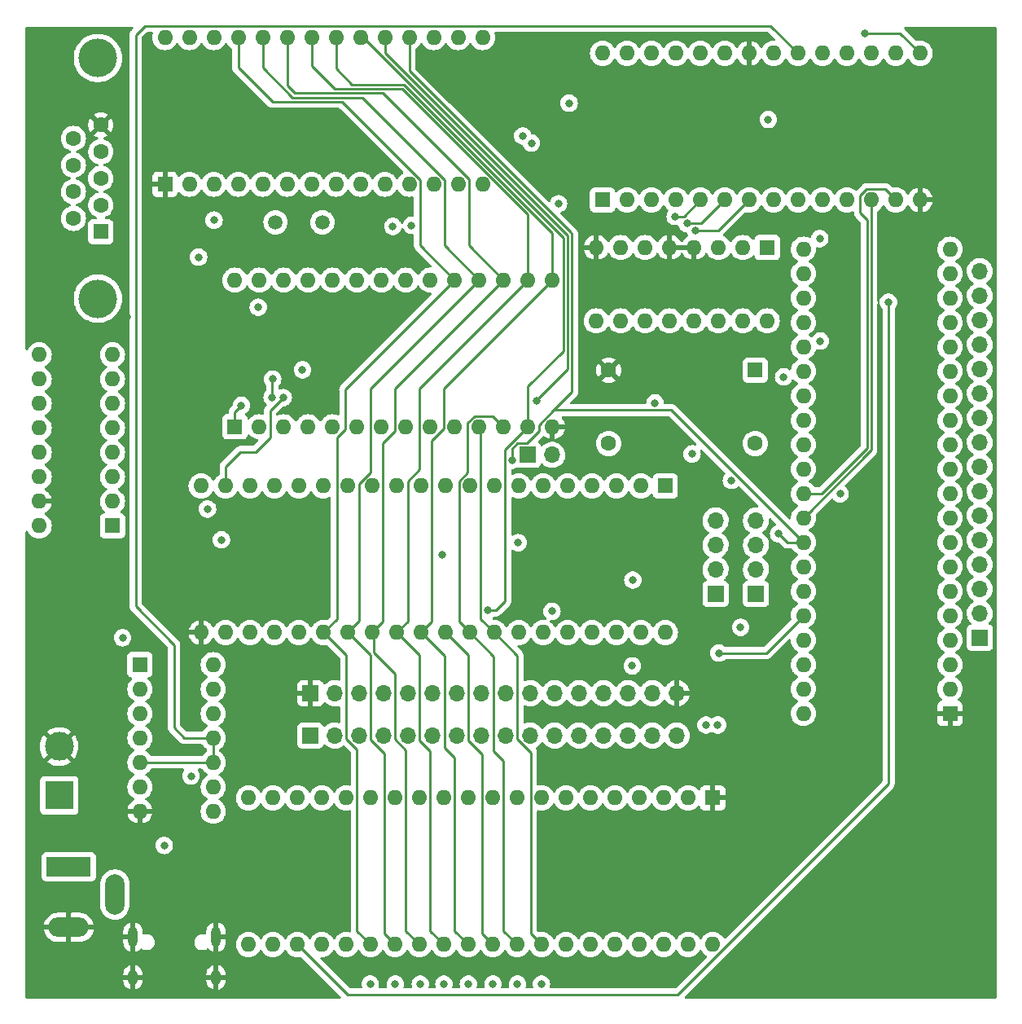
<source format=gbr>
%TF.GenerationSoftware,KiCad,Pcbnew,6.0.10-86aedd382b~118~ubuntu22.10.1*%
%TF.CreationDate,2023-08-04T17:23:03-07:00*%
%TF.ProjectId,6502v2,36353032-7632-42e6-9b69-6361645f7063,rev?*%
%TF.SameCoordinates,Original*%
%TF.FileFunction,Copper,L2,Inr*%
%TF.FilePolarity,Positive*%
%FSLAX46Y46*%
G04 Gerber Fmt 4.6, Leading zero omitted, Abs format (unit mm)*
G04 Created by KiCad (PCBNEW 6.0.10-86aedd382b~118~ubuntu22.10.1) date 2023-08-04 17:23:03*
%MOMM*%
%LPD*%
G01*
G04 APERTURE LIST*
%TA.AperFunction,ComponentPad*%
%ADD10R,1.700000X1.700000*%
%TD*%
%TA.AperFunction,ComponentPad*%
%ADD11O,1.700000X1.700000*%
%TD*%
%TA.AperFunction,ComponentPad*%
%ADD12C,1.500000*%
%TD*%
%TA.AperFunction,ComponentPad*%
%ADD13R,1.600000X1.600000*%
%TD*%
%TA.AperFunction,ComponentPad*%
%ADD14O,1.600000X1.600000*%
%TD*%
%TA.AperFunction,ComponentPad*%
%ADD15O,1.000000X2.100000*%
%TD*%
%TA.AperFunction,ComponentPad*%
%ADD16O,1.000000X1.600000*%
%TD*%
%TA.AperFunction,ComponentPad*%
%ADD17R,3.000000X3.000000*%
%TD*%
%TA.AperFunction,ComponentPad*%
%ADD18C,3.000000*%
%TD*%
%TA.AperFunction,ComponentPad*%
%ADD19R,4.600000X2.000000*%
%TD*%
%TA.AperFunction,ComponentPad*%
%ADD20O,4.200000X2.000000*%
%TD*%
%TA.AperFunction,ComponentPad*%
%ADD21O,2.000000X4.200000*%
%TD*%
%TA.AperFunction,ComponentPad*%
%ADD22C,1.600000*%
%TD*%
%TA.AperFunction,ComponentPad*%
%ADD23C,4.000000*%
%TD*%
%TA.AperFunction,ViaPad*%
%ADD24C,0.800000*%
%TD*%
%TA.AperFunction,Conductor*%
%ADD25C,0.250000*%
%TD*%
G04 APERTURE END LIST*
D10*
%TO.N,GND*%
%TO.C,J7*%
X60623000Y-96022000D03*
D11*
%TO.N,+5V*%
X63163000Y-96022000D03*
%TO.N,Net-(J7-Pad3)*%
X65703000Y-96022000D03*
%TO.N,/VIA/LCD PA5*%
X68243000Y-96022000D03*
%TO.N,/VIA/LCD PA6*%
X70783000Y-96022000D03*
%TO.N,/VIA/LCD PA7*%
X73323000Y-96022000D03*
%TO.N,/VIA/LCD PB0*%
X75863000Y-96022000D03*
%TO.N,/VIA/LCD PB1*%
X78403000Y-96022000D03*
%TO.N,/VIA/LCD PB2*%
X80943000Y-96022000D03*
%TO.N,/VIA/LCD PB3*%
X83483000Y-96022000D03*
%TO.N,/VIA/LCD PB4*%
X86023000Y-96022000D03*
%TO.N,/VIA/LCD PB5*%
X88563000Y-96022000D03*
%TO.N,/VIA/LCD PB6*%
X91103000Y-96022000D03*
%TO.N,/VIA/LCD PB7*%
X93643000Y-96022000D03*
%TO.N,+5V*%
X96183000Y-96022000D03*
%TO.N,GND*%
X98723000Y-96022000D03*
%TD*%
D12*
%TO.N,Net-(R33-Pad2)*%
%TO.C,Y1*%
X61875000Y-47075000D03*
%TO.N,Net-(C15-Pad1)*%
X56995000Y-47075000D03*
%TD*%
D10*
%TO.N,/VIA/LCD PB7*%
%TO.C,J6*%
X60600000Y-100425000D03*
D11*
%TO.N,/VIA/LCD PB6*%
X63140000Y-100425000D03*
%TO.N,/VIA/LCD PB5*%
X65680000Y-100425000D03*
%TO.N,/VIA/LCD PB4*%
X68220000Y-100425000D03*
%TO.N,/VIA/LCD PB3*%
X70760000Y-100425000D03*
%TO.N,/VIA/LCD PB2*%
X73300000Y-100425000D03*
%TO.N,/VIA/LCD PB1*%
X75840000Y-100425000D03*
%TO.N,/VIA/LCD PB0*%
X78380000Y-100425000D03*
%TO.N,/VIA/LCD PA7*%
X80920000Y-100425000D03*
%TO.N,/VIA/LCD PA6*%
X83460000Y-100425000D03*
%TO.N,/VIA/LCD PA5*%
X86000000Y-100425000D03*
%TO.N,/VIA/LCD PA4*%
X88540000Y-100425000D03*
%TO.N,/VIA/LCD PA3*%
X91080000Y-100425000D03*
%TO.N,/VIA/LCD PA2*%
X93620000Y-100425000D03*
%TO.N,/VIA/LCD PA1*%
X96160000Y-100425000D03*
%TO.N,/VIA/LCD PA0*%
X98700000Y-100425000D03*
%TD*%
D10*
%TO.N,/CPU/NMI*%
%TO.C,J3*%
X83225000Y-71250000D03*
D11*
%TO.N,/IRQ*%
X85765000Y-71250000D03*
%TD*%
D13*
%TO.N,GND*%
%TO.C,U6*%
X102450000Y-106900000D03*
D14*
%TO.N,/VIA/LCD PA0*%
X99910000Y-106900000D03*
%TO.N,/VIA/LCD PA1*%
X97370000Y-106900000D03*
%TO.N,/VIA/LCD PA2*%
X94830000Y-106900000D03*
%TO.N,/VIA/LCD PA3*%
X92290000Y-106900000D03*
%TO.N,/VIA/LCD PA4*%
X89750000Y-106900000D03*
%TO.N,/VIA/LCD PA5*%
X87210000Y-106900000D03*
%TO.N,/VIA/LCD PA6*%
X84670000Y-106900000D03*
%TO.N,/VIA/LCD PA7*%
X82130000Y-106900000D03*
%TO.N,/VIA/LCD PB0*%
X79590000Y-106900000D03*
%TO.N,/VIA/LCD PB1*%
X77050000Y-106900000D03*
%TO.N,/VIA/LCD PB2*%
X74510000Y-106900000D03*
%TO.N,/VIA/LCD PB3*%
X71970000Y-106900000D03*
%TO.N,/VIA/LCD PB4*%
X69430000Y-106900000D03*
%TO.N,/VIA/LCD PB5*%
X66890000Y-106900000D03*
%TO.N,/VIA/LCD PB6*%
X64350000Y-106900000D03*
%TO.N,/VIA/LCD PB7*%
X61810000Y-106900000D03*
%TO.N,/VIA/LCD CB1*%
X59270000Y-106900000D03*
%TO.N,/VIA/LCD CB2*%
X56730000Y-106900000D03*
%TO.N,+5V*%
X54190000Y-106900000D03*
%TO.N,unconnected-(U6-Pad21)*%
X54190000Y-122140000D03*
%TO.N,/R{slash}W*%
X56730000Y-122140000D03*
%TO.N,/I{slash}O ~{Enable}*%
X59270000Y-122140000D03*
%TO.N,/LCD C22 Enable*%
X61810000Y-122140000D03*
%TO.N,/Clk*%
X64350000Y-122140000D03*
%TO.N,/D7*%
X66890000Y-122140000D03*
%TO.N,/D6*%
X69430000Y-122140000D03*
%TO.N,/D5*%
X71970000Y-122140000D03*
%TO.N,/D4*%
X74510000Y-122140000D03*
%TO.N,/D3*%
X77050000Y-122140000D03*
%TO.N,/D2*%
X79590000Y-122140000D03*
%TO.N,/D1*%
X82130000Y-122140000D03*
%TO.N,/D0*%
X84670000Y-122140000D03*
%TO.N,/Reset*%
X87210000Y-122140000D03*
%TO.N,/A3*%
X89750000Y-122140000D03*
%TO.N,/A2*%
X92290000Y-122140000D03*
%TO.N,/A1*%
X94830000Y-122140000D03*
%TO.N,/A0*%
X97370000Y-122140000D03*
%TO.N,/VIA/LCD CA2*%
X99910000Y-122140000D03*
%TO.N,/VIA/LCD CA1*%
X102450000Y-122140000D03*
%TD*%
D10*
%TO.N,/VIA/LCD CA1*%
%TO.C,J8*%
X102750000Y-85700000D03*
D11*
%TO.N,/VIA/LCD CA2*%
X102750000Y-83160000D03*
%TO.N,/VIA/LCD CB1*%
X102750000Y-80620000D03*
%TO.N,/VIA/LCD CB2*%
X102750000Y-78080000D03*
%TD*%
D15*
%TO.N,GND*%
%TO.C,USB1*%
X50820000Y-121370000D03*
X42180000Y-121370000D03*
D16*
X42180000Y-125550000D03*
X50820000Y-125550000D03*
%TD*%
D13*
%TO.N,unconnected-(U1-Pad1)*%
%TO.C,U1*%
X42900000Y-93050000D03*
D14*
%TO.N,unconnected-(U1-Pad2)*%
X42900000Y-95590000D03*
%TO.N,unconnected-(U1-Pad3)*%
X42900000Y-98130000D03*
%TO.N,/Clk*%
X42900000Y-100670000D03*
%TO.N,/~{A15}*%
X42900000Y-103210000D03*
%TO.N,/RAM ~{CS}*%
X42900000Y-105750000D03*
%TO.N,GND*%
X42900000Y-108290000D03*
%TO.N,/I{slash}O ~{Enable}*%
X50520000Y-108290000D03*
%TO.N,/A14*%
X50520000Y-105750000D03*
%TO.N,/~{A15}*%
X50520000Y-103210000D03*
X50520000Y-100670000D03*
%TO.N,/A15*%
X50520000Y-98130000D03*
X50520000Y-95590000D03*
%TO.N,+5V*%
X50520000Y-93050000D03*
%TD*%
D17*
%TO.N,+5V*%
%TO.C,J1*%
X34500000Y-106650000D03*
D18*
%TO.N,GND*%
X34500000Y-101570000D03*
%TD*%
D19*
%TO.N,VCC*%
%TO.C,J2*%
X35500000Y-114050000D03*
D20*
%TO.N,GND*%
X35500000Y-120350000D03*
D21*
%TO.N,N/C*%
X40300000Y-116950000D03*
%TD*%
D13*
%TO.N,/A14*%
%TO.C,U3*%
X52775000Y-68325000D03*
D14*
%TO.N,/A12*%
X55315000Y-68325000D03*
%TO.N,/A7*%
X57855000Y-68325000D03*
%TO.N,/A6*%
X60395000Y-68325000D03*
%TO.N,/A5*%
X62935000Y-68325000D03*
%TO.N,/A4*%
X65475000Y-68325000D03*
%TO.N,/A3*%
X68015000Y-68325000D03*
%TO.N,/A2*%
X70555000Y-68325000D03*
%TO.N,/A1*%
X73095000Y-68325000D03*
%TO.N,/A0*%
X75635000Y-68325000D03*
%TO.N,/D0*%
X78175000Y-68325000D03*
%TO.N,/D1*%
X80715000Y-68325000D03*
%TO.N,/D2*%
X83255000Y-68325000D03*
%TO.N,GND*%
X85795000Y-68325000D03*
%TO.N,/D3*%
X85795000Y-53085000D03*
%TO.N,/D4*%
X83255000Y-53085000D03*
%TO.N,/D5*%
X80715000Y-53085000D03*
%TO.N,/D6*%
X78175000Y-53085000D03*
%TO.N,/D7*%
X75635000Y-53085000D03*
%TO.N,/RAM ~{CS}*%
X73095000Y-53085000D03*
%TO.N,/A10*%
X70555000Y-53085000D03*
%TO.N,/A14*%
X68015000Y-53085000D03*
%TO.N,/A11*%
X65475000Y-53085000D03*
%TO.N,/A9*%
X62935000Y-53085000D03*
%TO.N,/A8*%
X60395000Y-53085000D03*
%TO.N,/A13*%
X57855000Y-53085000D03*
%TO.N,/R{slash}W*%
X55315000Y-53085000D03*
%TO.N,+5V*%
X52775000Y-53085000D03*
%TD*%
D13*
%TO.N,GND*%
%TO.C,U8*%
X45500000Y-43125000D03*
D14*
%TO.N,/Serial Enable*%
X48040000Y-43125000D03*
%TO.N,/I{slash}O ~{Enable}*%
X50580000Y-43125000D03*
%TO.N,/Reset*%
X53120000Y-43125000D03*
%TO.N,unconnected-(U8-Pad5)*%
X55660000Y-43125000D03*
%TO.N,Net-(C15-Pad1)*%
X58200000Y-43125000D03*
%TO.N,Net-(R33-Pad2)*%
X60740000Y-43125000D03*
%TO.N,unconnected-(U8-Pad8)*%
X63280000Y-43125000D03*
%TO.N,unconnected-(U8-Pad9)*%
X65820000Y-43125000D03*
%TO.N,/Serial/T1IN*%
X68360000Y-43125000D03*
%TO.N,unconnected-(U8-Pad11)*%
X70900000Y-43125000D03*
%TO.N,/Serial/R1OUT*%
X73440000Y-43125000D03*
%TO.N,/A0*%
X75980000Y-43125000D03*
%TO.N,/A1*%
X78520000Y-43125000D03*
%TO.N,+5V*%
X78520000Y-27885000D03*
%TO.N,unconnected-(U8-Pad16)*%
X75980000Y-27885000D03*
%TO.N,unconnected-(U8-Pad17)*%
X73440000Y-27885000D03*
%TO.N,/D0*%
X70900000Y-27885000D03*
%TO.N,/D1*%
X68360000Y-27885000D03*
%TO.N,/D2*%
X65820000Y-27885000D03*
%TO.N,/D3*%
X63280000Y-27885000D03*
%TO.N,/D4*%
X60740000Y-27885000D03*
%TO.N,/D5*%
X58200000Y-27885000D03*
%TO.N,/D6*%
X55660000Y-27885000D03*
%TO.N,/D7*%
X53120000Y-27885000D03*
%TO.N,unconnected-(U8-Pad26)*%
X50580000Y-27885000D03*
%TO.N,/Clk*%
X48040000Y-27885000D03*
%TO.N,/R{slash}W*%
X45500000Y-27885000D03*
%TD*%
D13*
%TO.N,unconnected-(X1-Pad1)*%
%TO.C,X1*%
X106870000Y-62440000D03*
D22*
%TO.N,GND*%
X91630000Y-62440000D03*
%TO.N,/Clk*%
X91630000Y-70060000D03*
%TO.N,+5V*%
X106870000Y-70060000D03*
%TD*%
D13*
%TO.N,/A4*%
%TO.C,U2*%
X108125000Y-49700000D03*
D14*
%TO.N,/A5*%
X105585000Y-49700000D03*
%TO.N,/A6*%
X103045000Y-49700000D03*
%TO.N,GND*%
X100505000Y-49700000D03*
X97965000Y-49700000D03*
%TO.N,+5V*%
X95425000Y-49700000D03*
%TO.N,unconnected-(U2-Pad7)*%
X92885000Y-49700000D03*
%TO.N,GND*%
X90345000Y-49700000D03*
%TO.N,unconnected-(U2-Pad9)*%
X90345000Y-57320000D03*
%TO.N,unconnected-(U2-Pad10)*%
X92885000Y-57320000D03*
%TO.N,/Serial Enable*%
X95425000Y-57320000D03*
%TO.N,unconnected-(U2-Pad12)*%
X97965000Y-57320000D03*
%TO.N,/LCD C22 Enable*%
X100505000Y-57320000D03*
%TO.N,/C22 Enable*%
X103045000Y-57320000D03*
%TO.N,unconnected-(U2-Pad15)*%
X105585000Y-57320000D03*
%TO.N,+5V*%
X108125000Y-57320000D03*
%TD*%
D13*
%TO.N,GND*%
%TO.C,U5*%
X127125000Y-98125000D03*
D14*
%TO.N,/VIA/PA0*%
X127125000Y-95585000D03*
%TO.N,/VIA/PA1*%
X127125000Y-93045000D03*
%TO.N,/VIA/PA2*%
X127125000Y-90505000D03*
%TO.N,/VIA/PA3*%
X127125000Y-87965000D03*
%TO.N,/VIA/PA4*%
X127125000Y-85425000D03*
%TO.N,/VIA/PA5*%
X127125000Y-82885000D03*
%TO.N,/VIA/PA6*%
X127125000Y-80345000D03*
%TO.N,/VIA/PA7*%
X127125000Y-77805000D03*
%TO.N,/VIA/PB0*%
X127125000Y-75265000D03*
%TO.N,/VIA/PB1*%
X127125000Y-72725000D03*
%TO.N,/VIA/PB2*%
X127125000Y-70185000D03*
%TO.N,/VIA/PB3*%
X127125000Y-67645000D03*
%TO.N,/VIA/PB4*%
X127125000Y-65105000D03*
%TO.N,/VIA/PB5*%
X127125000Y-62565000D03*
%TO.N,/VIA/PB6*%
X127125000Y-60025000D03*
%TO.N,/VIA/PB7*%
X127125000Y-57485000D03*
%TO.N,/VIA/CB1*%
X127125000Y-54945000D03*
%TO.N,/VIA/CB2*%
X127125000Y-52405000D03*
%TO.N,+5V*%
X127125000Y-49865000D03*
%TO.N,/IRQ*%
X111885000Y-49865000D03*
%TO.N,/R{slash}W*%
X111885000Y-52405000D03*
%TO.N,/I{slash}O ~{Enable}*%
X111885000Y-54945000D03*
%TO.N,/C22 Enable*%
X111885000Y-57485000D03*
%TO.N,/Clk*%
X111885000Y-60025000D03*
%TO.N,/D7*%
X111885000Y-62565000D03*
%TO.N,/D6*%
X111885000Y-65105000D03*
%TO.N,/D5*%
X111885000Y-67645000D03*
%TO.N,/D4*%
X111885000Y-70185000D03*
%TO.N,/D3*%
X111885000Y-72725000D03*
%TO.N,/D2*%
X111885000Y-75265000D03*
%TO.N,/D1*%
X111885000Y-77805000D03*
%TO.N,/D0*%
X111885000Y-80345000D03*
%TO.N,/Reset*%
X111885000Y-82885000D03*
%TO.N,/A3*%
X111885000Y-85425000D03*
%TO.N,/A2*%
X111885000Y-87965000D03*
%TO.N,/A1*%
X111885000Y-90505000D03*
%TO.N,/A0*%
X111885000Y-93045000D03*
%TO.N,/VIA/CA2*%
X111885000Y-95585000D03*
%TO.N,/VIA/CA1*%
X111885000Y-98125000D03*
%TD*%
D13*
%TO.N,Net-(C11-Pad1)*%
%TO.C,U7*%
X40050000Y-78625000D03*
D14*
%TO.N,Net-(C14-Pad1)*%
X40050000Y-76085000D03*
%TO.N,Net-(C11-Pad2)*%
X40050000Y-73545000D03*
%TO.N,Net-(C12-Pad1)*%
X40050000Y-71005000D03*
%TO.N,Net-(C12-Pad2)*%
X40050000Y-68465000D03*
%TO.N,Net-(C13-Pad1)*%
X40050000Y-65925000D03*
%TO.N,unconnected-(U7-Pad7)*%
X40050000Y-63385000D03*
%TO.N,unconnected-(U7-Pad8)*%
X40050000Y-60845000D03*
%TO.N,unconnected-(U7-Pad9)*%
X32430000Y-60845000D03*
%TO.N,unconnected-(U7-Pad10)*%
X32430000Y-63385000D03*
%TO.N,/Serial/T1IN*%
X32430000Y-65925000D03*
%TO.N,/Serial/R1OUT*%
X32430000Y-68465000D03*
%TO.N,/Serial/R1IN*%
X32430000Y-71005000D03*
%TO.N,/Serial/T1OUT*%
X32430000Y-73545000D03*
%TO.N,GND*%
X32430000Y-76085000D03*
%TO.N,+5V*%
X32430000Y-78625000D03*
%TD*%
D23*
%TO.N,N/C*%
%TO.C,J9*%
X38530331Y-55010000D03*
X38530331Y-30010000D03*
D13*
%TO.N,unconnected-(J9-Pad1)*%
X38830331Y-48050000D03*
D22*
%TO.N,/Serial/T1OUT*%
X38830331Y-45280000D03*
%TO.N,/Serial/R1IN*%
X38830331Y-42510000D03*
%TO.N,unconnected-(J9-Pad4)*%
X38830331Y-39740000D03*
%TO.N,GND*%
X38830331Y-36970000D03*
%TO.N,unconnected-(J9-Pad6)*%
X35990331Y-46665000D03*
%TO.N,unconnected-(J9-Pad7)*%
X35990331Y-43895000D03*
%TO.N,unconnected-(J9-Pad8)*%
X35990331Y-41125000D03*
%TO.N,unconnected-(J9-Pad9)*%
X35990331Y-38355000D03*
%TD*%
D10*
%TO.N,/VIA/PA0*%
%TO.C,J4*%
X130225000Y-90250000D03*
D11*
%TO.N,/VIA/PA1*%
X130225000Y-87710000D03*
%TO.N,/VIA/PA2*%
X130225000Y-85170000D03*
%TO.N,/VIA/PA3*%
X130225000Y-82630000D03*
%TO.N,/VIA/PA4*%
X130225000Y-80090000D03*
%TO.N,/VIA/PA5*%
X130225000Y-77550000D03*
%TO.N,/VIA/PA6*%
X130225000Y-75010000D03*
%TO.N,/VIA/PA7*%
X130225000Y-72470000D03*
%TO.N,/VIA/PB0*%
X130225000Y-69930000D03*
%TO.N,/VIA/PB1*%
X130225000Y-67390000D03*
%TO.N,/VIA/PB2*%
X130225000Y-64850000D03*
%TO.N,/VIA/PB3*%
X130225000Y-62310000D03*
%TO.N,/VIA/PB4*%
X130225000Y-59770000D03*
%TO.N,/VIA/PB5*%
X130225000Y-57230000D03*
%TO.N,/VIA/PB6*%
X130225000Y-54690000D03*
%TO.N,/VIA/PB7*%
X130225000Y-52150000D03*
%TD*%
D10*
%TO.N,/VIA/CA1*%
%TO.C,J5*%
X106950000Y-85700000D03*
D11*
%TO.N,/VIA/CA2*%
X106950000Y-83160000D03*
%TO.N,/VIA/CB1*%
X106950000Y-80620000D03*
%TO.N,/VIA/CB2*%
X106950000Y-78080000D03*
%TD*%
D13*
%TO.N,/A14*%
%TO.C,U9*%
X91000000Y-44750000D03*
D14*
%TO.N,/A12*%
X93540000Y-44750000D03*
%TO.N,/A7*%
X96080000Y-44750000D03*
%TO.N,/A6*%
X98620000Y-44750000D03*
%TO.N,/A5*%
X101160000Y-44750000D03*
%TO.N,/A4*%
X103700000Y-44750000D03*
%TO.N,/A3*%
X106240000Y-44750000D03*
%TO.N,/A2*%
X108780000Y-44750000D03*
%TO.N,/A1*%
X111320000Y-44750000D03*
%TO.N,/A0*%
X113860000Y-44750000D03*
%TO.N,/D0*%
X116400000Y-44750000D03*
%TO.N,/D1*%
X118940000Y-44750000D03*
%TO.N,/D2*%
X121480000Y-44750000D03*
%TO.N,GND*%
X124020000Y-44750000D03*
%TO.N,/D3*%
X124020000Y-29510000D03*
%TO.N,/D4*%
X121480000Y-29510000D03*
%TO.N,/D5*%
X118940000Y-29510000D03*
%TO.N,/D6*%
X116400000Y-29510000D03*
%TO.N,/D7*%
X113860000Y-29510000D03*
%TO.N,/~{A15}*%
X111320000Y-29510000D03*
%TO.N,/A10*%
X108780000Y-29510000D03*
%TO.N,GND*%
X106240000Y-29510000D03*
%TO.N,/A11*%
X103700000Y-29510000D03*
%TO.N,/A9*%
X101160000Y-29510000D03*
%TO.N,/A8*%
X98620000Y-29510000D03*
%TO.N,/A13*%
X96080000Y-29510000D03*
%TO.N,+5V*%
X93540000Y-29510000D03*
X91000000Y-29510000D03*
%TD*%
D13*
%TO.N,unconnected-(U4-Pad1)*%
%TO.C,U4*%
X97525000Y-74475000D03*
D14*
%TO.N,+5V*%
X94985000Y-74475000D03*
%TO.N,unconnected-(U4-Pad3)*%
X92445000Y-74475000D03*
%TO.N,/IRQ*%
X89905000Y-74475000D03*
%TO.N,unconnected-(U4-Pad5)*%
X87365000Y-74475000D03*
%TO.N,/CPU/NMI*%
X84825000Y-74475000D03*
%TO.N,unconnected-(U4-Pad7)*%
X82285000Y-74475000D03*
%TO.N,+5V*%
X79745000Y-74475000D03*
%TO.N,/A0*%
X77205000Y-74475000D03*
%TO.N,/A1*%
X74665000Y-74475000D03*
%TO.N,/A2*%
X72125000Y-74475000D03*
%TO.N,/A3*%
X69585000Y-74475000D03*
%TO.N,/A4*%
X67045000Y-74475000D03*
%TO.N,/A5*%
X64505000Y-74475000D03*
%TO.N,/A6*%
X61965000Y-74475000D03*
%TO.N,/A7*%
X59425000Y-74475000D03*
%TO.N,/A8*%
X56885000Y-74475000D03*
%TO.N,/A9*%
X54345000Y-74475000D03*
%TO.N,/A10*%
X51805000Y-74475000D03*
%TO.N,/A11*%
X49265000Y-74475000D03*
%TO.N,GND*%
X49265000Y-89715000D03*
%TO.N,/A12*%
X51805000Y-89715000D03*
%TO.N,/A13*%
X54345000Y-89715000D03*
%TO.N,/A14*%
X56885000Y-89715000D03*
%TO.N,/A15*%
X59425000Y-89715000D03*
%TO.N,/D7*%
X61965000Y-89715000D03*
%TO.N,/D6*%
X64505000Y-89715000D03*
%TO.N,/D5*%
X67045000Y-89715000D03*
%TO.N,/D4*%
X69585000Y-89715000D03*
%TO.N,/D3*%
X72125000Y-89715000D03*
%TO.N,/D2*%
X74665000Y-89715000D03*
%TO.N,/D1*%
X77205000Y-89715000D03*
%TO.N,/D0*%
X79745000Y-89715000D03*
%TO.N,/R{slash}W*%
X82285000Y-89715000D03*
%TO.N,unconnected-(U4-Pad35)*%
X84825000Y-89715000D03*
%TO.N,+5V*%
X87365000Y-89715000D03*
%TO.N,/Clk*%
X89905000Y-89715000D03*
%TO.N,+5V*%
X92445000Y-89715000D03*
%TO.N,unconnected-(U4-Pad39)*%
X94985000Y-89715000D03*
%TO.N,/Reset*%
X97525000Y-89715000D03*
%TD*%
D24*
%TO.N,/A2*%
X103100000Y-91850000D03*
%TO.N,Net-(J7-Pad3)*%
X94087186Y-93170397D03*
%TO.N,GND*%
X123750000Y-73775000D03*
X120875000Y-118925000D03*
X50475000Y-49300000D03*
X123775000Y-89175000D03*
X129050000Y-29350000D03*
X39720000Y-87150000D03*
X86325000Y-30950000D03*
X32525000Y-32400000D03*
X57900000Y-103050000D03*
X84725000Y-36000000D03*
X59800000Y-113550000D03*
X49150000Y-86440000D03*
X127975000Y-125775000D03*
X88425000Y-82800000D03*
X47650000Y-116375000D03*
X101375000Y-38625000D03*
X56125000Y-50450000D03*
X54475000Y-45250000D03*
X62600000Y-39850000D03*
X43390000Y-90370000D03*
X61570000Y-79040000D03*
X122390000Y-38490000D03*
X113040000Y-104800000D03*
X36250000Y-52225000D03*
X128000000Y-113750000D03*
X74100000Y-30625000D03*
X32475000Y-28700000D03*
X59620000Y-85480000D03*
X77875000Y-35275000D03*
X39720000Y-81690000D03*
X57950000Y-126025000D03*
X39720000Y-84000000D03*
X45650000Y-37070000D03*
X113100000Y-125775000D03*
X96800000Y-82225000D03*
X93475000Y-125725000D03*
X41575000Y-56925000D03*
X53525000Y-99850000D03*
X99600000Y-82150000D03*
X123750000Y-81350000D03*
X51650000Y-37050000D03*
X56070000Y-80150000D03*
X129200000Y-38475000D03*
X35300000Y-85290000D03*
X58870000Y-78630000D03*
%TO.N,+5V*%
X87525000Y-34700000D03*
X94150000Y-84250000D03*
X82225000Y-80375000D03*
X48210000Y-104620000D03*
X45430000Y-111840000D03*
X74350886Y-81674114D03*
X109825000Y-63150000D03*
%TO.N,Net-(D2-Pad1)*%
X84650000Y-126250000D03*
%TO.N,/D0*%
X81594500Y-71800000D03*
X109300000Y-79450000D03*
%TO.N,Net-(D4-Pad1)*%
X82150000Y-126250000D03*
%TO.N,/D1*%
X84125000Y-65625000D03*
%TO.N,/A1*%
X115700000Y-75300000D03*
X113584851Y-48770847D03*
%TO.N,Net-(D6-Pad1)*%
X79600000Y-126250000D03*
%TO.N,/D2*%
X79100000Y-87425000D03*
%TO.N,/A2*%
X85737451Y-87512951D03*
%TO.N,Net-(D8-Pad1)*%
X77050000Y-126250000D03*
%TO.N,/D3*%
X118300000Y-27424500D03*
%TO.N,/A3*%
X100653416Y-47924500D03*
%TO.N,Net-(D10-Pad1)*%
X74500000Y-126250000D03*
%TO.N,/A4*%
X99775000Y-47200000D03*
%TO.N,Net-(D12-Pad1)*%
X72050000Y-126250000D03*
%TO.N,/D5*%
X108225000Y-36400000D03*
%TO.N,/A5*%
X98550000Y-46475000D03*
%TO.N,Net-(D14-Pad1)*%
X69450000Y-126250000D03*
%TO.N,/D6*%
X96450000Y-65850000D03*
%TO.N,Net-(D16-Pad1)*%
X66850000Y-126250000D03*
%TO.N,/A8*%
X49925500Y-76875000D03*
%TO.N,/A9*%
X56700000Y-63375500D03*
X56650000Y-65275000D03*
%TO.N,/A10*%
X57800000Y-65300000D03*
%TO.N,/R{slash}W*%
X49000000Y-50700000D03*
%TO.N,/A12*%
X59800000Y-62400000D03*
X69200000Y-47500000D03*
X82700000Y-38100000D03*
%TO.N,/A13*%
X51374500Y-80075000D03*
X55200000Y-55900000D03*
%TO.N,/A14*%
X53450000Y-66100000D03*
X71150500Y-47400000D03*
X83600000Y-38850000D03*
%TO.N,/VIA/LCD CA1*%
X102975000Y-99325000D03*
%TO.N,/VIA/LCD CA2*%
X101759500Y-99325000D03*
%TO.N,/Reset*%
X41100000Y-90250000D03*
X105350000Y-89175000D03*
%TO.N,/I{slash}O ~{Enable}*%
X50600000Y-46850000D03*
X120725000Y-55375000D03*
X113650500Y-59411540D03*
%TO.N,/LCD C22 Enable*%
X100300000Y-71150000D03*
X104400000Y-73900000D03*
%TO.N,/Serial Enable*%
X86425500Y-45150000D03*
%TD*%
D25*
%TO.N,/A2*%
X103100000Y-91850000D02*
X108000000Y-91850000D01*
X108000000Y-91850000D02*
X111885000Y-87965000D01*
%TO.N,/D0*%
X70900000Y-27885000D02*
X70900000Y-31368425D01*
X78330000Y-88300000D02*
X79745000Y-89715000D01*
X82125000Y-100751701D02*
X82125000Y-92095000D01*
X84670000Y-122140000D02*
X83545000Y-121015000D01*
X87825000Y-48293425D02*
X87825000Y-64704009D01*
X87825000Y-64704009D02*
X85927004Y-66602004D01*
X98142004Y-66602004D02*
X85927004Y-66602004D01*
X83545000Y-102171701D02*
X82125000Y-100751701D01*
X87665788Y-48134213D02*
X87825000Y-48293425D01*
X78175000Y-68325000D02*
X78330000Y-68480000D01*
X110195000Y-80345000D02*
X109300000Y-79450000D01*
X111885000Y-80345000D02*
X110195000Y-80345000D01*
X78330000Y-68480000D02*
X78330000Y-88300000D01*
X111885000Y-80345000D02*
X98142004Y-66602004D01*
X82141396Y-70075000D02*
X81594500Y-70621896D01*
X85927004Y-66602004D02*
X84400000Y-68129009D01*
X84400000Y-68775000D02*
X83100000Y-70075000D01*
X83100000Y-70075000D02*
X82141396Y-70075000D01*
X82125000Y-92095000D02*
X79745000Y-89715000D01*
X81594500Y-70621896D02*
X81594500Y-71800000D01*
X83545000Y-121015000D02*
X83545000Y-102171701D01*
X70900000Y-31368425D02*
X87665788Y-48134213D01*
X84400000Y-68129009D02*
X84400000Y-68775000D01*
%TO.N,/D1*%
X87375000Y-62325000D02*
X84125000Y-65575000D01*
X80715000Y-68325000D02*
X79590000Y-67200000D01*
X68360000Y-27885000D02*
X68360000Y-29464821D01*
X76975000Y-67934009D02*
X76975000Y-73114009D01*
X80715000Y-120725000D02*
X80715000Y-103040000D01*
X72422590Y-33527411D02*
X87375000Y-48479821D01*
X79675000Y-92185000D02*
X77205000Y-89715000D01*
X79590000Y-67200000D02*
X77709009Y-67200000D01*
X80715000Y-103040000D02*
X79675000Y-102000000D01*
X68360000Y-29464821D02*
X72422590Y-33527411D01*
X77709009Y-67200000D02*
X76975000Y-67934009D01*
X111885000Y-77805000D02*
X118940000Y-70750000D01*
X118940000Y-70750000D02*
X118940000Y-44750000D01*
X76975000Y-73114009D02*
X76080000Y-74009009D01*
X82130000Y-122140000D02*
X80715000Y-120725000D01*
X84125000Y-65575000D02*
X84125000Y-65625000D01*
X76080000Y-88590000D02*
X77205000Y-89715000D01*
X79675000Y-102000000D02*
X79675000Y-92185000D01*
X76080000Y-74009009D02*
X76080000Y-88590000D01*
X87375000Y-48479821D02*
X87375000Y-62325000D01*
%TO.N,/D2*%
X120355000Y-43625000D02*
X118474009Y-43625000D01*
X77038000Y-92088000D02*
X74665000Y-89715000D01*
X78465000Y-121015000D02*
X78465000Y-102390000D01*
X79925000Y-87400000D02*
X79900000Y-87425000D01*
X121480000Y-44750000D02*
X120355000Y-43625000D01*
X118490000Y-46825000D02*
X118490000Y-70563604D01*
X117775000Y-44324009D02*
X117775000Y-46110000D01*
X83255000Y-68325000D02*
X80870000Y-70710000D01*
X79900000Y-87425000D02*
X79100000Y-87425000D01*
X83255000Y-64145000D02*
X83255000Y-68325000D01*
X66143783Y-27885000D02*
X86925000Y-48666217D01*
X80870000Y-86455000D02*
X79925000Y-87400000D01*
X86925000Y-60475000D02*
X83255000Y-64145000D01*
X118474009Y-43625000D02*
X117775000Y-44324009D01*
X118490000Y-70563604D02*
X113788604Y-75265000D01*
X86925000Y-48666217D02*
X86925000Y-60475000D01*
X65820000Y-27885000D02*
X66143783Y-27885000D01*
X113788604Y-75265000D02*
X111885000Y-75265000D01*
X78465000Y-102390000D02*
X77038000Y-100963000D01*
X117775000Y-46110000D02*
X118490000Y-46825000D01*
X79590000Y-122140000D02*
X78465000Y-121015000D01*
X80870000Y-70710000D02*
X80870000Y-86455000D01*
X77038000Y-100963000D02*
X77038000Y-92088000D01*
%TO.N,/D3*%
X74575000Y-92165000D02*
X72125000Y-89715000D01*
X73250000Y-88590000D02*
X73250000Y-69760991D01*
X74510000Y-68500991D02*
X74510000Y-64370000D01*
X75635000Y-102721701D02*
X74575000Y-101661701D01*
X70372387Y-32750000D02*
X64925000Y-32750000D01*
X74575000Y-101661701D02*
X74575000Y-92165000D01*
X124020000Y-29510000D02*
X121934500Y-27424500D01*
X85795000Y-48172613D02*
X70372387Y-32750000D01*
X72125000Y-89715000D02*
X73250000Y-88590000D01*
X64925000Y-32750000D02*
X63280000Y-31105000D01*
X63280000Y-31105000D02*
X63280000Y-27885000D01*
X121934500Y-27424500D02*
X118300000Y-27424500D01*
X75635000Y-120725000D02*
X75635000Y-102721701D01*
X74510000Y-64370000D02*
X85795000Y-53085000D01*
X73250000Y-69760991D02*
X74510000Y-68500991D01*
X85795000Y-53085000D02*
X85795000Y-48172613D01*
X77050000Y-122140000D02*
X75635000Y-120725000D01*
%TO.N,/A3*%
X103065500Y-47924500D02*
X100653416Y-47924500D01*
X106240000Y-44750000D02*
X103065500Y-47924500D01*
%TO.N,/D4*%
X70750000Y-88550000D02*
X69585000Y-89715000D01*
X83255000Y-53085000D02*
X83255000Y-46269009D01*
X71970000Y-64370000D02*
X71970000Y-72780000D01*
X74510000Y-122140000D02*
X73095000Y-120725000D01*
X70750000Y-74000000D02*
X70750000Y-88550000D01*
X73095000Y-120725000D02*
X73095000Y-102071701D01*
X70185991Y-33200000D02*
X63125000Y-33200000D01*
X71958000Y-92088000D02*
X69585000Y-89715000D01*
X71970000Y-72780000D02*
X70750000Y-74000000D01*
X71958000Y-100934701D02*
X71958000Y-92088000D01*
X63125000Y-33200000D02*
X60740000Y-30815000D01*
X83255000Y-53085000D02*
X71970000Y-64370000D01*
X73095000Y-102071701D02*
X71958000Y-100934701D01*
X60740000Y-30815000D02*
X60740000Y-27885000D01*
X83255000Y-46269009D02*
X70185991Y-33200000D01*
%TO.N,/A4*%
X103700000Y-44750000D02*
X101250000Y-47200000D01*
X101250000Y-47200000D02*
X99775000Y-47200000D01*
%TO.N,/D5*%
X69418000Y-93993000D02*
X67225000Y-91800000D01*
X69430000Y-64370000D02*
X80715000Y-53085000D01*
X67225000Y-89895000D02*
X67045000Y-89715000D01*
X70555000Y-120725000D02*
X70555000Y-101930000D01*
X77105000Y-42630000D02*
X68125000Y-33650000D01*
X68125000Y-33650000D02*
X58961396Y-33650000D01*
X68175000Y-70045991D02*
X69430000Y-68790991D01*
X77105000Y-49475000D02*
X77105000Y-42630000D01*
X80715000Y-53085000D02*
X77105000Y-49475000D01*
X58200000Y-32888604D02*
X58200000Y-27885000D01*
X70555000Y-101930000D02*
X69418000Y-100793000D01*
X69430000Y-68790991D02*
X69430000Y-64370000D01*
X71970000Y-122140000D02*
X70555000Y-120725000D01*
X67045000Y-89715000D02*
X68175000Y-88585000D01*
X69418000Y-100793000D02*
X69418000Y-93993000D01*
X67225000Y-91800000D02*
X67225000Y-89895000D01*
X68175000Y-88585000D02*
X68175000Y-70045991D01*
X58961396Y-33650000D02*
X58200000Y-32888604D01*
%TO.N,/A5*%
X101160000Y-44750000D02*
X99435000Y-46475000D01*
X99435000Y-46475000D02*
X98550000Y-46475000D01*
%TO.N,/D6*%
X66875000Y-64385000D02*
X66875000Y-73054009D01*
X58775000Y-34100000D02*
X55660000Y-30985000D01*
X66878000Y-100502000D02*
X66878000Y-92088000D01*
X66878000Y-92088000D02*
X64505000Y-89715000D01*
X65700000Y-88520000D02*
X64505000Y-89715000D01*
X68305000Y-102330000D02*
X66855000Y-100880000D01*
X78175000Y-53085000D02*
X74565000Y-49475000D01*
X66875000Y-73054009D02*
X65700000Y-74229009D01*
X74565000Y-49475000D02*
X74565000Y-42659009D01*
X66005991Y-34100000D02*
X58775000Y-34100000D01*
X74565000Y-42659009D02*
X66005991Y-34100000D01*
X66855000Y-100525000D02*
X66878000Y-100502000D01*
X55660000Y-30985000D02*
X55660000Y-27885000D01*
X66855000Y-100880000D02*
X66855000Y-100525000D01*
X65700000Y-74229009D02*
X65700000Y-88520000D01*
X69430000Y-122140000D02*
X68305000Y-121015000D01*
X68305000Y-121015000D02*
X68305000Y-102330000D01*
X78175000Y-53085000D02*
X66875000Y-64385000D01*
%TO.N,/D7*%
X63925000Y-34550000D02*
X56675000Y-34550000D01*
X66890000Y-122140000D02*
X65475000Y-120725000D01*
X65475000Y-120725000D02*
X65475000Y-101881701D01*
X65475000Y-101881701D02*
X64338000Y-100744701D01*
X75635000Y-53085000D02*
X72025000Y-49475000D01*
X64250000Y-64470000D02*
X75635000Y-53085000D01*
X72025000Y-42650000D02*
X63925000Y-34550000D01*
X61965000Y-89715000D02*
X63380000Y-88300000D01*
X64338000Y-92088000D02*
X61965000Y-89715000D01*
X56675000Y-34550000D02*
X53120000Y-30995000D01*
X53120000Y-30995000D02*
X53120000Y-27885000D01*
X64338000Y-100744701D02*
X64338000Y-92088000D01*
X72025000Y-49475000D02*
X72025000Y-42650000D01*
X63380000Y-88300000D02*
X63380000Y-69470991D01*
X63380000Y-69470991D02*
X64250000Y-68600991D01*
X64250000Y-68600991D02*
X64250000Y-64470000D01*
%TO.N,/A9*%
X56650000Y-65275000D02*
X56650000Y-63425500D01*
X56650000Y-63425500D02*
X56700000Y-63375500D01*
%TO.N,/A10*%
X57800000Y-65300000D02*
X56440000Y-66660000D01*
X56440000Y-69460000D02*
X54950000Y-70950000D01*
X54950000Y-70950000D02*
X53350000Y-70950000D01*
X53350000Y-70950000D02*
X51805000Y-72495000D01*
X56440000Y-66660000D02*
X56440000Y-69460000D01*
X51805000Y-72495000D02*
X51805000Y-74475000D01*
%TO.N,/A14*%
X52775000Y-66775000D02*
X52775000Y-68325000D01*
X53450000Y-66100000D02*
X52775000Y-66775000D01*
%TO.N,/~{A15}*%
X111320000Y-29510000D02*
X108460000Y-26650000D01*
X50520000Y-100670000D02*
X50520000Y-103210000D01*
X42450000Y-27600000D02*
X42450000Y-87000000D01*
X47520000Y-100670000D02*
X50520000Y-100670000D01*
X43400000Y-26650000D02*
X42450000Y-27600000D01*
X108460000Y-26650000D02*
X43400000Y-26650000D01*
X46450000Y-99600000D02*
X47520000Y-100670000D01*
X42900000Y-103210000D02*
X50520000Y-103210000D01*
X42450000Y-87000000D02*
X46450000Y-91000000D01*
X46450000Y-91000000D02*
X46450000Y-99600000D01*
%TO.N,/I{slash}O ~{Enable}*%
X98830991Y-127350000D02*
X120725000Y-105455991D01*
X67425000Y-127350000D02*
X98830991Y-127350000D01*
X120725000Y-105455991D02*
X120725000Y-55375000D01*
X64480000Y-127350000D02*
X67425000Y-127350000D01*
X59270000Y-122140000D02*
X64480000Y-127350000D01*
%TD*%
%TA.AperFunction,Conductor*%
%TO.N,GND*%
G36*
X131933621Y-26778502D02*
G01*
X131980114Y-26832158D01*
X131991500Y-26884500D01*
X131991500Y-127615500D01*
X131971498Y-127683621D01*
X131917842Y-127730114D01*
X131865500Y-127741500D01*
X99639585Y-127741500D01*
X99571464Y-127721498D01*
X99524971Y-127667842D01*
X99514867Y-127597568D01*
X99544361Y-127532988D01*
X99550490Y-127526405D01*
X121117247Y-105959648D01*
X121125537Y-105952104D01*
X121132018Y-105947991D01*
X121178659Y-105898323D01*
X121181413Y-105895482D01*
X121201134Y-105875761D01*
X121203612Y-105872566D01*
X121211318Y-105863544D01*
X121236158Y-105837092D01*
X121241586Y-105831312D01*
X121251346Y-105813559D01*
X121262199Y-105797036D01*
X121269753Y-105787297D01*
X121274613Y-105781032D01*
X121292176Y-105740448D01*
X121297383Y-105729818D01*
X121318695Y-105691051D01*
X121320666Y-105683374D01*
X121320668Y-105683369D01*
X121323732Y-105671433D01*
X121330138Y-105652721D01*
X121335034Y-105641408D01*
X121338181Y-105634136D01*
X121341986Y-105610116D01*
X121345097Y-105590472D01*
X121347504Y-105578851D01*
X121356528Y-105543702D01*
X121356528Y-105543701D01*
X121358500Y-105536021D01*
X121358500Y-105515760D01*
X121360051Y-105496049D01*
X121361626Y-105486109D01*
X121363219Y-105476048D01*
X121359059Y-105432037D01*
X121358500Y-105420180D01*
X121358500Y-98969669D01*
X125817001Y-98969669D01*
X125817371Y-98976490D01*
X125822895Y-99027352D01*
X125826521Y-99042604D01*
X125871676Y-99163054D01*
X125880214Y-99178649D01*
X125956715Y-99280724D01*
X125969276Y-99293285D01*
X126071351Y-99369786D01*
X126086946Y-99378324D01*
X126207394Y-99423478D01*
X126222649Y-99427105D01*
X126273514Y-99432631D01*
X126280328Y-99433000D01*
X126852885Y-99433000D01*
X126868124Y-99428525D01*
X126869329Y-99427135D01*
X126871000Y-99419452D01*
X126871000Y-99414884D01*
X127379000Y-99414884D01*
X127383475Y-99430123D01*
X127384865Y-99431328D01*
X127392548Y-99432999D01*
X127969669Y-99432999D01*
X127976490Y-99432629D01*
X128027352Y-99427105D01*
X128042604Y-99423479D01*
X128163054Y-99378324D01*
X128178649Y-99369786D01*
X128280724Y-99293285D01*
X128293285Y-99280724D01*
X128369786Y-99178649D01*
X128378324Y-99163054D01*
X128423478Y-99042606D01*
X128427105Y-99027351D01*
X128432631Y-98976486D01*
X128433000Y-98969672D01*
X128433000Y-98397115D01*
X128428525Y-98381876D01*
X128427135Y-98380671D01*
X128419452Y-98379000D01*
X127397115Y-98379000D01*
X127381876Y-98383475D01*
X127380671Y-98384865D01*
X127379000Y-98392548D01*
X127379000Y-99414884D01*
X126871000Y-99414884D01*
X126871000Y-98397115D01*
X126866525Y-98381876D01*
X126865135Y-98380671D01*
X126857452Y-98379000D01*
X125835116Y-98379000D01*
X125819877Y-98383475D01*
X125818672Y-98384865D01*
X125817001Y-98392548D01*
X125817001Y-98969669D01*
X121358500Y-98969669D01*
X121358500Y-95585000D01*
X125811502Y-95585000D01*
X125831457Y-95813087D01*
X125890716Y-96034243D01*
X125893039Y-96039224D01*
X125893039Y-96039225D01*
X125985151Y-96236762D01*
X125985154Y-96236767D01*
X125987477Y-96241749D01*
X126118802Y-96429300D01*
X126280700Y-96591198D01*
X126285211Y-96594357D01*
X126289424Y-96597892D01*
X126288612Y-96598860D01*
X126329090Y-96649494D01*
X126336404Y-96720113D01*
X126304376Y-96783476D01*
X126243177Y-96819464D01*
X126226099Y-96822520D01*
X126222648Y-96822895D01*
X126207396Y-96826521D01*
X126086946Y-96871676D01*
X126071351Y-96880214D01*
X125969276Y-96956715D01*
X125956715Y-96969276D01*
X125880214Y-97071351D01*
X125871676Y-97086946D01*
X125826522Y-97207394D01*
X125822895Y-97222649D01*
X125817369Y-97273514D01*
X125817000Y-97280328D01*
X125817000Y-97852885D01*
X125821475Y-97868124D01*
X125822865Y-97869329D01*
X125830548Y-97871000D01*
X128414884Y-97871000D01*
X128430123Y-97866525D01*
X128431328Y-97865135D01*
X128432999Y-97857452D01*
X128432999Y-97280331D01*
X128432629Y-97273510D01*
X128427105Y-97222648D01*
X128423479Y-97207396D01*
X128378324Y-97086946D01*
X128369786Y-97071351D01*
X128293285Y-96969276D01*
X128280724Y-96956715D01*
X128178649Y-96880214D01*
X128163054Y-96871676D01*
X128042606Y-96826522D01*
X128027357Y-96822896D01*
X128023904Y-96822521D01*
X128021394Y-96821478D01*
X128019669Y-96821068D01*
X128019735Y-96820789D01*
X127958341Y-96795281D01*
X127917912Y-96736920D01*
X127915454Y-96665966D01*
X127951747Y-96604946D01*
X127963240Y-96595656D01*
X127964788Y-96594357D01*
X127969300Y-96591198D01*
X128131198Y-96429300D01*
X128262523Y-96241749D01*
X128264846Y-96236767D01*
X128264849Y-96236762D01*
X128356961Y-96039225D01*
X128356961Y-96039224D01*
X128359284Y-96034243D01*
X128418543Y-95813087D01*
X128438498Y-95585000D01*
X128418543Y-95356913D01*
X128408399Y-95319054D01*
X128360707Y-95141067D01*
X128360706Y-95141065D01*
X128359284Y-95135757D01*
X128355354Y-95127328D01*
X128264849Y-94933238D01*
X128264846Y-94933233D01*
X128262523Y-94928251D01*
X128159836Y-94781599D01*
X128134357Y-94745211D01*
X128134355Y-94745208D01*
X128131198Y-94740700D01*
X127969300Y-94578802D01*
X127964792Y-94575645D01*
X127964789Y-94575643D01*
X127793398Y-94455634D01*
X127781749Y-94447477D01*
X127776767Y-94445154D01*
X127776762Y-94445151D01*
X127742543Y-94429195D01*
X127689258Y-94382278D01*
X127669797Y-94314001D01*
X127690339Y-94246041D01*
X127742543Y-94200805D01*
X127776762Y-94184849D01*
X127776767Y-94184846D01*
X127781749Y-94182523D01*
X127894047Y-94103891D01*
X127964789Y-94054357D01*
X127964792Y-94054355D01*
X127969300Y-94051198D01*
X128131198Y-93889300D01*
X128148818Y-93864137D01*
X128202430Y-93787570D01*
X128262523Y-93701749D01*
X128264846Y-93696767D01*
X128264849Y-93696762D01*
X128356961Y-93499225D01*
X128356961Y-93499224D01*
X128359284Y-93494243D01*
X128395168Y-93360325D01*
X128417119Y-93278402D01*
X128417119Y-93278400D01*
X128418543Y-93273087D01*
X128438498Y-93045000D01*
X128418543Y-92816913D01*
X128392252Y-92718794D01*
X128360707Y-92601067D01*
X128360706Y-92601065D01*
X128359284Y-92595757D01*
X128329901Y-92532745D01*
X128264849Y-92393238D01*
X128264846Y-92393233D01*
X128262523Y-92388251D01*
X128175355Y-92263763D01*
X128134357Y-92205211D01*
X128134355Y-92205208D01*
X128131198Y-92200700D01*
X127969300Y-92038802D01*
X127964792Y-92035645D01*
X127964789Y-92035643D01*
X127856145Y-91959570D01*
X127781749Y-91907477D01*
X127776767Y-91905154D01*
X127776762Y-91905151D01*
X127742543Y-91889195D01*
X127689258Y-91842278D01*
X127669797Y-91774001D01*
X127690339Y-91706041D01*
X127742543Y-91660805D01*
X127776762Y-91644849D01*
X127776767Y-91644846D01*
X127781749Y-91642523D01*
X127920699Y-91545229D01*
X127964789Y-91514357D01*
X127964792Y-91514355D01*
X127969300Y-91511198D01*
X128131198Y-91349300D01*
X128138903Y-91338297D01*
X128206618Y-91241589D01*
X128262523Y-91161749D01*
X128264846Y-91156767D01*
X128264849Y-91156762D01*
X128356961Y-90959225D01*
X128356961Y-90959224D01*
X128359284Y-90954243D01*
X128361362Y-90946490D01*
X128417119Y-90738402D01*
X128417119Y-90738400D01*
X128418543Y-90733087D01*
X128438498Y-90505000D01*
X128418543Y-90276913D01*
X128364925Y-90076808D01*
X128360707Y-90061067D01*
X128360706Y-90061065D01*
X128359284Y-90055757D01*
X128356961Y-90050775D01*
X128264849Y-89853238D01*
X128264846Y-89853233D01*
X128262523Y-89848251D01*
X128170516Y-89716852D01*
X128134357Y-89665211D01*
X128134355Y-89665208D01*
X128131198Y-89660700D01*
X127969300Y-89498802D01*
X127964792Y-89495645D01*
X127964789Y-89495643D01*
X127886611Y-89440902D01*
X127781749Y-89367477D01*
X127776767Y-89365154D01*
X127776762Y-89365151D01*
X127742543Y-89349195D01*
X127689258Y-89302278D01*
X127669797Y-89234001D01*
X127690339Y-89166041D01*
X127742543Y-89120805D01*
X127776762Y-89104849D01*
X127776767Y-89104846D01*
X127781749Y-89102523D01*
X127958452Y-88978794D01*
X127964789Y-88974357D01*
X127964792Y-88974355D01*
X127969300Y-88971198D01*
X128131198Y-88809300D01*
X128135299Y-88803444D01*
X128216664Y-88687242D01*
X128262523Y-88621749D01*
X128264846Y-88616767D01*
X128264849Y-88616762D01*
X128356961Y-88419225D01*
X128356961Y-88419224D01*
X128359284Y-88414243D01*
X128361108Y-88407438D01*
X128417119Y-88198402D01*
X128417119Y-88198400D01*
X128418543Y-88193087D01*
X128438498Y-87965000D01*
X128418543Y-87736913D01*
X128402408Y-87676695D01*
X128862251Y-87676695D01*
X128862548Y-87681848D01*
X128862548Y-87681851D01*
X128868011Y-87776590D01*
X128875110Y-87899715D01*
X128876247Y-87904761D01*
X128876248Y-87904767D01*
X128895909Y-87992006D01*
X128924222Y-88117639D01*
X128962461Y-88211811D01*
X129000791Y-88306206D01*
X129008266Y-88324616D01*
X129010965Y-88329020D01*
X129119412Y-88505990D01*
X129124987Y-88515088D01*
X129271250Y-88683938D01*
X129275230Y-88687242D01*
X129279981Y-88691187D01*
X129319616Y-88750090D01*
X129321113Y-88821071D01*
X129283997Y-88881593D01*
X129243724Y-88906112D01*
X129128295Y-88949385D01*
X129011739Y-89036739D01*
X128924385Y-89153295D01*
X128873255Y-89289684D01*
X128866500Y-89351866D01*
X128866500Y-91148134D01*
X128873255Y-91210316D01*
X128924385Y-91346705D01*
X129011739Y-91463261D01*
X129128295Y-91550615D01*
X129264684Y-91601745D01*
X129326866Y-91608500D01*
X131123134Y-91608500D01*
X131185316Y-91601745D01*
X131321705Y-91550615D01*
X131438261Y-91463261D01*
X131525615Y-91346705D01*
X131576745Y-91210316D01*
X131583500Y-91148134D01*
X131583500Y-89351866D01*
X131576745Y-89289684D01*
X131525615Y-89153295D01*
X131438261Y-89036739D01*
X131321705Y-88949385D01*
X131309132Y-88944672D01*
X131203203Y-88904960D01*
X131146439Y-88862318D01*
X131121739Y-88795756D01*
X131136947Y-88726408D01*
X131158493Y-88697727D01*
X131191506Y-88664829D01*
X131263096Y-88593489D01*
X131280077Y-88569858D01*
X131390435Y-88416277D01*
X131393453Y-88412077D01*
X131395915Y-88407097D01*
X131490136Y-88216453D01*
X131490137Y-88216451D01*
X131492430Y-88211811D01*
X131539390Y-88057249D01*
X131555865Y-88003023D01*
X131555865Y-88003021D01*
X131557370Y-87998069D01*
X131586529Y-87776590D01*
X131587365Y-87742393D01*
X131588074Y-87713365D01*
X131588074Y-87713361D01*
X131588156Y-87710000D01*
X131569852Y-87487361D01*
X131515431Y-87270702D01*
X131426354Y-87065840D01*
X131338513Y-86930058D01*
X131307822Y-86882617D01*
X131307820Y-86882614D01*
X131305014Y-86878277D01*
X131154670Y-86713051D01*
X131150619Y-86709852D01*
X131150615Y-86709848D01*
X130983414Y-86577800D01*
X130983410Y-86577798D01*
X130979359Y-86574598D01*
X130938053Y-86551796D01*
X130888084Y-86501364D01*
X130873312Y-86431921D01*
X130898428Y-86365516D01*
X130925780Y-86338909D01*
X130969603Y-86307650D01*
X131104860Y-86211173D01*
X131263096Y-86053489D01*
X131322594Y-85970689D01*
X131390435Y-85876277D01*
X131393453Y-85872077D01*
X131492430Y-85671811D01*
X131557370Y-85458069D01*
X131586529Y-85236590D01*
X131587365Y-85202393D01*
X131588074Y-85173365D01*
X131588074Y-85173361D01*
X131588156Y-85170000D01*
X131569852Y-84947361D01*
X131515431Y-84730702D01*
X131426354Y-84525840D01*
X131344547Y-84399385D01*
X131307822Y-84342617D01*
X131307820Y-84342614D01*
X131305014Y-84338277D01*
X131154670Y-84173051D01*
X131150619Y-84169852D01*
X131150615Y-84169848D01*
X130983414Y-84037800D01*
X130983410Y-84037798D01*
X130979359Y-84034598D01*
X130938053Y-84011796D01*
X130888084Y-83961364D01*
X130873312Y-83891921D01*
X130898428Y-83825516D01*
X130925780Y-83798909D01*
X130969603Y-83767650D01*
X131104860Y-83671173D01*
X131263096Y-83513489D01*
X131322594Y-83430689D01*
X131390435Y-83336277D01*
X131393453Y-83332077D01*
X131492430Y-83131811D01*
X131557370Y-82918069D01*
X131586529Y-82696590D01*
X131587365Y-82662393D01*
X131588074Y-82633365D01*
X131588074Y-82633361D01*
X131588156Y-82630000D01*
X131569852Y-82407361D01*
X131515431Y-82190702D01*
X131426354Y-81985840D01*
X131326257Y-81831114D01*
X131307822Y-81802617D01*
X131307820Y-81802614D01*
X131305014Y-81798277D01*
X131154670Y-81633051D01*
X131150619Y-81629852D01*
X131150615Y-81629848D01*
X130983414Y-81497800D01*
X130983410Y-81497798D01*
X130979359Y-81494598D01*
X130938053Y-81471796D01*
X130888084Y-81421364D01*
X130873312Y-81351921D01*
X130898428Y-81285516D01*
X130925780Y-81258909D01*
X130978848Y-81221056D01*
X131104860Y-81131173D01*
X131263096Y-80973489D01*
X131273204Y-80959423D01*
X131390435Y-80796277D01*
X131393453Y-80792077D01*
X131413123Y-80752279D01*
X131490136Y-80596453D01*
X131490137Y-80596451D01*
X131492430Y-80591811D01*
X131557370Y-80378069D01*
X131586529Y-80156590D01*
X131587112Y-80132749D01*
X131588074Y-80093365D01*
X131588074Y-80093361D01*
X131588156Y-80090000D01*
X131569852Y-79867361D01*
X131515431Y-79650702D01*
X131426354Y-79445840D01*
X131326257Y-79291114D01*
X131307822Y-79262617D01*
X131307820Y-79262614D01*
X131305014Y-79258277D01*
X131154670Y-79093051D01*
X131150619Y-79089852D01*
X131150615Y-79089848D01*
X130983414Y-78957800D01*
X130983410Y-78957798D01*
X130979359Y-78954598D01*
X130938053Y-78931796D01*
X130888084Y-78881364D01*
X130873312Y-78811921D01*
X130898428Y-78745516D01*
X130925780Y-78718909D01*
X130969603Y-78687650D01*
X131104860Y-78591173D01*
X131263096Y-78433489D01*
X131289379Y-78396913D01*
X131390435Y-78256277D01*
X131393453Y-78252077D01*
X131431173Y-78175757D01*
X131490136Y-78056453D01*
X131490137Y-78056451D01*
X131492430Y-78051811D01*
X131537052Y-77904944D01*
X131555865Y-77843023D01*
X131555865Y-77843021D01*
X131557370Y-77838069D01*
X131586529Y-77616590D01*
X131587465Y-77578295D01*
X131588074Y-77553365D01*
X131588074Y-77553361D01*
X131588156Y-77550000D01*
X131569852Y-77327361D01*
X131515431Y-77110702D01*
X131426354Y-76905840D01*
X131380469Y-76834912D01*
X131307822Y-76722617D01*
X131307820Y-76722614D01*
X131305014Y-76718277D01*
X131154670Y-76553051D01*
X131150619Y-76549852D01*
X131150615Y-76549848D01*
X130983414Y-76417800D01*
X130983410Y-76417798D01*
X130979359Y-76414598D01*
X130938053Y-76391796D01*
X130888084Y-76341364D01*
X130873312Y-76271921D01*
X130898428Y-76205516D01*
X130925780Y-76178909D01*
X130969603Y-76147650D01*
X131104860Y-76051173D01*
X131149985Y-76006206D01*
X131234737Y-75921749D01*
X131263096Y-75893489D01*
X131289379Y-75856913D01*
X131390435Y-75716277D01*
X131393453Y-75712077D01*
X131395982Y-75706961D01*
X131490136Y-75516453D01*
X131490137Y-75516451D01*
X131492430Y-75511811D01*
X131557370Y-75298069D01*
X131586529Y-75076590D01*
X131587441Y-75039258D01*
X131588074Y-75013365D01*
X131588074Y-75013361D01*
X131588156Y-75010000D01*
X131569852Y-74787361D01*
X131515431Y-74570702D01*
X131426354Y-74365840D01*
X131320199Y-74201749D01*
X131307822Y-74182617D01*
X131307820Y-74182614D01*
X131305014Y-74178277D01*
X131154670Y-74013051D01*
X131150619Y-74009852D01*
X131150615Y-74009848D01*
X130983414Y-73877800D01*
X130983410Y-73877798D01*
X130979359Y-73874598D01*
X130938053Y-73851796D01*
X130888084Y-73801364D01*
X130873312Y-73731921D01*
X130898428Y-73665516D01*
X130925780Y-73638909D01*
X130969603Y-73607650D01*
X131104860Y-73511173D01*
X131263096Y-73353489D01*
X131289379Y-73316913D01*
X131390435Y-73176277D01*
X131393453Y-73172077D01*
X131396210Y-73166500D01*
X131490136Y-72976453D01*
X131490137Y-72976451D01*
X131492430Y-72971811D01*
X131526392Y-72860030D01*
X131555865Y-72763023D01*
X131555865Y-72763021D01*
X131557370Y-72758069D01*
X131586529Y-72536590D01*
X131587365Y-72502393D01*
X131588074Y-72473365D01*
X131588074Y-72473361D01*
X131588156Y-72470000D01*
X131569852Y-72247361D01*
X131515431Y-72030702D01*
X131426354Y-71825840D01*
X131381466Y-71756453D01*
X131307822Y-71642617D01*
X131307820Y-71642614D01*
X131305014Y-71638277D01*
X131154670Y-71473051D01*
X131150619Y-71469852D01*
X131150615Y-71469848D01*
X130983414Y-71337800D01*
X130983410Y-71337798D01*
X130979359Y-71334598D01*
X130938053Y-71311796D01*
X130888084Y-71261364D01*
X130873312Y-71191921D01*
X130898428Y-71125516D01*
X130925780Y-71098909D01*
X130971639Y-71066198D01*
X131104860Y-70971173D01*
X131168057Y-70908197D01*
X131238789Y-70837711D01*
X131263096Y-70813489D01*
X131268511Y-70805954D01*
X131390435Y-70636277D01*
X131393453Y-70632077D01*
X131404073Y-70610590D01*
X131490136Y-70436453D01*
X131490137Y-70436451D01*
X131492430Y-70431811D01*
X131527028Y-70317937D01*
X131555865Y-70223023D01*
X131555865Y-70223021D01*
X131557370Y-70218069D01*
X131586529Y-69996590D01*
X131586776Y-69986491D01*
X131588074Y-69933365D01*
X131588074Y-69933361D01*
X131588156Y-69930000D01*
X131569852Y-69707361D01*
X131515431Y-69490702D01*
X131426354Y-69285840D01*
X131347834Y-69164467D01*
X131307822Y-69102617D01*
X131307820Y-69102614D01*
X131305014Y-69098277D01*
X131154670Y-68933051D01*
X131150619Y-68929852D01*
X131150615Y-68929848D01*
X130983414Y-68797800D01*
X130983410Y-68797798D01*
X130979359Y-68794598D01*
X130938053Y-68771796D01*
X130888084Y-68721364D01*
X130873312Y-68651921D01*
X130898428Y-68585516D01*
X130925780Y-68558909D01*
X130969603Y-68527650D01*
X131104860Y-68431173D01*
X131263096Y-68273489D01*
X131289379Y-68236913D01*
X131390435Y-68096277D01*
X131393453Y-68092077D01*
X131405834Y-68067027D01*
X131490136Y-67896453D01*
X131490137Y-67896451D01*
X131492430Y-67891811D01*
X131557370Y-67678069D01*
X131586529Y-67456590D01*
X131586611Y-67453240D01*
X131588074Y-67393365D01*
X131588074Y-67393361D01*
X131588156Y-67390000D01*
X131569852Y-67167361D01*
X131515431Y-66950702D01*
X131426354Y-66745840D01*
X131369477Y-66657922D01*
X131307822Y-66562617D01*
X131307820Y-66562614D01*
X131305014Y-66558277D01*
X131154670Y-66393051D01*
X131150619Y-66389852D01*
X131150615Y-66389848D01*
X130983414Y-66257800D01*
X130983410Y-66257798D01*
X130979359Y-66254598D01*
X130938053Y-66231796D01*
X130888084Y-66181364D01*
X130873312Y-66111921D01*
X130898428Y-66045516D01*
X130925780Y-66018909D01*
X130988803Y-65973955D01*
X131104860Y-65891173D01*
X131146275Y-65849903D01*
X131236500Y-65759992D01*
X131263096Y-65733489D01*
X131289379Y-65696913D01*
X131390435Y-65556277D01*
X131393453Y-65552077D01*
X131427413Y-65483365D01*
X131490136Y-65356453D01*
X131490137Y-65356451D01*
X131492430Y-65351811D01*
X131548504Y-65167251D01*
X131555865Y-65143023D01*
X131555865Y-65143021D01*
X131557370Y-65138069D01*
X131586529Y-64916590D01*
X131587365Y-64882393D01*
X131588074Y-64853365D01*
X131588074Y-64853361D01*
X131588156Y-64850000D01*
X131569852Y-64627361D01*
X131515431Y-64410702D01*
X131426354Y-64205840D01*
X131365127Y-64111198D01*
X131307822Y-64022617D01*
X131307820Y-64022614D01*
X131305014Y-64018277D01*
X131154670Y-63853051D01*
X131150619Y-63849852D01*
X131150615Y-63849848D01*
X130983414Y-63717800D01*
X130983410Y-63717798D01*
X130979359Y-63714598D01*
X130938053Y-63691796D01*
X130888084Y-63641364D01*
X130873312Y-63571921D01*
X130898428Y-63505516D01*
X130925780Y-63478909D01*
X130969603Y-63447650D01*
X131104860Y-63351173D01*
X131109845Y-63346206D01*
X131234737Y-63221749D01*
X131263096Y-63193489D01*
X131267589Y-63187237D01*
X131390435Y-63016277D01*
X131393453Y-63012077D01*
X131419156Y-62960072D01*
X131490136Y-62816453D01*
X131490137Y-62816451D01*
X131492430Y-62811811D01*
X131557370Y-62598069D01*
X131586529Y-62376590D01*
X131587365Y-62342393D01*
X131588074Y-62313365D01*
X131588074Y-62313361D01*
X131588156Y-62310000D01*
X131569852Y-62087361D01*
X131515431Y-61870702D01*
X131426354Y-61665840D01*
X131355064Y-61555643D01*
X131307822Y-61482617D01*
X131307820Y-61482614D01*
X131305014Y-61478277D01*
X131154670Y-61313051D01*
X131150619Y-61309852D01*
X131150615Y-61309848D01*
X130983414Y-61177800D01*
X130983410Y-61177798D01*
X130979359Y-61174598D01*
X130938053Y-61151796D01*
X130888084Y-61101364D01*
X130873312Y-61031921D01*
X130898428Y-60965516D01*
X130925780Y-60938909D01*
X130969603Y-60907650D01*
X131104860Y-60811173D01*
X131263096Y-60653489D01*
X131289379Y-60616913D01*
X131390435Y-60476277D01*
X131393453Y-60472077D01*
X131431173Y-60395757D01*
X131490136Y-60276453D01*
X131490137Y-60276451D01*
X131492430Y-60271811D01*
X131526278Y-60160406D01*
X131555865Y-60063023D01*
X131555865Y-60063021D01*
X131557370Y-60058069D01*
X131586529Y-59836590D01*
X131587365Y-59802393D01*
X131588074Y-59773365D01*
X131588074Y-59773361D01*
X131588156Y-59770000D01*
X131569852Y-59547361D01*
X131515431Y-59330702D01*
X131426354Y-59125840D01*
X131355064Y-59015643D01*
X131307822Y-58942617D01*
X131307820Y-58942614D01*
X131305014Y-58938277D01*
X131154670Y-58773051D01*
X131150619Y-58769852D01*
X131150615Y-58769848D01*
X130983414Y-58637800D01*
X130983410Y-58637798D01*
X130979359Y-58634598D01*
X130938053Y-58611796D01*
X130888084Y-58561364D01*
X130873312Y-58491921D01*
X130898428Y-58425516D01*
X130925780Y-58398909D01*
X130969603Y-58367650D01*
X131104860Y-58271173D01*
X131263096Y-58113489D01*
X131322594Y-58030689D01*
X131390435Y-57936277D01*
X131393453Y-57932077D01*
X131417087Y-57884258D01*
X131490136Y-57736453D01*
X131490137Y-57736451D01*
X131492430Y-57731811D01*
X131557370Y-57518069D01*
X131586529Y-57296590D01*
X131587365Y-57262393D01*
X131588074Y-57233365D01*
X131588074Y-57233361D01*
X131588156Y-57230000D01*
X131569852Y-57007361D01*
X131515431Y-56790702D01*
X131426354Y-56585840D01*
X131305014Y-56398277D01*
X131154670Y-56233051D01*
X131150619Y-56229852D01*
X131150615Y-56229848D01*
X130983414Y-56097800D01*
X130983410Y-56097798D01*
X130979359Y-56094598D01*
X130938053Y-56071796D01*
X130888084Y-56021364D01*
X130873312Y-55951921D01*
X130898428Y-55885516D01*
X130925780Y-55858909D01*
X130969603Y-55827650D01*
X131104860Y-55731173D01*
X131263096Y-55573489D01*
X131322594Y-55490689D01*
X131390435Y-55396277D01*
X131393453Y-55392077D01*
X131398649Y-55381565D01*
X131490136Y-55196453D01*
X131490137Y-55196451D01*
X131492430Y-55191811D01*
X131548871Y-55006042D01*
X131555865Y-54983023D01*
X131555865Y-54983021D01*
X131557370Y-54978069D01*
X131586529Y-54756590D01*
X131587365Y-54722393D01*
X131588074Y-54693365D01*
X131588074Y-54693361D01*
X131588156Y-54690000D01*
X131569852Y-54467361D01*
X131515431Y-54250702D01*
X131426354Y-54045840D01*
X131305014Y-53858277D01*
X131154670Y-53693051D01*
X131150619Y-53689852D01*
X131150615Y-53689848D01*
X130983414Y-53557800D01*
X130983410Y-53557798D01*
X130979359Y-53554598D01*
X130938053Y-53531796D01*
X130888084Y-53481364D01*
X130873312Y-53411921D01*
X130898428Y-53345516D01*
X130925780Y-53318909D01*
X130970931Y-53286703D01*
X131104860Y-53191173D01*
X131263096Y-53033489D01*
X131322594Y-52950689D01*
X131390435Y-52856277D01*
X131393453Y-52852077D01*
X131492430Y-52651811D01*
X131557370Y-52438069D01*
X131586529Y-52216590D01*
X131587365Y-52182393D01*
X131588074Y-52153365D01*
X131588074Y-52153361D01*
X131588156Y-52150000D01*
X131569852Y-51927361D01*
X131515431Y-51710702D01*
X131426354Y-51505840D01*
X131305014Y-51318277D01*
X131154670Y-51153051D01*
X131150619Y-51149852D01*
X131150615Y-51149848D01*
X130983414Y-51017800D01*
X130983410Y-51017798D01*
X130979359Y-51014598D01*
X130968313Y-51008500D01*
X130869163Y-50953767D01*
X130783789Y-50906638D01*
X130778920Y-50904914D01*
X130778916Y-50904912D01*
X130578087Y-50833795D01*
X130578083Y-50833794D01*
X130573212Y-50832069D01*
X130568119Y-50831162D01*
X130568116Y-50831161D01*
X130358373Y-50793800D01*
X130358367Y-50793799D01*
X130353284Y-50792894D01*
X130279452Y-50791992D01*
X130135081Y-50790228D01*
X130135079Y-50790228D01*
X130129911Y-50790165D01*
X129909091Y-50823955D01*
X129696756Y-50893357D01*
X129666443Y-50909137D01*
X129503381Y-50994022D01*
X129498607Y-50996507D01*
X129494474Y-50999610D01*
X129494471Y-50999612D01*
X129324100Y-51127530D01*
X129319965Y-51130635D01*
X129316393Y-51134373D01*
X129189196Y-51267477D01*
X129165629Y-51292138D01*
X129039743Y-51476680D01*
X128945688Y-51679305D01*
X128885989Y-51894570D01*
X128862251Y-52116695D01*
X128862548Y-52121848D01*
X128862548Y-52121851D01*
X128868011Y-52216590D01*
X128875110Y-52339715D01*
X128876247Y-52344761D01*
X128876248Y-52344767D01*
X128894047Y-52423743D01*
X128924222Y-52557639D01*
X129008266Y-52764616D01*
X129124987Y-52955088D01*
X129271250Y-53123938D01*
X129443126Y-53266632D01*
X129477474Y-53286703D01*
X129516445Y-53309476D01*
X129565169Y-53361114D01*
X129578240Y-53430897D01*
X129551509Y-53496669D01*
X129511055Y-53530027D01*
X129498607Y-53536507D01*
X129494474Y-53539610D01*
X129494471Y-53539612D01*
X129324100Y-53667530D01*
X129319965Y-53670635D01*
X129316393Y-53674373D01*
X129189196Y-53807477D01*
X129165629Y-53832138D01*
X129039743Y-54016680D01*
X128945688Y-54219305D01*
X128885989Y-54434570D01*
X128862251Y-54656695D01*
X128862548Y-54661848D01*
X128862548Y-54661851D01*
X128868011Y-54756590D01*
X128875110Y-54879715D01*
X128876247Y-54884761D01*
X128876248Y-54884767D01*
X128896119Y-54972939D01*
X128924222Y-55097639D01*
X129008266Y-55304616D01*
X129010965Y-55309020D01*
X129115342Y-55479348D01*
X129124987Y-55495088D01*
X129271250Y-55663938D01*
X129443126Y-55806632D01*
X129513595Y-55847811D01*
X129516445Y-55849476D01*
X129565169Y-55901114D01*
X129578240Y-55970897D01*
X129551509Y-56036669D01*
X129511055Y-56070027D01*
X129498607Y-56076507D01*
X129494474Y-56079610D01*
X129494471Y-56079612D01*
X129357468Y-56182477D01*
X129319965Y-56210635D01*
X129316393Y-56214373D01*
X129189196Y-56347477D01*
X129165629Y-56372138D01*
X129039743Y-56556680D01*
X129024003Y-56590590D01*
X128959021Y-56730582D01*
X128945688Y-56759305D01*
X128885989Y-56974570D01*
X128862251Y-57196695D01*
X128862548Y-57201848D01*
X128862548Y-57201851D01*
X128869676Y-57325475D01*
X128875110Y-57419715D01*
X128876247Y-57424761D01*
X128876248Y-57424767D01*
X128896119Y-57512939D01*
X128924222Y-57637639D01*
X129008266Y-57844616D01*
X129124987Y-58035088D01*
X129271250Y-58203938D01*
X129443126Y-58346632D01*
X129513595Y-58387811D01*
X129516445Y-58389476D01*
X129565169Y-58441114D01*
X129578240Y-58510897D01*
X129551509Y-58576669D01*
X129511055Y-58610027D01*
X129503381Y-58614022D01*
X129498607Y-58616507D01*
X129494474Y-58619610D01*
X129494471Y-58619612D01*
X129337346Y-58737585D01*
X129319965Y-58750635D01*
X129316393Y-58754373D01*
X129189196Y-58887477D01*
X129165629Y-58912138D01*
X129162715Y-58916410D01*
X129162714Y-58916411D01*
X129113028Y-58989248D01*
X129039743Y-59096680D01*
X128945688Y-59299305D01*
X128885989Y-59514570D01*
X128862251Y-59736695D01*
X128862548Y-59741848D01*
X128862548Y-59741851D01*
X128867956Y-59835643D01*
X128875110Y-59959715D01*
X128876247Y-59964761D01*
X128876248Y-59964767D01*
X128896119Y-60052939D01*
X128924222Y-60177639D01*
X129008266Y-60384616D01*
X129124987Y-60575088D01*
X129271250Y-60743938D01*
X129443126Y-60886632D01*
X129513595Y-60927811D01*
X129516445Y-60929476D01*
X129565169Y-60981114D01*
X129578240Y-61050897D01*
X129551509Y-61116669D01*
X129511055Y-61150027D01*
X129498607Y-61156507D01*
X129494474Y-61159610D01*
X129494471Y-61159612D01*
X129324100Y-61287530D01*
X129319965Y-61290635D01*
X129270953Y-61341923D01*
X129189196Y-61427477D01*
X129165629Y-61452138D01*
X129162715Y-61456410D01*
X129162714Y-61456411D01*
X129117778Y-61522285D01*
X129039743Y-61636680D01*
X128945688Y-61839305D01*
X128885989Y-62054570D01*
X128862251Y-62276695D01*
X128862548Y-62281848D01*
X128862548Y-62281851D01*
X128871351Y-62434525D01*
X128875110Y-62499715D01*
X128876247Y-62504761D01*
X128876248Y-62504767D01*
X128894191Y-62584382D01*
X128924222Y-62717639D01*
X129008266Y-62924616D01*
X129034015Y-62966635D01*
X129116358Y-63101006D01*
X129124987Y-63115088D01*
X129271250Y-63283938D01*
X129443126Y-63426632D01*
X129511999Y-63466878D01*
X129516445Y-63469476D01*
X129565169Y-63521114D01*
X129578240Y-63590897D01*
X129551509Y-63656669D01*
X129511055Y-63690027D01*
X129498607Y-63696507D01*
X129494474Y-63699610D01*
X129494471Y-63699612D01*
X129324497Y-63827232D01*
X129319965Y-63830635D01*
X129269181Y-63883777D01*
X129179140Y-63978000D01*
X129165629Y-63992138D01*
X129162715Y-63996410D01*
X129162714Y-63996411D01*
X129099622Y-64088900D01*
X129039743Y-64176680D01*
X129002551Y-64256803D01*
X128949776Y-64370499D01*
X128945688Y-64379305D01*
X128885989Y-64594570D01*
X128862251Y-64816695D01*
X128862548Y-64821848D01*
X128862548Y-64821851D01*
X128868202Y-64919908D01*
X128875110Y-65039715D01*
X128876247Y-65044761D01*
X128876248Y-65044767D01*
X128896119Y-65132939D01*
X128924222Y-65257639D01*
X129008266Y-65464616D01*
X129059019Y-65547438D01*
X129119759Y-65646556D01*
X129124987Y-65655088D01*
X129271250Y-65823938D01*
X129443126Y-65966632D01*
X129486489Y-65991971D01*
X129516445Y-66009476D01*
X129565169Y-66061114D01*
X129578240Y-66130897D01*
X129551509Y-66196669D01*
X129511055Y-66230027D01*
X129498607Y-66236507D01*
X129494474Y-66239610D01*
X129494471Y-66239612D01*
X129336319Y-66358356D01*
X129319965Y-66370635D01*
X129275243Y-66417434D01*
X129189196Y-66507477D01*
X129165629Y-66532138D01*
X129162715Y-66536410D01*
X129162714Y-66536411D01*
X129098036Y-66631226D01*
X129039743Y-66716680D01*
X129010877Y-66778866D01*
X128956548Y-66895910D01*
X128945688Y-66919305D01*
X128885989Y-67134570D01*
X128862251Y-67356695D01*
X128862548Y-67361848D01*
X128862548Y-67361851D01*
X128874812Y-67574547D01*
X128875110Y-67579715D01*
X128876247Y-67584761D01*
X128876248Y-67584767D01*
X128894047Y-67663743D01*
X128924222Y-67797639D01*
X129008266Y-68004616D01*
X129124987Y-68195088D01*
X129271250Y-68363938D01*
X129443126Y-68506632D01*
X129513595Y-68547811D01*
X129516445Y-68549476D01*
X129565169Y-68601114D01*
X129578240Y-68670897D01*
X129551509Y-68736669D01*
X129511055Y-68770027D01*
X129498607Y-68776507D01*
X129494474Y-68779610D01*
X129494471Y-68779612D01*
X129329320Y-68903611D01*
X129319965Y-68910635D01*
X129266585Y-68966494D01*
X129189196Y-69047477D01*
X129165629Y-69072138D01*
X129162715Y-69076410D01*
X129162714Y-69076411D01*
X129112296Y-69150321D01*
X129039743Y-69256680D01*
X129007141Y-69326916D01*
X128956114Y-69436845D01*
X128945688Y-69459305D01*
X128885989Y-69674570D01*
X128862251Y-69896695D01*
X128862548Y-69901848D01*
X128862548Y-69901851D01*
X128868590Y-70006638D01*
X128875110Y-70119715D01*
X128876247Y-70124761D01*
X128876248Y-70124767D01*
X128900107Y-70230635D01*
X128924222Y-70337639D01*
X128970281Y-70451069D01*
X128995926Y-70514225D01*
X129008266Y-70544616D01*
X129034327Y-70587144D01*
X129119442Y-70726039D01*
X129124987Y-70735088D01*
X129271250Y-70903938D01*
X129443126Y-71046632D01*
X129491741Y-71075040D01*
X129516445Y-71089476D01*
X129565169Y-71141114D01*
X129578240Y-71210897D01*
X129551509Y-71276669D01*
X129511055Y-71310027D01*
X129498607Y-71316507D01*
X129494474Y-71319610D01*
X129494471Y-71319612D01*
X129333835Y-71440221D01*
X129319965Y-71450635D01*
X129268118Y-71504890D01*
X129189196Y-71587477D01*
X129165629Y-71612138D01*
X129162715Y-71616410D01*
X129162714Y-71616411D01*
X129118500Y-71681226D01*
X129039743Y-71796680D01*
X129017412Y-71844789D01*
X128949382Y-71991348D01*
X128945688Y-71999305D01*
X128885989Y-72214570D01*
X128862251Y-72436695D01*
X128862548Y-72441848D01*
X128862548Y-72441851D01*
X128872136Y-72608131D01*
X128875110Y-72659715D01*
X128876247Y-72664761D01*
X128876248Y-72664767D01*
X128893071Y-72739414D01*
X128924222Y-72877639D01*
X129008266Y-73084616D01*
X129018347Y-73101067D01*
X129119412Y-73265990D01*
X129124987Y-73275088D01*
X129271250Y-73443938D01*
X129443126Y-73586632D01*
X129506165Y-73623469D01*
X129516445Y-73629476D01*
X129565169Y-73681114D01*
X129578240Y-73750897D01*
X129551509Y-73816669D01*
X129511055Y-73850027D01*
X129498607Y-73856507D01*
X129494474Y-73859610D01*
X129494471Y-73859612D01*
X129324100Y-73987530D01*
X129319965Y-73990635D01*
X129266585Y-74046494D01*
X129189196Y-74127477D01*
X129165629Y-74152138D01*
X129162715Y-74156410D01*
X129162714Y-74156411D01*
X129100978Y-74246913D01*
X129039743Y-74336680D01*
X129024003Y-74370590D01*
X128950520Y-74528896D01*
X128945688Y-74539305D01*
X128885989Y-74754570D01*
X128862251Y-74976695D01*
X128862548Y-74981848D01*
X128862548Y-74981851D01*
X128869579Y-75103794D01*
X128875110Y-75199715D01*
X128876247Y-75204761D01*
X128876248Y-75204767D01*
X128898392Y-75303023D01*
X128924222Y-75417639D01*
X128979259Y-75553180D01*
X129003356Y-75612523D01*
X129008266Y-75624616D01*
X129058726Y-75706959D01*
X129109011Y-75789017D01*
X129124987Y-75815088D01*
X129271250Y-75983938D01*
X129443126Y-76126632D01*
X129510683Y-76166109D01*
X129516445Y-76169476D01*
X129565169Y-76221114D01*
X129578240Y-76290897D01*
X129551509Y-76356669D01*
X129511055Y-76390027D01*
X129498607Y-76396507D01*
X129494474Y-76399610D01*
X129494471Y-76399612D01*
X129324100Y-76527530D01*
X129319965Y-76530635D01*
X129316393Y-76534373D01*
X129189196Y-76667477D01*
X129165629Y-76692138D01*
X129162715Y-76696410D01*
X129162714Y-76696411D01*
X129123994Y-76753173D01*
X129039743Y-76876680D01*
X129024003Y-76910590D01*
X128952362Y-77064928D01*
X128945688Y-77079305D01*
X128885989Y-77294570D01*
X128862251Y-77516695D01*
X128862548Y-77521848D01*
X128862548Y-77521851D01*
X128871021Y-77668803D01*
X128875110Y-77739715D01*
X128876247Y-77744761D01*
X128876248Y-77744767D01*
X128891059Y-77810485D01*
X128924222Y-77957639D01*
X129008266Y-78164616D01*
X129010965Y-78169020D01*
X129072671Y-78269715D01*
X129124987Y-78355088D01*
X129271250Y-78523938D01*
X129443126Y-78666632D01*
X129482823Y-78689829D01*
X129516445Y-78709476D01*
X129565169Y-78761114D01*
X129578240Y-78830897D01*
X129551509Y-78896669D01*
X129511055Y-78930027D01*
X129498607Y-78936507D01*
X129494474Y-78939610D01*
X129494471Y-78939612D01*
X129342203Y-79053938D01*
X129319965Y-79070635D01*
X129275152Y-79117529D01*
X129189196Y-79207477D01*
X129165629Y-79232138D01*
X129162715Y-79236410D01*
X129162714Y-79236411D01*
X129127684Y-79287763D01*
X129039743Y-79416680D01*
X129016614Y-79466507D01*
X128955796Y-79597530D01*
X128945688Y-79619305D01*
X128885989Y-79834570D01*
X128862251Y-80056695D01*
X128862548Y-80061848D01*
X128862548Y-80061851D01*
X128873039Y-80243803D01*
X128875110Y-80279715D01*
X128876247Y-80284761D01*
X128876248Y-80284767D01*
X128892556Y-80357128D01*
X128924222Y-80497639D01*
X129008266Y-80704616D01*
X129046486Y-80766986D01*
X129121718Y-80889753D01*
X129124987Y-80895088D01*
X129271250Y-81063938D01*
X129443126Y-81206632D01*
X129467810Y-81221056D01*
X129516445Y-81249476D01*
X129565169Y-81301114D01*
X129578240Y-81370897D01*
X129551509Y-81436669D01*
X129511055Y-81470027D01*
X129498607Y-81476507D01*
X129494474Y-81479610D01*
X129494471Y-81479612D01*
X129347407Y-81590031D01*
X129319965Y-81610635D01*
X129316393Y-81614373D01*
X129189196Y-81747477D01*
X129165629Y-81772138D01*
X129162715Y-81776410D01*
X129162714Y-81776411D01*
X129125398Y-81831114D01*
X129039743Y-81956680D01*
X129017723Y-82004118D01*
X128955796Y-82137530D01*
X128945688Y-82159305D01*
X128885989Y-82374570D01*
X128862251Y-82596695D01*
X128862548Y-82601848D01*
X128862548Y-82601851D01*
X128868011Y-82696590D01*
X128875110Y-82819715D01*
X128876247Y-82824761D01*
X128876248Y-82824767D01*
X128893110Y-82899588D01*
X128924222Y-83037639D01*
X129008266Y-83244616D01*
X129010965Y-83249020D01*
X129093614Y-83383891D01*
X129124987Y-83435088D01*
X129271250Y-83603938D01*
X129443126Y-83746632D01*
X129482823Y-83769829D01*
X129516445Y-83789476D01*
X129565169Y-83841114D01*
X129578240Y-83910897D01*
X129551509Y-83976669D01*
X129511055Y-84010027D01*
X129498607Y-84016507D01*
X129494474Y-84019610D01*
X129494471Y-84019612D01*
X129324100Y-84147530D01*
X129319965Y-84150635D01*
X129316393Y-84154373D01*
X129189196Y-84287477D01*
X129165629Y-84312138D01*
X129162715Y-84316410D01*
X129162714Y-84316411D01*
X129144838Y-84342617D01*
X129039743Y-84496680D01*
X128945688Y-84699305D01*
X128885989Y-84914570D01*
X128862251Y-85136695D01*
X128862548Y-85141848D01*
X128862548Y-85141851D01*
X128868011Y-85236590D01*
X128875110Y-85359715D01*
X128876247Y-85364761D01*
X128876248Y-85364767D01*
X128896119Y-85452939D01*
X128924222Y-85577639D01*
X129008266Y-85784616D01*
X129124987Y-85975088D01*
X129271250Y-86143938D01*
X129443126Y-86286632D01*
X129513595Y-86327811D01*
X129516445Y-86329476D01*
X129565169Y-86381114D01*
X129578240Y-86450897D01*
X129551509Y-86516669D01*
X129511055Y-86550027D01*
X129498607Y-86556507D01*
X129494474Y-86559610D01*
X129494471Y-86559612D01*
X129324100Y-86687530D01*
X129319965Y-86690635D01*
X129286443Y-86725714D01*
X129186592Y-86830202D01*
X129165629Y-86852138D01*
X129162715Y-86856410D01*
X129162714Y-86856411D01*
X129100348Y-86947836D01*
X129039743Y-87036680D01*
X129006871Y-87107497D01*
X128961412Y-87205431D01*
X128945688Y-87239305D01*
X128885989Y-87454570D01*
X128862251Y-87676695D01*
X128402408Y-87676695D01*
X128359284Y-87515757D01*
X128354914Y-87506386D01*
X128264849Y-87313238D01*
X128264846Y-87313233D01*
X128262523Y-87308251D01*
X128157874Y-87158797D01*
X128134357Y-87125211D01*
X128134355Y-87125208D01*
X128131198Y-87120700D01*
X127969300Y-86958802D01*
X127964792Y-86955645D01*
X127964789Y-86955643D01*
X127838022Y-86866880D01*
X127781749Y-86827477D01*
X127776767Y-86825154D01*
X127776762Y-86825151D01*
X127742543Y-86809195D01*
X127689258Y-86762278D01*
X127669797Y-86694001D01*
X127690339Y-86626041D01*
X127742543Y-86580805D01*
X127776762Y-86564849D01*
X127776767Y-86564846D01*
X127781749Y-86562523D01*
X127952671Y-86442842D01*
X127964789Y-86434357D01*
X127964792Y-86434355D01*
X127969300Y-86431198D01*
X128131198Y-86269300D01*
X128262523Y-86081749D01*
X128264846Y-86076767D01*
X128264849Y-86076762D01*
X128356961Y-85879225D01*
X128356961Y-85879224D01*
X128359284Y-85874243D01*
X128361108Y-85867438D01*
X128417119Y-85658402D01*
X128417119Y-85658400D01*
X128418543Y-85653087D01*
X128438498Y-85425000D01*
X128418543Y-85196913D01*
X128397611Y-85118794D01*
X128360707Y-84981067D01*
X128360706Y-84981065D01*
X128359284Y-84975757D01*
X128356961Y-84970775D01*
X128264849Y-84773238D01*
X128264846Y-84773233D01*
X128262523Y-84768251D01*
X128152907Y-84611703D01*
X128134357Y-84585211D01*
X128134355Y-84585208D01*
X128131198Y-84580700D01*
X127969300Y-84418802D01*
X127964792Y-84415645D01*
X127964789Y-84415643D01*
X127860497Y-84342617D01*
X127781749Y-84287477D01*
X127776767Y-84285154D01*
X127776762Y-84285151D01*
X127742543Y-84269195D01*
X127689258Y-84222278D01*
X127669797Y-84154001D01*
X127690339Y-84086041D01*
X127742543Y-84040805D01*
X127776762Y-84024849D01*
X127776767Y-84024846D01*
X127781749Y-84022523D01*
X127941167Y-83910897D01*
X127964789Y-83894357D01*
X127964792Y-83894355D01*
X127969300Y-83891198D01*
X128131198Y-83729300D01*
X128138569Y-83718774D01*
X128189098Y-83646611D01*
X128262523Y-83541749D01*
X128264846Y-83536767D01*
X128264849Y-83536762D01*
X128356961Y-83339225D01*
X128356961Y-83339224D01*
X128359284Y-83334243D01*
X128361108Y-83327438D01*
X128417119Y-83118402D01*
X128417119Y-83118400D01*
X128418543Y-83113087D01*
X128438498Y-82885000D01*
X128418543Y-82656913D01*
X128399649Y-82586399D01*
X128360707Y-82441067D01*
X128360706Y-82441065D01*
X128359284Y-82435757D01*
X128356961Y-82430775D01*
X128264849Y-82233238D01*
X128264846Y-82233233D01*
X128262523Y-82228251D01*
X128189098Y-82123389D01*
X128134357Y-82045211D01*
X128134355Y-82045208D01*
X128131198Y-82040700D01*
X127969300Y-81878802D01*
X127964792Y-81875645D01*
X127964789Y-81875643D01*
X127848843Y-81794457D01*
X127781749Y-81747477D01*
X127776767Y-81745154D01*
X127776762Y-81745151D01*
X127742543Y-81729195D01*
X127689258Y-81682278D01*
X127669797Y-81614001D01*
X127690339Y-81546041D01*
X127742543Y-81500805D01*
X127776762Y-81484849D01*
X127776767Y-81484846D01*
X127781749Y-81482523D01*
X127886611Y-81409098D01*
X127964789Y-81354357D01*
X127964792Y-81354355D01*
X127969300Y-81351198D01*
X128131198Y-81189300D01*
X128147431Y-81166118D01*
X128196291Y-81096338D01*
X128262523Y-81001749D01*
X128264846Y-80996767D01*
X128264849Y-80996762D01*
X128356961Y-80799225D01*
X128356961Y-80799224D01*
X128359284Y-80794243D01*
X128361108Y-80787438D01*
X128417119Y-80578402D01*
X128417119Y-80578400D01*
X128418543Y-80573087D01*
X128438498Y-80345000D01*
X128418543Y-80116913D01*
X128410433Y-80086646D01*
X128360707Y-79901067D01*
X128360706Y-79901065D01*
X128359284Y-79895757D01*
X128351374Y-79878794D01*
X128264849Y-79693238D01*
X128264846Y-79693233D01*
X128262523Y-79688251D01*
X128157355Y-79538056D01*
X128134357Y-79505211D01*
X128134355Y-79505208D01*
X128131198Y-79500700D01*
X127969300Y-79338802D01*
X127964792Y-79335645D01*
X127964789Y-79335643D01*
X127847896Y-79253794D01*
X127781749Y-79207477D01*
X127776767Y-79205154D01*
X127776762Y-79205151D01*
X127742543Y-79189195D01*
X127689258Y-79142278D01*
X127669797Y-79074001D01*
X127690339Y-79006041D01*
X127742543Y-78960805D01*
X127776762Y-78944849D01*
X127776767Y-78944846D01*
X127781749Y-78942523D01*
X127901886Y-78858402D01*
X127964789Y-78814357D01*
X127964792Y-78814355D01*
X127969300Y-78811198D01*
X128131198Y-78649300D01*
X128144380Y-78630475D01*
X128204359Y-78544816D01*
X128262523Y-78461749D01*
X128264846Y-78456767D01*
X128264849Y-78456762D01*
X128356961Y-78259225D01*
X128356961Y-78259224D01*
X128359284Y-78254243D01*
X128361108Y-78247438D01*
X128417119Y-78038402D01*
X128417119Y-78038400D01*
X128418543Y-78033087D01*
X128438498Y-77805000D01*
X128418543Y-77576913D01*
X128402408Y-77516695D01*
X128360707Y-77361067D01*
X128360706Y-77361065D01*
X128359284Y-77355757D01*
X128356961Y-77350775D01*
X128264849Y-77153238D01*
X128264846Y-77153233D01*
X128262523Y-77148251D01*
X128131198Y-76960700D01*
X127969300Y-76798802D01*
X127964792Y-76795645D01*
X127964789Y-76795643D01*
X127860802Y-76722831D01*
X127781749Y-76667477D01*
X127776767Y-76665154D01*
X127776762Y-76665151D01*
X127742543Y-76649195D01*
X127689258Y-76602278D01*
X127669797Y-76534001D01*
X127690339Y-76466041D01*
X127742543Y-76420805D01*
X127776762Y-76404849D01*
X127776767Y-76404846D01*
X127781749Y-76402523D01*
X127901886Y-76318402D01*
X127964789Y-76274357D01*
X127964792Y-76274355D01*
X127969300Y-76271198D01*
X128131198Y-76109300D01*
X128143930Y-76091118D01*
X128204346Y-76004834D01*
X128262523Y-75921749D01*
X128264846Y-75916767D01*
X128264849Y-75916762D01*
X128356961Y-75719225D01*
X128356961Y-75719224D01*
X128359284Y-75714243D01*
X128361108Y-75707438D01*
X128417119Y-75498402D01*
X128417119Y-75498400D01*
X128418543Y-75493087D01*
X128438498Y-75265000D01*
X128418543Y-75036913D01*
X128395541Y-74951069D01*
X128360707Y-74821067D01*
X128360706Y-74821065D01*
X128359284Y-74815757D01*
X128355260Y-74807128D01*
X128264849Y-74613238D01*
X128264846Y-74613233D01*
X128262523Y-74608251D01*
X128173053Y-74480475D01*
X128134357Y-74425211D01*
X128134355Y-74425208D01*
X128131198Y-74420700D01*
X127969300Y-74258802D01*
X127964792Y-74255645D01*
X127964789Y-74255643D01*
X127829779Y-74161108D01*
X127781749Y-74127477D01*
X127776767Y-74125154D01*
X127776762Y-74125151D01*
X127742543Y-74109195D01*
X127689258Y-74062278D01*
X127669797Y-73994001D01*
X127690339Y-73926041D01*
X127742543Y-73880805D01*
X127776762Y-73864849D01*
X127776767Y-73864846D01*
X127781749Y-73862523D01*
X127901886Y-73778402D01*
X127964789Y-73734357D01*
X127964792Y-73734355D01*
X127969300Y-73731198D01*
X128131198Y-73569300D01*
X128134431Y-73564684D01*
X128214258Y-73450678D01*
X128262523Y-73381749D01*
X128264846Y-73376767D01*
X128264849Y-73376762D01*
X128356961Y-73179225D01*
X128356961Y-73179224D01*
X128359284Y-73174243D01*
X128361108Y-73167438D01*
X128417119Y-72958402D01*
X128417119Y-72958400D01*
X128418543Y-72953087D01*
X128438498Y-72725000D01*
X128418543Y-72496913D01*
X128410433Y-72466646D01*
X128360707Y-72281067D01*
X128360706Y-72281065D01*
X128359284Y-72275757D01*
X128355488Y-72267616D01*
X128264849Y-72073238D01*
X128264846Y-72073233D01*
X128262523Y-72068251D01*
X128131198Y-71880700D01*
X127969300Y-71718802D01*
X127964792Y-71715645D01*
X127964789Y-71715643D01*
X127811631Y-71608401D01*
X127781749Y-71587477D01*
X127776767Y-71585154D01*
X127776762Y-71585151D01*
X127742543Y-71569195D01*
X127689258Y-71522278D01*
X127669797Y-71454001D01*
X127690339Y-71386041D01*
X127742543Y-71340805D01*
X127776762Y-71324849D01*
X127776767Y-71324846D01*
X127781749Y-71322523D01*
X127904998Y-71236223D01*
X127964789Y-71194357D01*
X127964792Y-71194355D01*
X127969300Y-71191198D01*
X128131198Y-71029300D01*
X128144380Y-71010475D01*
X128215995Y-70908197D01*
X128262523Y-70841749D01*
X128264846Y-70836767D01*
X128264849Y-70836762D01*
X128356961Y-70639225D01*
X128356961Y-70639224D01*
X128359284Y-70634243D01*
X128361108Y-70627438D01*
X128417119Y-70418402D01*
X128417119Y-70418400D01*
X128418543Y-70413087D01*
X128438498Y-70185000D01*
X128418543Y-69956913D01*
X128410433Y-69926646D01*
X128360707Y-69741067D01*
X128360706Y-69741065D01*
X128359284Y-69735757D01*
X128354657Y-69725834D01*
X128264849Y-69533238D01*
X128264846Y-69533233D01*
X128262523Y-69528251D01*
X128131198Y-69340700D01*
X127969300Y-69178802D01*
X127964792Y-69175645D01*
X127964789Y-69175643D01*
X127860497Y-69102617D01*
X127781749Y-69047477D01*
X127776767Y-69045154D01*
X127776762Y-69045151D01*
X127742543Y-69029195D01*
X127689258Y-68982278D01*
X127669797Y-68914001D01*
X127690339Y-68846041D01*
X127742543Y-68800805D01*
X127776762Y-68784849D01*
X127776767Y-68784846D01*
X127781749Y-68782523D01*
X127901886Y-68698402D01*
X127964789Y-68654357D01*
X127964792Y-68654355D01*
X127969300Y-68651198D01*
X128131198Y-68489300D01*
X128144380Y-68470475D01*
X128199739Y-68391414D01*
X128262523Y-68301749D01*
X128264846Y-68296767D01*
X128264849Y-68296762D01*
X128356961Y-68099225D01*
X128356961Y-68099224D01*
X128359284Y-68094243D01*
X128361108Y-68087438D01*
X128417119Y-67878402D01*
X128417119Y-67878400D01*
X128418543Y-67873087D01*
X128438498Y-67645000D01*
X128418543Y-67416913D01*
X128397186Y-67337208D01*
X128360707Y-67201067D01*
X128360706Y-67201065D01*
X128359284Y-67195757D01*
X128355423Y-67187477D01*
X128264849Y-66993238D01*
X128264846Y-66993233D01*
X128262523Y-66988251D01*
X128189098Y-66883389D01*
X128134357Y-66805211D01*
X128134355Y-66805208D01*
X128131198Y-66800700D01*
X127969300Y-66638802D01*
X127964792Y-66635645D01*
X127964789Y-66635643D01*
X127863827Y-66564949D01*
X127781749Y-66507477D01*
X127776767Y-66505154D01*
X127776762Y-66505151D01*
X127742543Y-66489195D01*
X127689258Y-66442278D01*
X127669797Y-66374001D01*
X127690339Y-66306041D01*
X127742543Y-66260805D01*
X127776762Y-66244849D01*
X127776767Y-66244846D01*
X127781749Y-66242523D01*
X127904994Y-66156226D01*
X127964789Y-66114357D01*
X127964792Y-66114355D01*
X127969300Y-66111198D01*
X128131198Y-65949300D01*
X128144380Y-65930475D01*
X128209871Y-65836944D01*
X128262523Y-65761749D01*
X128264846Y-65756767D01*
X128264849Y-65756762D01*
X128356961Y-65559225D01*
X128356961Y-65559224D01*
X128359284Y-65554243D01*
X128361108Y-65547438D01*
X128417119Y-65338402D01*
X128417119Y-65338400D01*
X128418543Y-65333087D01*
X128438498Y-65105000D01*
X128418543Y-64876913D01*
X128401032Y-64811562D01*
X128360707Y-64661067D01*
X128360706Y-64661065D01*
X128359284Y-64655757D01*
X128352215Y-64640597D01*
X128264849Y-64453238D01*
X128264846Y-64453233D01*
X128262523Y-64448251D01*
X128187697Y-64341389D01*
X128134357Y-64265211D01*
X128134355Y-64265208D01*
X128131198Y-64260700D01*
X127969300Y-64098802D01*
X127964792Y-64095645D01*
X127964789Y-64095643D01*
X127871745Y-64030493D01*
X127781749Y-63967477D01*
X127776767Y-63965154D01*
X127776762Y-63965151D01*
X127742543Y-63949195D01*
X127689258Y-63902278D01*
X127669797Y-63834001D01*
X127690339Y-63766041D01*
X127742543Y-63720805D01*
X127776762Y-63704849D01*
X127776767Y-63704846D01*
X127781749Y-63702523D01*
X127901886Y-63618402D01*
X127964789Y-63574357D01*
X127964792Y-63574355D01*
X127969300Y-63571198D01*
X128131198Y-63409300D01*
X128144380Y-63390475D01*
X128213661Y-63291531D01*
X128262523Y-63221749D01*
X128264846Y-63216767D01*
X128264849Y-63216762D01*
X128356961Y-63019225D01*
X128356961Y-63019224D01*
X128359284Y-63014243D01*
X128361108Y-63007438D01*
X128417119Y-62798402D01*
X128417119Y-62798400D01*
X128418543Y-62793087D01*
X128438498Y-62565000D01*
X128418543Y-62336913D01*
X128401032Y-62271562D01*
X128360707Y-62121067D01*
X128360706Y-62121065D01*
X128359284Y-62115757D01*
X128351704Y-62099501D01*
X128264849Y-61913238D01*
X128264846Y-61913233D01*
X128262523Y-61908251D01*
X128165368Y-61769500D01*
X128134357Y-61725211D01*
X128134355Y-61725208D01*
X128131198Y-61720700D01*
X127969300Y-61558802D01*
X127964792Y-61555645D01*
X127964789Y-61555643D01*
X127811631Y-61448401D01*
X127781749Y-61427477D01*
X127776767Y-61425154D01*
X127776762Y-61425151D01*
X127742543Y-61409195D01*
X127689258Y-61362278D01*
X127669797Y-61294001D01*
X127690339Y-61226041D01*
X127742543Y-61180805D01*
X127776762Y-61164849D01*
X127776767Y-61164846D01*
X127781749Y-61162523D01*
X127901886Y-61078402D01*
X127964789Y-61034357D01*
X127964792Y-61034355D01*
X127969300Y-61031198D01*
X128131198Y-60869300D01*
X128144380Y-60850475D01*
X128189098Y-60786611D01*
X128262523Y-60681749D01*
X128264846Y-60676767D01*
X128264849Y-60676762D01*
X128356961Y-60479225D01*
X128356961Y-60479224D01*
X128359284Y-60474243D01*
X128361108Y-60467438D01*
X128417119Y-60258402D01*
X128417119Y-60258400D01*
X128418543Y-60253087D01*
X128438498Y-60025000D01*
X128418543Y-59796913D01*
X128401032Y-59731562D01*
X128360707Y-59581067D01*
X128360706Y-59581065D01*
X128359284Y-59575757D01*
X128348617Y-59552881D01*
X128264849Y-59373238D01*
X128264846Y-59373233D01*
X128262523Y-59368251D01*
X128189098Y-59263389D01*
X128134357Y-59185211D01*
X128134355Y-59185208D01*
X128131198Y-59180700D01*
X127969300Y-59018802D01*
X127964792Y-59015645D01*
X127964789Y-59015643D01*
X127811631Y-58908401D01*
X127781749Y-58887477D01*
X127776767Y-58885154D01*
X127776762Y-58885151D01*
X127742543Y-58869195D01*
X127689258Y-58822278D01*
X127669797Y-58754001D01*
X127690339Y-58686041D01*
X127742543Y-58640805D01*
X127776762Y-58624849D01*
X127776767Y-58624846D01*
X127781749Y-58622523D01*
X127886611Y-58549098D01*
X127964789Y-58494357D01*
X127964792Y-58494355D01*
X127969300Y-58491198D01*
X128131198Y-58329300D01*
X128262523Y-58141749D01*
X128264846Y-58136767D01*
X128264849Y-58136762D01*
X128356961Y-57939225D01*
X128356961Y-57939224D01*
X128359284Y-57934243D01*
X128361108Y-57927438D01*
X128417119Y-57718402D01*
X128417119Y-57718400D01*
X128418543Y-57713087D01*
X128438498Y-57485000D01*
X128418543Y-57256913D01*
X128384498Y-57129857D01*
X128360707Y-57041067D01*
X128360706Y-57041065D01*
X128359284Y-57035757D01*
X128356961Y-57030775D01*
X128264849Y-56833238D01*
X128264846Y-56833233D01*
X128262523Y-56828251D01*
X128163784Y-56687237D01*
X128134357Y-56645211D01*
X128134355Y-56645208D01*
X128131198Y-56640700D01*
X127969300Y-56478802D01*
X127964792Y-56475645D01*
X127964789Y-56475643D01*
X127811631Y-56368401D01*
X127781749Y-56347477D01*
X127776767Y-56345154D01*
X127776762Y-56345151D01*
X127742543Y-56329195D01*
X127689258Y-56282278D01*
X127669797Y-56214001D01*
X127690339Y-56146041D01*
X127742543Y-56100805D01*
X127776762Y-56084849D01*
X127776767Y-56084846D01*
X127781749Y-56082523D01*
X127941167Y-55970897D01*
X127964789Y-55954357D01*
X127964792Y-55954355D01*
X127969300Y-55951198D01*
X128131198Y-55789300D01*
X128157121Y-55752279D01*
X128191070Y-55703794D01*
X128262523Y-55601749D01*
X128264846Y-55596767D01*
X128264849Y-55596762D01*
X128356961Y-55399225D01*
X128356961Y-55399224D01*
X128359284Y-55394243D01*
X128361108Y-55387438D01*
X128417119Y-55178402D01*
X128417119Y-55178400D01*
X128418543Y-55173087D01*
X128438498Y-54945000D01*
X128418543Y-54716913D01*
X128359284Y-54495757D01*
X128356961Y-54490775D01*
X128264849Y-54293238D01*
X128264846Y-54293233D01*
X128262523Y-54288251D01*
X128131198Y-54100700D01*
X127969300Y-53938802D01*
X127964792Y-53935645D01*
X127964789Y-53935643D01*
X127811631Y-53828401D01*
X127781749Y-53807477D01*
X127776767Y-53805154D01*
X127776762Y-53805151D01*
X127742543Y-53789195D01*
X127689258Y-53742278D01*
X127669797Y-53674001D01*
X127690339Y-53606041D01*
X127742543Y-53560805D01*
X127776762Y-53544849D01*
X127776767Y-53544846D01*
X127781749Y-53542523D01*
X127941167Y-53430897D01*
X127964789Y-53414357D01*
X127964792Y-53414355D01*
X127969300Y-53411198D01*
X128131198Y-53249300D01*
X128262523Y-53061749D01*
X128264846Y-53056767D01*
X128264849Y-53056762D01*
X128356961Y-52859225D01*
X128356961Y-52859224D01*
X128359284Y-52854243D01*
X128361108Y-52847438D01*
X128417119Y-52638402D01*
X128417119Y-52638400D01*
X128418543Y-52633087D01*
X128438498Y-52405000D01*
X128418543Y-52176913D01*
X128359284Y-51955757D01*
X128355423Y-51947477D01*
X128264849Y-51753238D01*
X128264846Y-51753233D01*
X128262523Y-51748251D01*
X128163707Y-51607128D01*
X128134357Y-51565211D01*
X128134355Y-51565208D01*
X128131198Y-51560700D01*
X127969300Y-51398802D01*
X127964792Y-51395645D01*
X127964789Y-51395643D01*
X127811631Y-51288401D01*
X127781749Y-51267477D01*
X127776767Y-51265154D01*
X127776762Y-51265151D01*
X127742543Y-51249195D01*
X127689258Y-51202278D01*
X127669797Y-51134001D01*
X127690339Y-51066041D01*
X127742543Y-51020805D01*
X127776762Y-51004849D01*
X127776767Y-51004846D01*
X127781749Y-51002523D01*
X127933585Y-50896206D01*
X127964789Y-50874357D01*
X127964792Y-50874355D01*
X127969300Y-50871198D01*
X128131198Y-50709300D01*
X128136369Y-50701916D01*
X128195327Y-50617715D01*
X128262523Y-50521749D01*
X128264846Y-50516767D01*
X128264849Y-50516762D01*
X128356961Y-50319225D01*
X128356961Y-50319224D01*
X128359284Y-50314243D01*
X128378210Y-50243613D01*
X128417119Y-50098402D01*
X128417119Y-50098400D01*
X128418543Y-50093087D01*
X128438498Y-49865000D01*
X128418543Y-49636913D01*
X128403962Y-49582497D01*
X128360707Y-49421067D01*
X128360706Y-49421065D01*
X128359284Y-49415757D01*
X128329435Y-49351745D01*
X128264849Y-49213238D01*
X128264846Y-49213233D01*
X128262523Y-49208251D01*
X128150656Y-49048489D01*
X128134357Y-49025211D01*
X128134355Y-49025208D01*
X128131198Y-49020700D01*
X127969300Y-48858802D01*
X127964792Y-48855645D01*
X127964789Y-48855643D01*
X127875745Y-48793294D01*
X127781749Y-48727477D01*
X127776767Y-48725154D01*
X127776762Y-48725151D01*
X127579225Y-48633039D01*
X127579224Y-48633039D01*
X127574243Y-48630716D01*
X127568935Y-48629294D01*
X127568933Y-48629293D01*
X127358402Y-48572881D01*
X127358400Y-48572881D01*
X127353087Y-48571457D01*
X127125000Y-48551502D01*
X126896913Y-48571457D01*
X126891600Y-48572881D01*
X126891598Y-48572881D01*
X126681067Y-48629293D01*
X126681065Y-48629294D01*
X126675757Y-48630716D01*
X126670776Y-48633039D01*
X126670775Y-48633039D01*
X126473238Y-48725151D01*
X126473233Y-48725154D01*
X126468251Y-48727477D01*
X126374255Y-48793294D01*
X126285211Y-48855643D01*
X126285208Y-48855645D01*
X126280700Y-48858802D01*
X126118802Y-49020700D01*
X126115645Y-49025208D01*
X126115643Y-49025211D01*
X126099344Y-49048489D01*
X125987477Y-49208251D01*
X125985154Y-49213233D01*
X125985151Y-49213238D01*
X125920565Y-49351745D01*
X125890716Y-49415757D01*
X125889294Y-49421065D01*
X125889293Y-49421067D01*
X125846038Y-49582497D01*
X125831457Y-49636913D01*
X125811502Y-49865000D01*
X125831457Y-50093087D01*
X125832881Y-50098400D01*
X125832881Y-50098402D01*
X125871791Y-50243613D01*
X125890716Y-50314243D01*
X125893039Y-50319224D01*
X125893039Y-50319225D01*
X125985151Y-50516762D01*
X125985154Y-50516767D01*
X125987477Y-50521749D01*
X126054673Y-50617715D01*
X126113632Y-50701916D01*
X126118802Y-50709300D01*
X126280700Y-50871198D01*
X126285208Y-50874355D01*
X126285211Y-50874357D01*
X126316415Y-50896206D01*
X126468251Y-51002523D01*
X126473233Y-51004846D01*
X126473238Y-51004849D01*
X126507457Y-51020805D01*
X126560742Y-51067722D01*
X126580203Y-51135999D01*
X126559661Y-51203959D01*
X126507457Y-51249195D01*
X126473238Y-51265151D01*
X126473233Y-51265154D01*
X126468251Y-51267477D01*
X126438369Y-51288401D01*
X126285211Y-51395643D01*
X126285208Y-51395645D01*
X126280700Y-51398802D01*
X126118802Y-51560700D01*
X126115645Y-51565208D01*
X126115643Y-51565211D01*
X126086293Y-51607128D01*
X125987477Y-51748251D01*
X125985154Y-51753233D01*
X125985151Y-51753238D01*
X125894577Y-51947477D01*
X125890716Y-51955757D01*
X125831457Y-52176913D01*
X125811502Y-52405000D01*
X125831457Y-52633087D01*
X125832881Y-52638400D01*
X125832881Y-52638402D01*
X125888893Y-52847438D01*
X125890716Y-52854243D01*
X125893039Y-52859224D01*
X125893039Y-52859225D01*
X125985151Y-53056762D01*
X125985154Y-53056767D01*
X125987477Y-53061749D01*
X126118802Y-53249300D01*
X126280700Y-53411198D01*
X126285208Y-53414355D01*
X126285211Y-53414357D01*
X126308833Y-53430897D01*
X126468251Y-53542523D01*
X126473233Y-53544846D01*
X126473238Y-53544849D01*
X126507457Y-53560805D01*
X126560742Y-53607722D01*
X126580203Y-53675999D01*
X126559661Y-53743959D01*
X126507457Y-53789195D01*
X126473238Y-53805151D01*
X126473233Y-53805154D01*
X126468251Y-53807477D01*
X126438369Y-53828401D01*
X126285211Y-53935643D01*
X126285208Y-53935645D01*
X126280700Y-53938802D01*
X126118802Y-54100700D01*
X125987477Y-54288251D01*
X125985154Y-54293233D01*
X125985151Y-54293238D01*
X125893039Y-54490775D01*
X125890716Y-54495757D01*
X125831457Y-54716913D01*
X125811502Y-54945000D01*
X125831457Y-55173087D01*
X125832881Y-55178400D01*
X125832881Y-55178402D01*
X125888893Y-55387438D01*
X125890716Y-55394243D01*
X125893039Y-55399224D01*
X125893039Y-55399225D01*
X125985151Y-55596762D01*
X125985154Y-55596767D01*
X125987477Y-55601749D01*
X126058930Y-55703794D01*
X126092880Y-55752279D01*
X126118802Y-55789300D01*
X126280700Y-55951198D01*
X126285208Y-55954355D01*
X126285211Y-55954357D01*
X126308833Y-55970897D01*
X126468251Y-56082523D01*
X126473233Y-56084846D01*
X126473238Y-56084849D01*
X126507457Y-56100805D01*
X126560742Y-56147722D01*
X126580203Y-56215999D01*
X126559661Y-56283959D01*
X126507457Y-56329195D01*
X126473238Y-56345151D01*
X126473233Y-56345154D01*
X126468251Y-56347477D01*
X126438369Y-56368401D01*
X126285211Y-56475643D01*
X126285208Y-56475645D01*
X126280700Y-56478802D01*
X126118802Y-56640700D01*
X126115645Y-56645208D01*
X126115643Y-56645211D01*
X126086216Y-56687237D01*
X125987477Y-56828251D01*
X125985154Y-56833233D01*
X125985151Y-56833238D01*
X125893039Y-57030775D01*
X125890716Y-57035757D01*
X125889294Y-57041065D01*
X125889293Y-57041067D01*
X125865502Y-57129857D01*
X125831457Y-57256913D01*
X125811502Y-57485000D01*
X125831457Y-57713087D01*
X125832881Y-57718400D01*
X125832881Y-57718402D01*
X125888893Y-57927438D01*
X125890716Y-57934243D01*
X125893039Y-57939224D01*
X125893039Y-57939225D01*
X125985151Y-58136762D01*
X125985154Y-58136767D01*
X125987477Y-58141749D01*
X126118802Y-58329300D01*
X126280700Y-58491198D01*
X126285208Y-58494355D01*
X126285211Y-58494357D01*
X126363389Y-58549098D01*
X126468251Y-58622523D01*
X126473233Y-58624846D01*
X126473238Y-58624849D01*
X126507457Y-58640805D01*
X126560742Y-58687722D01*
X126580203Y-58755999D01*
X126559661Y-58823959D01*
X126507457Y-58869195D01*
X126473238Y-58885151D01*
X126473233Y-58885154D01*
X126468251Y-58887477D01*
X126438369Y-58908401D01*
X126285211Y-59015643D01*
X126285208Y-59015645D01*
X126280700Y-59018802D01*
X126118802Y-59180700D01*
X126115645Y-59185208D01*
X126115643Y-59185211D01*
X126060902Y-59263389D01*
X125987477Y-59368251D01*
X125985154Y-59373233D01*
X125985151Y-59373238D01*
X125901383Y-59552881D01*
X125890716Y-59575757D01*
X125889294Y-59581065D01*
X125889293Y-59581067D01*
X125848968Y-59731562D01*
X125831457Y-59796913D01*
X125811502Y-60025000D01*
X125831457Y-60253087D01*
X125832881Y-60258400D01*
X125832881Y-60258402D01*
X125888893Y-60467438D01*
X125890716Y-60474243D01*
X125893039Y-60479224D01*
X125893039Y-60479225D01*
X125985151Y-60676762D01*
X125985154Y-60676767D01*
X125987477Y-60681749D01*
X126060902Y-60786611D01*
X126105621Y-60850475D01*
X126118802Y-60869300D01*
X126280700Y-61031198D01*
X126285208Y-61034355D01*
X126285211Y-61034357D01*
X126348114Y-61078402D01*
X126468251Y-61162523D01*
X126473233Y-61164846D01*
X126473238Y-61164849D01*
X126507457Y-61180805D01*
X126560742Y-61227722D01*
X126580203Y-61295999D01*
X126559661Y-61363959D01*
X126507457Y-61409195D01*
X126473238Y-61425151D01*
X126473233Y-61425154D01*
X126468251Y-61427477D01*
X126438369Y-61448401D01*
X126285211Y-61555643D01*
X126285208Y-61555645D01*
X126280700Y-61558802D01*
X126118802Y-61720700D01*
X126115645Y-61725208D01*
X126115643Y-61725211D01*
X126084632Y-61769500D01*
X125987477Y-61908251D01*
X125985154Y-61913233D01*
X125985151Y-61913238D01*
X125898296Y-62099501D01*
X125890716Y-62115757D01*
X125889294Y-62121065D01*
X125889293Y-62121067D01*
X125848968Y-62271562D01*
X125831457Y-62336913D01*
X125811502Y-62565000D01*
X125831457Y-62793087D01*
X125832881Y-62798400D01*
X125832881Y-62798402D01*
X125888893Y-63007438D01*
X125890716Y-63014243D01*
X125893039Y-63019224D01*
X125893039Y-63019225D01*
X125985151Y-63216762D01*
X125985154Y-63216767D01*
X125987477Y-63221749D01*
X126036339Y-63291531D01*
X126105621Y-63390475D01*
X126118802Y-63409300D01*
X126280700Y-63571198D01*
X126285208Y-63574355D01*
X126285211Y-63574357D01*
X126348114Y-63618402D01*
X126468251Y-63702523D01*
X126473233Y-63704846D01*
X126473238Y-63704849D01*
X126507457Y-63720805D01*
X126560742Y-63767722D01*
X126580203Y-63835999D01*
X126559661Y-63903959D01*
X126507457Y-63949195D01*
X126473238Y-63965151D01*
X126473233Y-63965154D01*
X126468251Y-63967477D01*
X126378255Y-64030493D01*
X126285211Y-64095643D01*
X126285208Y-64095645D01*
X126280700Y-64098802D01*
X126118802Y-64260700D01*
X126115645Y-64265208D01*
X126115643Y-64265211D01*
X126062303Y-64341389D01*
X125987477Y-64448251D01*
X125985154Y-64453233D01*
X125985151Y-64453238D01*
X125897785Y-64640597D01*
X125890716Y-64655757D01*
X125889294Y-64661065D01*
X125889293Y-64661067D01*
X125848968Y-64811562D01*
X125831457Y-64876913D01*
X125811502Y-65105000D01*
X125831457Y-65333087D01*
X125832881Y-65338400D01*
X125832881Y-65338402D01*
X125888893Y-65547438D01*
X125890716Y-65554243D01*
X125893039Y-65559224D01*
X125893039Y-65559225D01*
X125985151Y-65756762D01*
X125985154Y-65756767D01*
X125987477Y-65761749D01*
X126040129Y-65836944D01*
X126105621Y-65930475D01*
X126118802Y-65949300D01*
X126280700Y-66111198D01*
X126285208Y-66114355D01*
X126285211Y-66114357D01*
X126345006Y-66156226D01*
X126468251Y-66242523D01*
X126473233Y-66244846D01*
X126473238Y-66244849D01*
X126507457Y-66260805D01*
X126560742Y-66307722D01*
X126580203Y-66375999D01*
X126559661Y-66443959D01*
X126507457Y-66489195D01*
X126473238Y-66505151D01*
X126473233Y-66505154D01*
X126468251Y-66507477D01*
X126386173Y-66564949D01*
X126285211Y-66635643D01*
X126285208Y-66635645D01*
X126280700Y-66638802D01*
X126118802Y-66800700D01*
X126115645Y-66805208D01*
X126115643Y-66805211D01*
X126060902Y-66883389D01*
X125987477Y-66988251D01*
X125985154Y-66993233D01*
X125985151Y-66993238D01*
X125894577Y-67187477D01*
X125890716Y-67195757D01*
X125889294Y-67201065D01*
X125889293Y-67201067D01*
X125852814Y-67337208D01*
X125831457Y-67416913D01*
X125811502Y-67645000D01*
X125831457Y-67873087D01*
X125832881Y-67878400D01*
X125832881Y-67878402D01*
X125888893Y-68087438D01*
X125890716Y-68094243D01*
X125893039Y-68099224D01*
X125893039Y-68099225D01*
X125985151Y-68296762D01*
X125985154Y-68296767D01*
X125987477Y-68301749D01*
X126050261Y-68391414D01*
X126105621Y-68470475D01*
X126118802Y-68489300D01*
X126280700Y-68651198D01*
X126285208Y-68654355D01*
X126285211Y-68654357D01*
X126348114Y-68698402D01*
X126468251Y-68782523D01*
X126473233Y-68784846D01*
X126473238Y-68784849D01*
X126507457Y-68800805D01*
X126560742Y-68847722D01*
X126580203Y-68915999D01*
X126559661Y-68983959D01*
X126507457Y-69029195D01*
X126473238Y-69045151D01*
X126473233Y-69045154D01*
X126468251Y-69047477D01*
X126389503Y-69102617D01*
X126285211Y-69175643D01*
X126285208Y-69175645D01*
X126280700Y-69178802D01*
X126118802Y-69340700D01*
X125987477Y-69528251D01*
X125985154Y-69533233D01*
X125985151Y-69533238D01*
X125895343Y-69725834D01*
X125890716Y-69735757D01*
X125889294Y-69741065D01*
X125889293Y-69741067D01*
X125839567Y-69926646D01*
X125831457Y-69956913D01*
X125811502Y-70185000D01*
X125831457Y-70413087D01*
X125832881Y-70418400D01*
X125832881Y-70418402D01*
X125888893Y-70627438D01*
X125890716Y-70634243D01*
X125893039Y-70639224D01*
X125893039Y-70639225D01*
X125985151Y-70836762D01*
X125985154Y-70836767D01*
X125987477Y-70841749D01*
X126034005Y-70908197D01*
X126105621Y-71010475D01*
X126118802Y-71029300D01*
X126280700Y-71191198D01*
X126285208Y-71194355D01*
X126285211Y-71194357D01*
X126345002Y-71236223D01*
X126468251Y-71322523D01*
X126473233Y-71324846D01*
X126473238Y-71324849D01*
X126507457Y-71340805D01*
X126560742Y-71387722D01*
X126580203Y-71455999D01*
X126559661Y-71523959D01*
X126507457Y-71569195D01*
X126473238Y-71585151D01*
X126473233Y-71585154D01*
X126468251Y-71587477D01*
X126438369Y-71608401D01*
X126285211Y-71715643D01*
X126285208Y-71715645D01*
X126280700Y-71718802D01*
X126118802Y-71880700D01*
X125987477Y-72068251D01*
X125985154Y-72073233D01*
X125985151Y-72073238D01*
X125894512Y-72267616D01*
X125890716Y-72275757D01*
X125889294Y-72281065D01*
X125889293Y-72281067D01*
X125839567Y-72466646D01*
X125831457Y-72496913D01*
X125811502Y-72725000D01*
X125831457Y-72953087D01*
X125832881Y-72958400D01*
X125832881Y-72958402D01*
X125888893Y-73167438D01*
X125890716Y-73174243D01*
X125893039Y-73179224D01*
X125893039Y-73179225D01*
X125985151Y-73376762D01*
X125985154Y-73376767D01*
X125987477Y-73381749D01*
X126035742Y-73450678D01*
X126115570Y-73564684D01*
X126118802Y-73569300D01*
X126280700Y-73731198D01*
X126285208Y-73734355D01*
X126285211Y-73734357D01*
X126348114Y-73778402D01*
X126468251Y-73862523D01*
X126473233Y-73864846D01*
X126473238Y-73864849D01*
X126507457Y-73880805D01*
X126560742Y-73927722D01*
X126580203Y-73995999D01*
X126559661Y-74063959D01*
X126507457Y-74109195D01*
X126473238Y-74125151D01*
X126473233Y-74125154D01*
X126468251Y-74127477D01*
X126420221Y-74161108D01*
X126285211Y-74255643D01*
X126285208Y-74255645D01*
X126280700Y-74258802D01*
X126118802Y-74420700D01*
X126115645Y-74425208D01*
X126115643Y-74425211D01*
X126076947Y-74480475D01*
X125987477Y-74608251D01*
X125985154Y-74613233D01*
X125985151Y-74613238D01*
X125894740Y-74807128D01*
X125890716Y-74815757D01*
X125889294Y-74821065D01*
X125889293Y-74821067D01*
X125854459Y-74951069D01*
X125831457Y-75036913D01*
X125811502Y-75265000D01*
X125831457Y-75493087D01*
X125832881Y-75498400D01*
X125832881Y-75498402D01*
X125888893Y-75707438D01*
X125890716Y-75714243D01*
X125893039Y-75719224D01*
X125893039Y-75719225D01*
X125985151Y-75916762D01*
X125985154Y-75916767D01*
X125987477Y-75921749D01*
X126045654Y-76004834D01*
X126106071Y-76091118D01*
X126118802Y-76109300D01*
X126280700Y-76271198D01*
X126285208Y-76274355D01*
X126285211Y-76274357D01*
X126348114Y-76318402D01*
X126468251Y-76402523D01*
X126473233Y-76404846D01*
X126473238Y-76404849D01*
X126507457Y-76420805D01*
X126560742Y-76467722D01*
X126580203Y-76535999D01*
X126559661Y-76603959D01*
X126507457Y-76649195D01*
X126473238Y-76665151D01*
X126473233Y-76665154D01*
X126468251Y-76667477D01*
X126389198Y-76722831D01*
X126285211Y-76795643D01*
X126285208Y-76795645D01*
X126280700Y-76798802D01*
X126118802Y-76960700D01*
X125987477Y-77148251D01*
X125985154Y-77153233D01*
X125985151Y-77153238D01*
X125893039Y-77350775D01*
X125890716Y-77355757D01*
X125889294Y-77361065D01*
X125889293Y-77361067D01*
X125847592Y-77516695D01*
X125831457Y-77576913D01*
X125811502Y-77805000D01*
X125831457Y-78033087D01*
X125832881Y-78038400D01*
X125832881Y-78038402D01*
X125888893Y-78247438D01*
X125890716Y-78254243D01*
X125893039Y-78259224D01*
X125893039Y-78259225D01*
X125985151Y-78456762D01*
X125985154Y-78456767D01*
X125987477Y-78461749D01*
X126045641Y-78544816D01*
X126105621Y-78630475D01*
X126118802Y-78649300D01*
X126280700Y-78811198D01*
X126285208Y-78814355D01*
X126285211Y-78814357D01*
X126348114Y-78858402D01*
X126468251Y-78942523D01*
X126473233Y-78944846D01*
X126473238Y-78944849D01*
X126507457Y-78960805D01*
X126560742Y-79007722D01*
X126580203Y-79075999D01*
X126559661Y-79143959D01*
X126507457Y-79189195D01*
X126473238Y-79205151D01*
X126473233Y-79205154D01*
X126468251Y-79207477D01*
X126402104Y-79253794D01*
X126285211Y-79335643D01*
X126285208Y-79335645D01*
X126280700Y-79338802D01*
X126118802Y-79500700D01*
X126115645Y-79505208D01*
X126115643Y-79505211D01*
X126092645Y-79538056D01*
X125987477Y-79688251D01*
X125985154Y-79693233D01*
X125985151Y-79693238D01*
X125898626Y-79878794D01*
X125890716Y-79895757D01*
X125889294Y-79901065D01*
X125889293Y-79901067D01*
X125839567Y-80086646D01*
X125831457Y-80116913D01*
X125811502Y-80345000D01*
X125831457Y-80573087D01*
X125832881Y-80578400D01*
X125832881Y-80578402D01*
X125888893Y-80787438D01*
X125890716Y-80794243D01*
X125893039Y-80799224D01*
X125893039Y-80799225D01*
X125985151Y-80996762D01*
X125985154Y-80996767D01*
X125987477Y-81001749D01*
X126053709Y-81096338D01*
X126102570Y-81166118D01*
X126118802Y-81189300D01*
X126280700Y-81351198D01*
X126285208Y-81354355D01*
X126285211Y-81354357D01*
X126363389Y-81409098D01*
X126468251Y-81482523D01*
X126473233Y-81484846D01*
X126473238Y-81484849D01*
X126507457Y-81500805D01*
X126560742Y-81547722D01*
X126580203Y-81615999D01*
X126559661Y-81683959D01*
X126507457Y-81729195D01*
X126473238Y-81745151D01*
X126473233Y-81745154D01*
X126468251Y-81747477D01*
X126401157Y-81794457D01*
X126285211Y-81875643D01*
X126285208Y-81875645D01*
X126280700Y-81878802D01*
X126118802Y-82040700D01*
X126115645Y-82045208D01*
X126115643Y-82045211D01*
X126060902Y-82123389D01*
X125987477Y-82228251D01*
X125985154Y-82233233D01*
X125985151Y-82233238D01*
X125893039Y-82430775D01*
X125890716Y-82435757D01*
X125889294Y-82441065D01*
X125889293Y-82441067D01*
X125850351Y-82586399D01*
X125831457Y-82656913D01*
X125811502Y-82885000D01*
X125831457Y-83113087D01*
X125832881Y-83118400D01*
X125832881Y-83118402D01*
X125888893Y-83327438D01*
X125890716Y-83334243D01*
X125893039Y-83339224D01*
X125893039Y-83339225D01*
X125985151Y-83536762D01*
X125985154Y-83536767D01*
X125987477Y-83541749D01*
X126060902Y-83646611D01*
X126111432Y-83718774D01*
X126118802Y-83729300D01*
X126280700Y-83891198D01*
X126285208Y-83894355D01*
X126285211Y-83894357D01*
X126308833Y-83910897D01*
X126468251Y-84022523D01*
X126473233Y-84024846D01*
X126473238Y-84024849D01*
X126507457Y-84040805D01*
X126560742Y-84087722D01*
X126580203Y-84155999D01*
X126559661Y-84223959D01*
X126507457Y-84269195D01*
X126473238Y-84285151D01*
X126473233Y-84285154D01*
X126468251Y-84287477D01*
X126389503Y-84342617D01*
X126285211Y-84415643D01*
X126285208Y-84415645D01*
X126280700Y-84418802D01*
X126118802Y-84580700D01*
X126115645Y-84585208D01*
X126115643Y-84585211D01*
X126097093Y-84611703D01*
X125987477Y-84768251D01*
X125985154Y-84773233D01*
X125985151Y-84773238D01*
X125893039Y-84970775D01*
X125890716Y-84975757D01*
X125889294Y-84981065D01*
X125889293Y-84981067D01*
X125852389Y-85118794D01*
X125831457Y-85196913D01*
X125811502Y-85425000D01*
X125831457Y-85653087D01*
X125832881Y-85658400D01*
X125832881Y-85658402D01*
X125888893Y-85867438D01*
X125890716Y-85874243D01*
X125893039Y-85879224D01*
X125893039Y-85879225D01*
X125985151Y-86076762D01*
X125985154Y-86076767D01*
X125987477Y-86081749D01*
X126118802Y-86269300D01*
X126280700Y-86431198D01*
X126285208Y-86434355D01*
X126285211Y-86434357D01*
X126297329Y-86442842D01*
X126468251Y-86562523D01*
X126473233Y-86564846D01*
X126473238Y-86564849D01*
X126507457Y-86580805D01*
X126560742Y-86627722D01*
X126580203Y-86695999D01*
X126559661Y-86763959D01*
X126507457Y-86809195D01*
X126473238Y-86825151D01*
X126473233Y-86825154D01*
X126468251Y-86827477D01*
X126411978Y-86866880D01*
X126285211Y-86955643D01*
X126285208Y-86955645D01*
X126280700Y-86958802D01*
X126118802Y-87120700D01*
X126115645Y-87125208D01*
X126115643Y-87125211D01*
X126092126Y-87158797D01*
X125987477Y-87308251D01*
X125985154Y-87313233D01*
X125985151Y-87313238D01*
X125895086Y-87506386D01*
X125890716Y-87515757D01*
X125831457Y-87736913D01*
X125811502Y-87965000D01*
X125831457Y-88193087D01*
X125832881Y-88198400D01*
X125832881Y-88198402D01*
X125888893Y-88407438D01*
X125890716Y-88414243D01*
X125893039Y-88419224D01*
X125893039Y-88419225D01*
X125985151Y-88616762D01*
X125985154Y-88616767D01*
X125987477Y-88621749D01*
X126033336Y-88687242D01*
X126114702Y-88803444D01*
X126118802Y-88809300D01*
X126280700Y-88971198D01*
X126285208Y-88974355D01*
X126285211Y-88974357D01*
X126291548Y-88978794D01*
X126468251Y-89102523D01*
X126473233Y-89104846D01*
X126473238Y-89104849D01*
X126507457Y-89120805D01*
X126560742Y-89167722D01*
X126580203Y-89235999D01*
X126559661Y-89303959D01*
X126507457Y-89349195D01*
X126473238Y-89365151D01*
X126473233Y-89365154D01*
X126468251Y-89367477D01*
X126363389Y-89440902D01*
X126285211Y-89495643D01*
X126285208Y-89495645D01*
X126280700Y-89498802D01*
X126118802Y-89660700D01*
X126115645Y-89665208D01*
X126115643Y-89665211D01*
X126079484Y-89716852D01*
X125987477Y-89848251D01*
X125985154Y-89853233D01*
X125985151Y-89853238D01*
X125893039Y-90050775D01*
X125890716Y-90055757D01*
X125889294Y-90061065D01*
X125889293Y-90061067D01*
X125885075Y-90076808D01*
X125831457Y-90276913D01*
X125811502Y-90505000D01*
X125831457Y-90733087D01*
X125832881Y-90738400D01*
X125832881Y-90738402D01*
X125888639Y-90946490D01*
X125890716Y-90954243D01*
X125893039Y-90959224D01*
X125893039Y-90959225D01*
X125985151Y-91156762D01*
X125985154Y-91156767D01*
X125987477Y-91161749D01*
X126043382Y-91241589D01*
X126111098Y-91338297D01*
X126118802Y-91349300D01*
X126280700Y-91511198D01*
X126285208Y-91514355D01*
X126285211Y-91514357D01*
X126329301Y-91545229D01*
X126468251Y-91642523D01*
X126473233Y-91644846D01*
X126473238Y-91644849D01*
X126507457Y-91660805D01*
X126560742Y-91707722D01*
X126580203Y-91775999D01*
X126559661Y-91843959D01*
X126507457Y-91889195D01*
X126473238Y-91905151D01*
X126473233Y-91905154D01*
X126468251Y-91907477D01*
X126393855Y-91959570D01*
X126285211Y-92035643D01*
X126285208Y-92035645D01*
X126280700Y-92038802D01*
X126118802Y-92200700D01*
X126115645Y-92205208D01*
X126115643Y-92205211D01*
X126074645Y-92263763D01*
X125987477Y-92388251D01*
X125985154Y-92393233D01*
X125985151Y-92393238D01*
X125920099Y-92532745D01*
X125890716Y-92595757D01*
X125889294Y-92601065D01*
X125889293Y-92601067D01*
X125857748Y-92718794D01*
X125831457Y-92816913D01*
X125811502Y-93045000D01*
X125831457Y-93273087D01*
X125832881Y-93278400D01*
X125832881Y-93278402D01*
X125854833Y-93360325D01*
X125890716Y-93494243D01*
X125893039Y-93499224D01*
X125893039Y-93499225D01*
X125985151Y-93696762D01*
X125985154Y-93696767D01*
X125987477Y-93701749D01*
X126047570Y-93787570D01*
X126101183Y-93864137D01*
X126118802Y-93889300D01*
X126280700Y-94051198D01*
X126285208Y-94054355D01*
X126285211Y-94054357D01*
X126355953Y-94103891D01*
X126468251Y-94182523D01*
X126473233Y-94184846D01*
X126473238Y-94184849D01*
X126507457Y-94200805D01*
X126560742Y-94247722D01*
X126580203Y-94315999D01*
X126559661Y-94383959D01*
X126507457Y-94429195D01*
X126473238Y-94445151D01*
X126473233Y-94445154D01*
X126468251Y-94447477D01*
X126456602Y-94455634D01*
X126285211Y-94575643D01*
X126285208Y-94575645D01*
X126280700Y-94578802D01*
X126118802Y-94740700D01*
X126115645Y-94745208D01*
X126115643Y-94745211D01*
X126090164Y-94781599D01*
X125987477Y-94928251D01*
X125985154Y-94933233D01*
X125985151Y-94933238D01*
X125894646Y-95127328D01*
X125890716Y-95135757D01*
X125889294Y-95141065D01*
X125889293Y-95141067D01*
X125841601Y-95319054D01*
X125831457Y-95356913D01*
X125811502Y-95585000D01*
X121358500Y-95585000D01*
X121358500Y-56077524D01*
X121378502Y-56009403D01*
X121390858Y-55993221D01*
X121464040Y-55911944D01*
X121559527Y-55746556D01*
X121618542Y-55564928D01*
X121625883Y-55495088D01*
X121637814Y-55381565D01*
X121638504Y-55375000D01*
X121631569Y-55309020D01*
X121619232Y-55191635D01*
X121619232Y-55191633D01*
X121618542Y-55185072D01*
X121559527Y-55003444D01*
X121464040Y-54838056D01*
X121387672Y-54753240D01*
X121340675Y-54701045D01*
X121340674Y-54701044D01*
X121336253Y-54696134D01*
X121198972Y-54596393D01*
X121187094Y-54587763D01*
X121187093Y-54587762D01*
X121181752Y-54583882D01*
X121175724Y-54581198D01*
X121175722Y-54581197D01*
X121013319Y-54508891D01*
X121013318Y-54508891D01*
X121007288Y-54506206D01*
X120913887Y-54486353D01*
X120826944Y-54467872D01*
X120826939Y-54467872D01*
X120820487Y-54466500D01*
X120629513Y-54466500D01*
X120623061Y-54467872D01*
X120623056Y-54467872D01*
X120536112Y-54486353D01*
X120442712Y-54506206D01*
X120436682Y-54508891D01*
X120436681Y-54508891D01*
X120274278Y-54581197D01*
X120274276Y-54581198D01*
X120268248Y-54583882D01*
X120262907Y-54587762D01*
X120262906Y-54587763D01*
X120251028Y-54596393D01*
X120113747Y-54696134D01*
X120109326Y-54701044D01*
X120109325Y-54701045D01*
X120062329Y-54753240D01*
X119985960Y-54838056D01*
X119890473Y-55003444D01*
X119831458Y-55185072D01*
X119830768Y-55191633D01*
X119830768Y-55191635D01*
X119824810Y-55248324D01*
X119797797Y-55313981D01*
X119739575Y-55354611D01*
X119668630Y-55357314D01*
X119607486Y-55321232D01*
X119575556Y-55257821D01*
X119573500Y-55235154D01*
X119573500Y-45969394D01*
X119593502Y-45901273D01*
X119627229Y-45866181D01*
X119779789Y-45759357D01*
X119779792Y-45759355D01*
X119784300Y-45756198D01*
X119946198Y-45594300D01*
X120077523Y-45406749D01*
X120079846Y-45401767D01*
X120079849Y-45401762D01*
X120095805Y-45367543D01*
X120142722Y-45314258D01*
X120210999Y-45294797D01*
X120278959Y-45315339D01*
X120324195Y-45367543D01*
X120340151Y-45401762D01*
X120340154Y-45401767D01*
X120342477Y-45406749D01*
X120473802Y-45594300D01*
X120635700Y-45756198D01*
X120640208Y-45759355D01*
X120640211Y-45759357D01*
X120645260Y-45762892D01*
X120823251Y-45887523D01*
X120828233Y-45889846D01*
X120828238Y-45889849D01*
X120998825Y-45969394D01*
X121030757Y-45984284D01*
X121036065Y-45985706D01*
X121036067Y-45985707D01*
X121246598Y-46042119D01*
X121246600Y-46042119D01*
X121251913Y-46043543D01*
X121480000Y-46063498D01*
X121708087Y-46043543D01*
X121713400Y-46042119D01*
X121713402Y-46042119D01*
X121923933Y-45985707D01*
X121923935Y-45985706D01*
X121929243Y-45984284D01*
X121961175Y-45969394D01*
X122131762Y-45889849D01*
X122131767Y-45889846D01*
X122136749Y-45887523D01*
X122314740Y-45762892D01*
X122319789Y-45759357D01*
X122319792Y-45759355D01*
X122324300Y-45756198D01*
X122486198Y-45594300D01*
X122617523Y-45406749D01*
X122619846Y-45401767D01*
X122619849Y-45401762D01*
X122636081Y-45366951D01*
X122682998Y-45313666D01*
X122751275Y-45294205D01*
X122819235Y-45314747D01*
X122864471Y-45366951D01*
X122880586Y-45401511D01*
X122886069Y-45411007D01*
X123011028Y-45589467D01*
X123018084Y-45597875D01*
X123172125Y-45751916D01*
X123180533Y-45758972D01*
X123358993Y-45883931D01*
X123368489Y-45889414D01*
X123565947Y-45981490D01*
X123576239Y-45985236D01*
X123748503Y-46031394D01*
X123762599Y-46031058D01*
X123766000Y-46023116D01*
X123766000Y-46017967D01*
X124274000Y-46017967D01*
X124277973Y-46031498D01*
X124286522Y-46032727D01*
X124463761Y-45985236D01*
X124474053Y-45981490D01*
X124671511Y-45889414D01*
X124681007Y-45883931D01*
X124859467Y-45758972D01*
X124867875Y-45751916D01*
X125021916Y-45597875D01*
X125028972Y-45589467D01*
X125153931Y-45411007D01*
X125159414Y-45401511D01*
X125251490Y-45204053D01*
X125255236Y-45193761D01*
X125301394Y-45021497D01*
X125301058Y-45007401D01*
X125293116Y-45004000D01*
X124292115Y-45004000D01*
X124276876Y-45008475D01*
X124275671Y-45009865D01*
X124274000Y-45017548D01*
X124274000Y-46017967D01*
X123766000Y-46017967D01*
X123766000Y-44477885D01*
X124274000Y-44477885D01*
X124278475Y-44493124D01*
X124279865Y-44494329D01*
X124287548Y-44496000D01*
X125287967Y-44496000D01*
X125301498Y-44492027D01*
X125302727Y-44483478D01*
X125255236Y-44306239D01*
X125251490Y-44295947D01*
X125159414Y-44098489D01*
X125153931Y-44088993D01*
X125028972Y-43910533D01*
X125021916Y-43902125D01*
X124867875Y-43748084D01*
X124859467Y-43741028D01*
X124681007Y-43616069D01*
X124671511Y-43610586D01*
X124474053Y-43518510D01*
X124463761Y-43514764D01*
X124291497Y-43468606D01*
X124277401Y-43468942D01*
X124274000Y-43476884D01*
X124274000Y-44477885D01*
X123766000Y-44477885D01*
X123766000Y-43482033D01*
X123762027Y-43468502D01*
X123753478Y-43467273D01*
X123576239Y-43514764D01*
X123565947Y-43518510D01*
X123368489Y-43610586D01*
X123358993Y-43616069D01*
X123180533Y-43741028D01*
X123172125Y-43748084D01*
X123018084Y-43902125D01*
X123011028Y-43910533D01*
X122886069Y-44088993D01*
X122880586Y-44098489D01*
X122864471Y-44133049D01*
X122817554Y-44186334D01*
X122749277Y-44205795D01*
X122681317Y-44185253D01*
X122636081Y-44133049D01*
X122619849Y-44098238D01*
X122619846Y-44098233D01*
X122617523Y-44093251D01*
X122486198Y-43905700D01*
X122324300Y-43743802D01*
X122319792Y-43740645D01*
X122319789Y-43740643D01*
X122206901Y-43661598D01*
X122136749Y-43612477D01*
X122131767Y-43610154D01*
X122131762Y-43610151D01*
X121934225Y-43518039D01*
X121934224Y-43518039D01*
X121929243Y-43515716D01*
X121923935Y-43514294D01*
X121923933Y-43514293D01*
X121713402Y-43457881D01*
X121713400Y-43457881D01*
X121708087Y-43456457D01*
X121480000Y-43436502D01*
X121251913Y-43456457D01*
X121188458Y-43473460D01*
X121117482Y-43471770D01*
X121066753Y-43440848D01*
X120858652Y-43232747D01*
X120851112Y-43224461D01*
X120847000Y-43217982D01*
X120797348Y-43171356D01*
X120794507Y-43168602D01*
X120774770Y-43148865D01*
X120771573Y-43146385D01*
X120762551Y-43138680D01*
X120747983Y-43125000D01*
X120730321Y-43108414D01*
X120723375Y-43104595D01*
X120723372Y-43104593D01*
X120712566Y-43098652D01*
X120696047Y-43087801D01*
X120695583Y-43087441D01*
X120680041Y-43075386D01*
X120672772Y-43072241D01*
X120672768Y-43072238D01*
X120639463Y-43057826D01*
X120628813Y-43052609D01*
X120590060Y-43031305D01*
X120570437Y-43026267D01*
X120551734Y-43019863D01*
X120540420Y-43014967D01*
X120540419Y-43014967D01*
X120533145Y-43011819D01*
X120525322Y-43010580D01*
X120525312Y-43010577D01*
X120489476Y-43004901D01*
X120477856Y-43002495D01*
X120442711Y-42993472D01*
X120442710Y-42993472D01*
X120435030Y-42991500D01*
X120414776Y-42991500D01*
X120395065Y-42989949D01*
X120382886Y-42988020D01*
X120375057Y-42986780D01*
X120345786Y-42989547D01*
X120331039Y-42990941D01*
X120319181Y-42991500D01*
X118552776Y-42991500D01*
X118541593Y-42990973D01*
X118534100Y-42989298D01*
X118526174Y-42989547D01*
X118526173Y-42989547D01*
X118466023Y-42991438D01*
X118462064Y-42991500D01*
X118434153Y-42991500D01*
X118430219Y-42991997D01*
X118430218Y-42991997D01*
X118430153Y-42992005D01*
X118418316Y-42992938D01*
X118386058Y-42993952D01*
X118382039Y-42994078D01*
X118374120Y-42994327D01*
X118354666Y-42999979D01*
X118335309Y-43003987D01*
X118323079Y-43005532D01*
X118323078Y-43005532D01*
X118315212Y-43006526D01*
X118307841Y-43009445D01*
X118307839Y-43009445D01*
X118274097Y-43022804D01*
X118262867Y-43026649D01*
X118228026Y-43036771D01*
X118228025Y-43036771D01*
X118220416Y-43038982D01*
X118213597Y-43043015D01*
X118213592Y-43043017D01*
X118202981Y-43049293D01*
X118185233Y-43057988D01*
X118166392Y-43065448D01*
X118159976Y-43070110D01*
X118159975Y-43070110D01*
X118130622Y-43091436D01*
X118120702Y-43097952D01*
X118089474Y-43116420D01*
X118089471Y-43116422D01*
X118082647Y-43120458D01*
X118068326Y-43134779D01*
X118053293Y-43147619D01*
X118036902Y-43159528D01*
X118010525Y-43191413D01*
X118008721Y-43193593D01*
X118000731Y-43202373D01*
X117440896Y-43762208D01*
X117378584Y-43796234D01*
X117307769Y-43791169D01*
X117262706Y-43762208D01*
X117244300Y-43743802D01*
X117239792Y-43740645D01*
X117239789Y-43740643D01*
X117126901Y-43661598D01*
X117056749Y-43612477D01*
X117051767Y-43610154D01*
X117051762Y-43610151D01*
X116854225Y-43518039D01*
X116854224Y-43518039D01*
X116849243Y-43515716D01*
X116843935Y-43514294D01*
X116843933Y-43514293D01*
X116633402Y-43457881D01*
X116633400Y-43457881D01*
X116628087Y-43456457D01*
X116400000Y-43436502D01*
X116171913Y-43456457D01*
X116166600Y-43457881D01*
X116166598Y-43457881D01*
X115956067Y-43514293D01*
X115956065Y-43514294D01*
X115950757Y-43515716D01*
X115945776Y-43518039D01*
X115945775Y-43518039D01*
X115748238Y-43610151D01*
X115748233Y-43610154D01*
X115743251Y-43612477D01*
X115673099Y-43661598D01*
X115560211Y-43740643D01*
X115560208Y-43740645D01*
X115555700Y-43743802D01*
X115393802Y-43905700D01*
X115262477Y-44093251D01*
X115260154Y-44098233D01*
X115260151Y-44098238D01*
X115244195Y-44132457D01*
X115197278Y-44185742D01*
X115129001Y-44205203D01*
X115061041Y-44184661D01*
X115015805Y-44132457D01*
X114999849Y-44098238D01*
X114999846Y-44098233D01*
X114997523Y-44093251D01*
X114866198Y-43905700D01*
X114704300Y-43743802D01*
X114699792Y-43740645D01*
X114699789Y-43740643D01*
X114586901Y-43661598D01*
X114516749Y-43612477D01*
X114511767Y-43610154D01*
X114511762Y-43610151D01*
X114314225Y-43518039D01*
X114314224Y-43518039D01*
X114309243Y-43515716D01*
X114303935Y-43514294D01*
X114303933Y-43514293D01*
X114093402Y-43457881D01*
X114093400Y-43457881D01*
X114088087Y-43456457D01*
X113860000Y-43436502D01*
X113631913Y-43456457D01*
X113626600Y-43457881D01*
X113626598Y-43457881D01*
X113416067Y-43514293D01*
X113416065Y-43514294D01*
X113410757Y-43515716D01*
X113405776Y-43518039D01*
X113405775Y-43518039D01*
X113208238Y-43610151D01*
X113208233Y-43610154D01*
X113203251Y-43612477D01*
X113133099Y-43661598D01*
X113020211Y-43740643D01*
X113020208Y-43740645D01*
X113015700Y-43743802D01*
X112853802Y-43905700D01*
X112722477Y-44093251D01*
X112720154Y-44098233D01*
X112720151Y-44098238D01*
X112704195Y-44132457D01*
X112657278Y-44185742D01*
X112589001Y-44205203D01*
X112521041Y-44184661D01*
X112475805Y-44132457D01*
X112459849Y-44098238D01*
X112459846Y-44098233D01*
X112457523Y-44093251D01*
X112326198Y-43905700D01*
X112164300Y-43743802D01*
X112159792Y-43740645D01*
X112159789Y-43740643D01*
X112046901Y-43661598D01*
X111976749Y-43612477D01*
X111971767Y-43610154D01*
X111971762Y-43610151D01*
X111774225Y-43518039D01*
X111774224Y-43518039D01*
X111769243Y-43515716D01*
X111763935Y-43514294D01*
X111763933Y-43514293D01*
X111553402Y-43457881D01*
X111553400Y-43457881D01*
X111548087Y-43456457D01*
X111320000Y-43436502D01*
X111091913Y-43456457D01*
X111086600Y-43457881D01*
X111086598Y-43457881D01*
X110876067Y-43514293D01*
X110876065Y-43514294D01*
X110870757Y-43515716D01*
X110865776Y-43518039D01*
X110865775Y-43518039D01*
X110668238Y-43610151D01*
X110668233Y-43610154D01*
X110663251Y-43612477D01*
X110593099Y-43661598D01*
X110480211Y-43740643D01*
X110480208Y-43740645D01*
X110475700Y-43743802D01*
X110313802Y-43905700D01*
X110182477Y-44093251D01*
X110180154Y-44098233D01*
X110180151Y-44098238D01*
X110164195Y-44132457D01*
X110117278Y-44185742D01*
X110049001Y-44205203D01*
X109981041Y-44184661D01*
X109935805Y-44132457D01*
X109919849Y-44098238D01*
X109919846Y-44098233D01*
X109917523Y-44093251D01*
X109786198Y-43905700D01*
X109624300Y-43743802D01*
X109619792Y-43740645D01*
X109619789Y-43740643D01*
X109506901Y-43661598D01*
X109436749Y-43612477D01*
X109431767Y-43610154D01*
X109431762Y-43610151D01*
X109234225Y-43518039D01*
X109234224Y-43518039D01*
X109229243Y-43515716D01*
X109223935Y-43514294D01*
X109223933Y-43514293D01*
X109013402Y-43457881D01*
X109013400Y-43457881D01*
X109008087Y-43456457D01*
X108780000Y-43436502D01*
X108551913Y-43456457D01*
X108546600Y-43457881D01*
X108546598Y-43457881D01*
X108336067Y-43514293D01*
X108336065Y-43514294D01*
X108330757Y-43515716D01*
X108325776Y-43518039D01*
X108325775Y-43518039D01*
X108128238Y-43610151D01*
X108128233Y-43610154D01*
X108123251Y-43612477D01*
X108053099Y-43661598D01*
X107940211Y-43740643D01*
X107940208Y-43740645D01*
X107935700Y-43743802D01*
X107773802Y-43905700D01*
X107642477Y-44093251D01*
X107640154Y-44098233D01*
X107640151Y-44098238D01*
X107624195Y-44132457D01*
X107577278Y-44185742D01*
X107509001Y-44205203D01*
X107441041Y-44184661D01*
X107395805Y-44132457D01*
X107379849Y-44098238D01*
X107379846Y-44098233D01*
X107377523Y-44093251D01*
X107246198Y-43905700D01*
X107084300Y-43743802D01*
X107079792Y-43740645D01*
X107079789Y-43740643D01*
X106966901Y-43661598D01*
X106896749Y-43612477D01*
X106891767Y-43610154D01*
X106891762Y-43610151D01*
X106694225Y-43518039D01*
X106694224Y-43518039D01*
X106689243Y-43515716D01*
X106683935Y-43514294D01*
X106683933Y-43514293D01*
X106473402Y-43457881D01*
X106473400Y-43457881D01*
X106468087Y-43456457D01*
X106240000Y-43436502D01*
X106011913Y-43456457D01*
X106006600Y-43457881D01*
X106006598Y-43457881D01*
X105796067Y-43514293D01*
X105796065Y-43514294D01*
X105790757Y-43515716D01*
X105785776Y-43518039D01*
X105785775Y-43518039D01*
X105588238Y-43610151D01*
X105588233Y-43610154D01*
X105583251Y-43612477D01*
X105513099Y-43661598D01*
X105400211Y-43740643D01*
X105400208Y-43740645D01*
X105395700Y-43743802D01*
X105233802Y-43905700D01*
X105102477Y-44093251D01*
X105100154Y-44098233D01*
X105100151Y-44098238D01*
X105084195Y-44132457D01*
X105037278Y-44185742D01*
X104969001Y-44205203D01*
X104901041Y-44184661D01*
X104855805Y-44132457D01*
X104839849Y-44098238D01*
X104839846Y-44098233D01*
X104837523Y-44093251D01*
X104706198Y-43905700D01*
X104544300Y-43743802D01*
X104539792Y-43740645D01*
X104539789Y-43740643D01*
X104426901Y-43661598D01*
X104356749Y-43612477D01*
X104351767Y-43610154D01*
X104351762Y-43610151D01*
X104154225Y-43518039D01*
X104154224Y-43518039D01*
X104149243Y-43515716D01*
X104143935Y-43514294D01*
X104143933Y-43514293D01*
X103933402Y-43457881D01*
X103933400Y-43457881D01*
X103928087Y-43456457D01*
X103700000Y-43436502D01*
X103471913Y-43456457D01*
X103466600Y-43457881D01*
X103466598Y-43457881D01*
X103256067Y-43514293D01*
X103256065Y-43514294D01*
X103250757Y-43515716D01*
X103245776Y-43518039D01*
X103245775Y-43518039D01*
X103048238Y-43610151D01*
X103048233Y-43610154D01*
X103043251Y-43612477D01*
X102973099Y-43661598D01*
X102860211Y-43740643D01*
X102860208Y-43740645D01*
X102855700Y-43743802D01*
X102693802Y-43905700D01*
X102562477Y-44093251D01*
X102560154Y-44098233D01*
X102560151Y-44098238D01*
X102544195Y-44132457D01*
X102497278Y-44185742D01*
X102429001Y-44205203D01*
X102361041Y-44184661D01*
X102315805Y-44132457D01*
X102299849Y-44098238D01*
X102299846Y-44098233D01*
X102297523Y-44093251D01*
X102166198Y-43905700D01*
X102004300Y-43743802D01*
X101999792Y-43740645D01*
X101999789Y-43740643D01*
X101886901Y-43661598D01*
X101816749Y-43612477D01*
X101811767Y-43610154D01*
X101811762Y-43610151D01*
X101614225Y-43518039D01*
X101614224Y-43518039D01*
X101609243Y-43515716D01*
X101603935Y-43514294D01*
X101603933Y-43514293D01*
X101393402Y-43457881D01*
X101393400Y-43457881D01*
X101388087Y-43456457D01*
X101160000Y-43436502D01*
X100931913Y-43456457D01*
X100926600Y-43457881D01*
X100926598Y-43457881D01*
X100716067Y-43514293D01*
X100716065Y-43514294D01*
X100710757Y-43515716D01*
X100705776Y-43518039D01*
X100705775Y-43518039D01*
X100508238Y-43610151D01*
X100508233Y-43610154D01*
X100503251Y-43612477D01*
X100433099Y-43661598D01*
X100320211Y-43740643D01*
X100320208Y-43740645D01*
X100315700Y-43743802D01*
X100153802Y-43905700D01*
X100022477Y-44093251D01*
X100020154Y-44098233D01*
X100020151Y-44098238D01*
X100004195Y-44132457D01*
X99957278Y-44185742D01*
X99889001Y-44205203D01*
X99821041Y-44184661D01*
X99775805Y-44132457D01*
X99759849Y-44098238D01*
X99759846Y-44098233D01*
X99757523Y-44093251D01*
X99626198Y-43905700D01*
X99464300Y-43743802D01*
X99459792Y-43740645D01*
X99459789Y-43740643D01*
X99346901Y-43661598D01*
X99276749Y-43612477D01*
X99271767Y-43610154D01*
X99271762Y-43610151D01*
X99074225Y-43518039D01*
X99074224Y-43518039D01*
X99069243Y-43515716D01*
X99063935Y-43514294D01*
X99063933Y-43514293D01*
X98853402Y-43457881D01*
X98853400Y-43457881D01*
X98848087Y-43456457D01*
X98620000Y-43436502D01*
X98391913Y-43456457D01*
X98386600Y-43457881D01*
X98386598Y-43457881D01*
X98176067Y-43514293D01*
X98176065Y-43514294D01*
X98170757Y-43515716D01*
X98165776Y-43518039D01*
X98165775Y-43518039D01*
X97968238Y-43610151D01*
X97968233Y-43610154D01*
X97963251Y-43612477D01*
X97893099Y-43661598D01*
X97780211Y-43740643D01*
X97780208Y-43740645D01*
X97775700Y-43743802D01*
X97613802Y-43905700D01*
X97482477Y-44093251D01*
X97480154Y-44098233D01*
X97480151Y-44098238D01*
X97464195Y-44132457D01*
X97417278Y-44185742D01*
X97349001Y-44205203D01*
X97281041Y-44184661D01*
X97235805Y-44132457D01*
X97219849Y-44098238D01*
X97219846Y-44098233D01*
X97217523Y-44093251D01*
X97086198Y-43905700D01*
X96924300Y-43743802D01*
X96919792Y-43740645D01*
X96919789Y-43740643D01*
X96806901Y-43661598D01*
X96736749Y-43612477D01*
X96731767Y-43610154D01*
X96731762Y-43610151D01*
X96534225Y-43518039D01*
X96534224Y-43518039D01*
X96529243Y-43515716D01*
X96523935Y-43514294D01*
X96523933Y-43514293D01*
X96313402Y-43457881D01*
X96313400Y-43457881D01*
X96308087Y-43456457D01*
X96080000Y-43436502D01*
X95851913Y-43456457D01*
X95846600Y-43457881D01*
X95846598Y-43457881D01*
X95636067Y-43514293D01*
X95636065Y-43514294D01*
X95630757Y-43515716D01*
X95625776Y-43518039D01*
X95625775Y-43518039D01*
X95428238Y-43610151D01*
X95428233Y-43610154D01*
X95423251Y-43612477D01*
X95353099Y-43661598D01*
X95240211Y-43740643D01*
X95240208Y-43740645D01*
X95235700Y-43743802D01*
X95073802Y-43905700D01*
X94942477Y-44093251D01*
X94940154Y-44098233D01*
X94940151Y-44098238D01*
X94924195Y-44132457D01*
X94877278Y-44185742D01*
X94809001Y-44205203D01*
X94741041Y-44184661D01*
X94695805Y-44132457D01*
X94679849Y-44098238D01*
X94679846Y-44098233D01*
X94677523Y-44093251D01*
X94546198Y-43905700D01*
X94384300Y-43743802D01*
X94379792Y-43740645D01*
X94379789Y-43740643D01*
X94266901Y-43661598D01*
X94196749Y-43612477D01*
X94191767Y-43610154D01*
X94191762Y-43610151D01*
X93994225Y-43518039D01*
X93994224Y-43518039D01*
X93989243Y-43515716D01*
X93983935Y-43514294D01*
X93983933Y-43514293D01*
X93773402Y-43457881D01*
X93773400Y-43457881D01*
X93768087Y-43456457D01*
X93540000Y-43436502D01*
X93311913Y-43456457D01*
X93306600Y-43457881D01*
X93306598Y-43457881D01*
X93096067Y-43514293D01*
X93096065Y-43514294D01*
X93090757Y-43515716D01*
X93085776Y-43518039D01*
X93085775Y-43518039D01*
X92888238Y-43610151D01*
X92888233Y-43610154D01*
X92883251Y-43612477D01*
X92813099Y-43661598D01*
X92700211Y-43740643D01*
X92700208Y-43740645D01*
X92695700Y-43743802D01*
X92533802Y-43905700D01*
X92530643Y-43910211D01*
X92527108Y-43914424D01*
X92525974Y-43913473D01*
X92475929Y-43953471D01*
X92405310Y-43960776D01*
X92341951Y-43928742D01*
X92305970Y-43867538D01*
X92302918Y-43850483D01*
X92301745Y-43839684D01*
X92250615Y-43703295D01*
X92163261Y-43586739D01*
X92046705Y-43499385D01*
X91910316Y-43448255D01*
X91848134Y-43441500D01*
X90151866Y-43441500D01*
X90089684Y-43448255D01*
X89953295Y-43499385D01*
X89836739Y-43586739D01*
X89749385Y-43703295D01*
X89698255Y-43839684D01*
X89691500Y-43901866D01*
X89691500Y-45598134D01*
X89698255Y-45660316D01*
X89749385Y-45796705D01*
X89836739Y-45913261D01*
X89953295Y-46000615D01*
X90089684Y-46051745D01*
X90151866Y-46058500D01*
X91848134Y-46058500D01*
X91910316Y-46051745D01*
X92046705Y-46000615D01*
X92163261Y-45913261D01*
X92250615Y-45796705D01*
X92301745Y-45660316D01*
X92302917Y-45649526D01*
X92303803Y-45647394D01*
X92304425Y-45644778D01*
X92304848Y-45644879D01*
X92330155Y-45583965D01*
X92388517Y-45543537D01*
X92459471Y-45541078D01*
X92520490Y-45577371D01*
X92527489Y-45586031D01*
X92530643Y-45589789D01*
X92533802Y-45594300D01*
X92695700Y-45756198D01*
X92700208Y-45759355D01*
X92700211Y-45759357D01*
X92705260Y-45762892D01*
X92883251Y-45887523D01*
X92888233Y-45889846D01*
X92888238Y-45889849D01*
X93058825Y-45969394D01*
X93090757Y-45984284D01*
X93096065Y-45985706D01*
X93096067Y-45985707D01*
X93306598Y-46042119D01*
X93306600Y-46042119D01*
X93311913Y-46043543D01*
X93540000Y-46063498D01*
X93768087Y-46043543D01*
X93773400Y-46042119D01*
X93773402Y-46042119D01*
X93983933Y-45985707D01*
X93983935Y-45985706D01*
X93989243Y-45984284D01*
X94021175Y-45969394D01*
X94191762Y-45889849D01*
X94191767Y-45889846D01*
X94196749Y-45887523D01*
X94374740Y-45762892D01*
X94379789Y-45759357D01*
X94379792Y-45759355D01*
X94384300Y-45756198D01*
X94546198Y-45594300D01*
X94677523Y-45406749D01*
X94679846Y-45401767D01*
X94679849Y-45401762D01*
X94695805Y-45367543D01*
X94742722Y-45314258D01*
X94810999Y-45294797D01*
X94878959Y-45315339D01*
X94924195Y-45367543D01*
X94940151Y-45401762D01*
X94940154Y-45401767D01*
X94942477Y-45406749D01*
X95073802Y-45594300D01*
X95235700Y-45756198D01*
X95240208Y-45759355D01*
X95240211Y-45759357D01*
X95245260Y-45762892D01*
X95423251Y-45887523D01*
X95428233Y-45889846D01*
X95428238Y-45889849D01*
X95598825Y-45969394D01*
X95630757Y-45984284D01*
X95636065Y-45985706D01*
X95636067Y-45985707D01*
X95846598Y-46042119D01*
X95846600Y-46042119D01*
X95851913Y-46043543D01*
X96080000Y-46063498D01*
X96308087Y-46043543D01*
X96313400Y-46042119D01*
X96313402Y-46042119D01*
X96523933Y-45985707D01*
X96523935Y-45985706D01*
X96529243Y-45984284D01*
X96561175Y-45969394D01*
X96731762Y-45889849D01*
X96731767Y-45889846D01*
X96736749Y-45887523D01*
X96914740Y-45762892D01*
X96919789Y-45759357D01*
X96919792Y-45759355D01*
X96924300Y-45756198D01*
X97086198Y-45594300D01*
X97217523Y-45406749D01*
X97219846Y-45401767D01*
X97219849Y-45401762D01*
X97235805Y-45367543D01*
X97282722Y-45314258D01*
X97350999Y-45294797D01*
X97418959Y-45315339D01*
X97464195Y-45367543D01*
X97480151Y-45401762D01*
X97480154Y-45401767D01*
X97482477Y-45406749D01*
X97613802Y-45594300D01*
X97775700Y-45756198D01*
X97782176Y-45760733D01*
X97782839Y-45761562D01*
X97784424Y-45762892D01*
X97784157Y-45763210D01*
X97826506Y-45816184D01*
X97833821Y-45886803D01*
X97812617Y-45936216D01*
X97810960Y-45938056D01*
X97773036Y-46003743D01*
X97741635Y-46058131D01*
X97715473Y-46103444D01*
X97656458Y-46285072D01*
X97655768Y-46291633D01*
X97655768Y-46291635D01*
X97642007Y-46422568D01*
X97636496Y-46475000D01*
X97637186Y-46481565D01*
X97654704Y-46648235D01*
X97656458Y-46664928D01*
X97715473Y-46846556D01*
X97718776Y-46852278D01*
X97718777Y-46852279D01*
X97735566Y-46881358D01*
X97810960Y-47011944D01*
X97815378Y-47016851D01*
X97815379Y-47016852D01*
X97928727Y-47142738D01*
X97938747Y-47153866D01*
X98093248Y-47266118D01*
X98099276Y-47268802D01*
X98099278Y-47268803D01*
X98228323Y-47326257D01*
X98267712Y-47343794D01*
X98346712Y-47360586D01*
X98448056Y-47382128D01*
X98448061Y-47382128D01*
X98454513Y-47383500D01*
X98645487Y-47383500D01*
X98651939Y-47382128D01*
X98651944Y-47382128D01*
X98753289Y-47360586D01*
X98824080Y-47365988D01*
X98880712Y-47408805D01*
X98899318Y-47444895D01*
X98940473Y-47571556D01*
X99035960Y-47736944D01*
X99040378Y-47741851D01*
X99040379Y-47741852D01*
X99151506Y-47865271D01*
X99163747Y-47878866D01*
X99255093Y-47945233D01*
X99273413Y-47958543D01*
X99318248Y-47991118D01*
X99324276Y-47993802D01*
X99324278Y-47993803D01*
X99486681Y-48066109D01*
X99492712Y-48068794D01*
X99679513Y-48108500D01*
X99680901Y-48108500D01*
X99744769Y-48134778D01*
X99785773Y-48194137D01*
X99800552Y-48239621D01*
X99818889Y-48296056D01*
X99822192Y-48301778D01*
X99822193Y-48301779D01*
X99832202Y-48319115D01*
X99877812Y-48398112D01*
X99879401Y-48400865D01*
X99896139Y-48469860D01*
X99872919Y-48536952D01*
X99842552Y-48567078D01*
X99665538Y-48691024D01*
X99657125Y-48698084D01*
X99503084Y-48852125D01*
X99496028Y-48860533D01*
X99371069Y-49038993D01*
X99365586Y-49048489D01*
X99349195Y-49083641D01*
X99302278Y-49136926D01*
X99234001Y-49156387D01*
X99166041Y-49135845D01*
X99120805Y-49083641D01*
X99104414Y-49048489D01*
X99098931Y-49038993D01*
X98973972Y-48860533D01*
X98966916Y-48852125D01*
X98812875Y-48698084D01*
X98804467Y-48691028D01*
X98626007Y-48566069D01*
X98616511Y-48560586D01*
X98419053Y-48468510D01*
X98408761Y-48464764D01*
X98236497Y-48418606D01*
X98222401Y-48418942D01*
X98219000Y-48426884D01*
X98219000Y-49427885D01*
X98223475Y-49443124D01*
X98224865Y-49444329D01*
X98232548Y-49446000D01*
X100633000Y-49446000D01*
X100701121Y-49466002D01*
X100747614Y-49519658D01*
X100759000Y-49572000D01*
X100759000Y-50967967D01*
X100762973Y-50981498D01*
X100771522Y-50982727D01*
X100948761Y-50935236D01*
X100959053Y-50931490D01*
X101156511Y-50839414D01*
X101166007Y-50833931D01*
X101344467Y-50708972D01*
X101352875Y-50701916D01*
X101506916Y-50547875D01*
X101513972Y-50539467D01*
X101638931Y-50361007D01*
X101644414Y-50351511D01*
X101660529Y-50316951D01*
X101707446Y-50263666D01*
X101775723Y-50244205D01*
X101843683Y-50264747D01*
X101888919Y-50316951D01*
X101905151Y-50351762D01*
X101905154Y-50351767D01*
X101907477Y-50356749D01*
X101910634Y-50361257D01*
X102023012Y-50521749D01*
X102038802Y-50544300D01*
X102200700Y-50706198D01*
X102205208Y-50709355D01*
X102205211Y-50709357D01*
X102246542Y-50738297D01*
X102388251Y-50837523D01*
X102393233Y-50839846D01*
X102393238Y-50839849D01*
X102589765Y-50931490D01*
X102595757Y-50934284D01*
X102601065Y-50935706D01*
X102601067Y-50935707D01*
X102811598Y-50992119D01*
X102811600Y-50992119D01*
X102816913Y-50993543D01*
X103045000Y-51013498D01*
X103273087Y-50993543D01*
X103278400Y-50992119D01*
X103278402Y-50992119D01*
X103488933Y-50935707D01*
X103488935Y-50935706D01*
X103494243Y-50934284D01*
X103500235Y-50931490D01*
X103696762Y-50839849D01*
X103696767Y-50839846D01*
X103701749Y-50837523D01*
X103843458Y-50738297D01*
X103884789Y-50709357D01*
X103884792Y-50709355D01*
X103889300Y-50706198D01*
X104051198Y-50544300D01*
X104066989Y-50521749D01*
X104179366Y-50361257D01*
X104182523Y-50356749D01*
X104184846Y-50351767D01*
X104184849Y-50351762D01*
X104200805Y-50317543D01*
X104247722Y-50264258D01*
X104315999Y-50244797D01*
X104383959Y-50265339D01*
X104429195Y-50317543D01*
X104445151Y-50351762D01*
X104445154Y-50351767D01*
X104447477Y-50356749D01*
X104450634Y-50361257D01*
X104563012Y-50521749D01*
X104578802Y-50544300D01*
X104740700Y-50706198D01*
X104745208Y-50709355D01*
X104745211Y-50709357D01*
X104786542Y-50738297D01*
X104928251Y-50837523D01*
X104933233Y-50839846D01*
X104933238Y-50839849D01*
X105129765Y-50931490D01*
X105135757Y-50934284D01*
X105141065Y-50935706D01*
X105141067Y-50935707D01*
X105351598Y-50992119D01*
X105351600Y-50992119D01*
X105356913Y-50993543D01*
X105585000Y-51013498D01*
X105813087Y-50993543D01*
X105818400Y-50992119D01*
X105818402Y-50992119D01*
X106028933Y-50935707D01*
X106028935Y-50935706D01*
X106034243Y-50934284D01*
X106040235Y-50931490D01*
X106236762Y-50839849D01*
X106236767Y-50839846D01*
X106241749Y-50837523D01*
X106383458Y-50738297D01*
X106424789Y-50709357D01*
X106424792Y-50709355D01*
X106429300Y-50706198D01*
X106591198Y-50544300D01*
X106594357Y-50539789D01*
X106597892Y-50535576D01*
X106599026Y-50536527D01*
X106649071Y-50496529D01*
X106719690Y-50489224D01*
X106783049Y-50521258D01*
X106819030Y-50582462D01*
X106822082Y-50599517D01*
X106823255Y-50610316D01*
X106874385Y-50746705D01*
X106961739Y-50863261D01*
X107078295Y-50950615D01*
X107214684Y-51001745D01*
X107276866Y-51008500D01*
X108973134Y-51008500D01*
X109035316Y-51001745D01*
X109171705Y-50950615D01*
X109288261Y-50863261D01*
X109375615Y-50746705D01*
X109426745Y-50610316D01*
X109433500Y-50548134D01*
X109433500Y-48851866D01*
X109426745Y-48789684D01*
X109375615Y-48653295D01*
X109288261Y-48536739D01*
X109171705Y-48449385D01*
X109035316Y-48398255D01*
X108973134Y-48391500D01*
X107276866Y-48391500D01*
X107214684Y-48398255D01*
X107078295Y-48449385D01*
X106961739Y-48536739D01*
X106874385Y-48653295D01*
X106823255Y-48789684D01*
X106822083Y-48800474D01*
X106821197Y-48802606D01*
X106820575Y-48805222D01*
X106820152Y-48805121D01*
X106794845Y-48866035D01*
X106736483Y-48906463D01*
X106665529Y-48908922D01*
X106604510Y-48872629D01*
X106597511Y-48863969D01*
X106594354Y-48860207D01*
X106591198Y-48855700D01*
X106429300Y-48693802D01*
X106424792Y-48690645D01*
X106424789Y-48690643D01*
X106337172Y-48629293D01*
X106241749Y-48562477D01*
X106236767Y-48560154D01*
X106236762Y-48560151D01*
X106039225Y-48468039D01*
X106039224Y-48468039D01*
X106034243Y-48465716D01*
X106028935Y-48464294D01*
X106028933Y-48464293D01*
X105818402Y-48407881D01*
X105818400Y-48407881D01*
X105813087Y-48406457D01*
X105585000Y-48386502D01*
X105356913Y-48406457D01*
X105351600Y-48407881D01*
X105351598Y-48407881D01*
X105141067Y-48464293D01*
X105141065Y-48464294D01*
X105135757Y-48465716D01*
X105130776Y-48468039D01*
X105130775Y-48468039D01*
X104933238Y-48560151D01*
X104933233Y-48560154D01*
X104928251Y-48562477D01*
X104832828Y-48629293D01*
X104745211Y-48690643D01*
X104745208Y-48690645D01*
X104740700Y-48693802D01*
X104578802Y-48855700D01*
X104447477Y-49043251D01*
X104445154Y-49048233D01*
X104445151Y-49048238D01*
X104429195Y-49082457D01*
X104382278Y-49135742D01*
X104314001Y-49155203D01*
X104246041Y-49134661D01*
X104200805Y-49082457D01*
X104184849Y-49048238D01*
X104184846Y-49048233D01*
X104182523Y-49043251D01*
X104051198Y-48855700D01*
X103889300Y-48693802D01*
X103884792Y-48690645D01*
X103884789Y-48690643D01*
X103797172Y-48629293D01*
X103701749Y-48562477D01*
X103696761Y-48560151D01*
X103696758Y-48560149D01*
X103606826Y-48518214D01*
X103553540Y-48471297D01*
X103534079Y-48403020D01*
X103554620Y-48335060D01*
X103570980Y-48314924D01*
X105826752Y-46059152D01*
X105889064Y-46025126D01*
X105948459Y-46026541D01*
X106006591Y-46042118D01*
X106006602Y-46042120D01*
X106011913Y-46043543D01*
X106240000Y-46063498D01*
X106468087Y-46043543D01*
X106473400Y-46042119D01*
X106473402Y-46042119D01*
X106683933Y-45985707D01*
X106683935Y-45985706D01*
X106689243Y-45984284D01*
X106721175Y-45969394D01*
X106891762Y-45889849D01*
X106891767Y-45889846D01*
X106896749Y-45887523D01*
X107074740Y-45762892D01*
X107079789Y-45759357D01*
X107079792Y-45759355D01*
X107084300Y-45756198D01*
X107246198Y-45594300D01*
X107377523Y-45406749D01*
X107379846Y-45401767D01*
X107379849Y-45401762D01*
X107395805Y-45367543D01*
X107442722Y-45314258D01*
X107510999Y-45294797D01*
X107578959Y-45315339D01*
X107624195Y-45367543D01*
X107640151Y-45401762D01*
X107640154Y-45401767D01*
X107642477Y-45406749D01*
X107773802Y-45594300D01*
X107935700Y-45756198D01*
X107940208Y-45759355D01*
X107940211Y-45759357D01*
X107945260Y-45762892D01*
X108123251Y-45887523D01*
X108128233Y-45889846D01*
X108128238Y-45889849D01*
X108298825Y-45969394D01*
X108330757Y-45984284D01*
X108336065Y-45985706D01*
X108336067Y-45985707D01*
X108546598Y-46042119D01*
X108546600Y-46042119D01*
X108551913Y-46043543D01*
X108780000Y-46063498D01*
X109008087Y-46043543D01*
X109013400Y-46042119D01*
X109013402Y-46042119D01*
X109223933Y-45985707D01*
X109223935Y-45985706D01*
X109229243Y-45984284D01*
X109261175Y-45969394D01*
X109431762Y-45889849D01*
X109431767Y-45889846D01*
X109436749Y-45887523D01*
X109614740Y-45762892D01*
X109619789Y-45759357D01*
X109619792Y-45759355D01*
X109624300Y-45756198D01*
X109786198Y-45594300D01*
X109917523Y-45406749D01*
X109919846Y-45401767D01*
X109919849Y-45401762D01*
X109935805Y-45367543D01*
X109982722Y-45314258D01*
X110050999Y-45294797D01*
X110118959Y-45315339D01*
X110164195Y-45367543D01*
X110180151Y-45401762D01*
X110180154Y-45401767D01*
X110182477Y-45406749D01*
X110313802Y-45594300D01*
X110475700Y-45756198D01*
X110480208Y-45759355D01*
X110480211Y-45759357D01*
X110485260Y-45762892D01*
X110663251Y-45887523D01*
X110668233Y-45889846D01*
X110668238Y-45889849D01*
X110838825Y-45969394D01*
X110870757Y-45984284D01*
X110876065Y-45985706D01*
X110876067Y-45985707D01*
X111086598Y-46042119D01*
X111086600Y-46042119D01*
X111091913Y-46043543D01*
X111320000Y-46063498D01*
X111548087Y-46043543D01*
X111553400Y-46042119D01*
X111553402Y-46042119D01*
X111763933Y-45985707D01*
X111763935Y-45985706D01*
X111769243Y-45984284D01*
X111801175Y-45969394D01*
X111971762Y-45889849D01*
X111971767Y-45889846D01*
X111976749Y-45887523D01*
X112154740Y-45762892D01*
X112159789Y-45759357D01*
X112159792Y-45759355D01*
X112164300Y-45756198D01*
X112326198Y-45594300D01*
X112457523Y-45406749D01*
X112459846Y-45401767D01*
X112459849Y-45401762D01*
X112475805Y-45367543D01*
X112522722Y-45314258D01*
X112590999Y-45294797D01*
X112658959Y-45315339D01*
X112704195Y-45367543D01*
X112720151Y-45401762D01*
X112720154Y-45401767D01*
X112722477Y-45406749D01*
X112853802Y-45594300D01*
X113015700Y-45756198D01*
X113020208Y-45759355D01*
X113020211Y-45759357D01*
X113025260Y-45762892D01*
X113203251Y-45887523D01*
X113208233Y-45889846D01*
X113208238Y-45889849D01*
X113378825Y-45969394D01*
X113410757Y-45984284D01*
X113416065Y-45985706D01*
X113416067Y-45985707D01*
X113626598Y-46042119D01*
X113626600Y-46042119D01*
X113631913Y-46043543D01*
X113860000Y-46063498D01*
X114088087Y-46043543D01*
X114093400Y-46042119D01*
X114093402Y-46042119D01*
X114303933Y-45985707D01*
X114303935Y-45985706D01*
X114309243Y-45984284D01*
X114341175Y-45969394D01*
X114511762Y-45889849D01*
X114511767Y-45889846D01*
X114516749Y-45887523D01*
X114694740Y-45762892D01*
X114699789Y-45759357D01*
X114699792Y-45759355D01*
X114704300Y-45756198D01*
X114866198Y-45594300D01*
X114997523Y-45406749D01*
X114999846Y-45401767D01*
X114999849Y-45401762D01*
X115015805Y-45367543D01*
X115062722Y-45314258D01*
X115130999Y-45294797D01*
X115198959Y-45315339D01*
X115244195Y-45367543D01*
X115260151Y-45401762D01*
X115260154Y-45401767D01*
X115262477Y-45406749D01*
X115393802Y-45594300D01*
X115555700Y-45756198D01*
X115560208Y-45759355D01*
X115560211Y-45759357D01*
X115565260Y-45762892D01*
X115743251Y-45887523D01*
X115748233Y-45889846D01*
X115748238Y-45889849D01*
X115918825Y-45969394D01*
X115950757Y-45984284D01*
X115956065Y-45985706D01*
X115956067Y-45985707D01*
X116166598Y-46042119D01*
X116166600Y-46042119D01*
X116171913Y-46043543D01*
X116400000Y-46063498D01*
X116628087Y-46043543D01*
X116633400Y-46042119D01*
X116633402Y-46042119D01*
X116843933Y-45985707D01*
X116843935Y-45985706D01*
X116849243Y-45984284D01*
X116960812Y-45932259D01*
X117031003Y-45921598D01*
X117095815Y-45950578D01*
X117134672Y-46009998D01*
X117138664Y-46049929D01*
X117139298Y-46049909D01*
X117141438Y-46117986D01*
X117141500Y-46121945D01*
X117141500Y-46149856D01*
X117141997Y-46153790D01*
X117141997Y-46153791D01*
X117142005Y-46153856D01*
X117142938Y-46165693D01*
X117144327Y-46209889D01*
X117149522Y-46227770D01*
X117149978Y-46229339D01*
X117153987Y-46248700D01*
X117156526Y-46268797D01*
X117159445Y-46276168D01*
X117159445Y-46276170D01*
X117172804Y-46309912D01*
X117176649Y-46321142D01*
X117188982Y-46363593D01*
X117193015Y-46370412D01*
X117193017Y-46370417D01*
X117199293Y-46381028D01*
X117207988Y-46398776D01*
X117215448Y-46417617D01*
X117220110Y-46424033D01*
X117220110Y-46424034D01*
X117241436Y-46453387D01*
X117247952Y-46463307D01*
X117264626Y-46491500D01*
X117270458Y-46501362D01*
X117284779Y-46515683D01*
X117297619Y-46530716D01*
X117309528Y-46547107D01*
X117329490Y-46563621D01*
X117343605Y-46575298D01*
X117352384Y-46583288D01*
X117819595Y-47050499D01*
X117853621Y-47112811D01*
X117856500Y-47139594D01*
X117856500Y-70249010D01*
X117836498Y-70317131D01*
X117819595Y-70338105D01*
X113563104Y-74594595D01*
X113500792Y-74628621D01*
X113474009Y-74631500D01*
X113104394Y-74631500D01*
X113036273Y-74611498D01*
X113001181Y-74577771D01*
X112894357Y-74425211D01*
X112894355Y-74425208D01*
X112891198Y-74420700D01*
X112729300Y-74258802D01*
X112724792Y-74255645D01*
X112724789Y-74255643D01*
X112589779Y-74161108D01*
X112541749Y-74127477D01*
X112536767Y-74125154D01*
X112536762Y-74125151D01*
X112502543Y-74109195D01*
X112449258Y-74062278D01*
X112429797Y-73994001D01*
X112450339Y-73926041D01*
X112502543Y-73880805D01*
X112536762Y-73864849D01*
X112536767Y-73864846D01*
X112541749Y-73862523D01*
X112661886Y-73778402D01*
X112724789Y-73734357D01*
X112724792Y-73734355D01*
X112729300Y-73731198D01*
X112891198Y-73569300D01*
X112894431Y-73564684D01*
X112974258Y-73450678D01*
X113022523Y-73381749D01*
X113024846Y-73376767D01*
X113024849Y-73376762D01*
X113116961Y-73179225D01*
X113116961Y-73179224D01*
X113119284Y-73174243D01*
X113121108Y-73167438D01*
X113177119Y-72958402D01*
X113177119Y-72958400D01*
X113178543Y-72953087D01*
X113198498Y-72725000D01*
X113178543Y-72496913D01*
X113170433Y-72466646D01*
X113120707Y-72281067D01*
X113120706Y-72281065D01*
X113119284Y-72275757D01*
X113115488Y-72267616D01*
X113024849Y-72073238D01*
X113024846Y-72073233D01*
X113022523Y-72068251D01*
X112891198Y-71880700D01*
X112729300Y-71718802D01*
X112724792Y-71715645D01*
X112724789Y-71715643D01*
X112571631Y-71608401D01*
X112541749Y-71587477D01*
X112536767Y-71585154D01*
X112536762Y-71585151D01*
X112502543Y-71569195D01*
X112449258Y-71522278D01*
X112429797Y-71454001D01*
X112450339Y-71386041D01*
X112502543Y-71340805D01*
X112536762Y-71324849D01*
X112536767Y-71324846D01*
X112541749Y-71322523D01*
X112664998Y-71236223D01*
X112724789Y-71194357D01*
X112724792Y-71194355D01*
X112729300Y-71191198D01*
X112891198Y-71029300D01*
X112904380Y-71010475D01*
X112975995Y-70908197D01*
X113022523Y-70841749D01*
X113024846Y-70836767D01*
X113024849Y-70836762D01*
X113116961Y-70639225D01*
X113116961Y-70639224D01*
X113119284Y-70634243D01*
X113121108Y-70627438D01*
X113177119Y-70418402D01*
X113177119Y-70418400D01*
X113178543Y-70413087D01*
X113198498Y-70185000D01*
X113178543Y-69956913D01*
X113170433Y-69926646D01*
X113120707Y-69741067D01*
X113120706Y-69741065D01*
X113119284Y-69735757D01*
X113114657Y-69725834D01*
X113024849Y-69533238D01*
X113024846Y-69533233D01*
X113022523Y-69528251D01*
X112891198Y-69340700D01*
X112729300Y-69178802D01*
X112724792Y-69175645D01*
X112724789Y-69175643D01*
X112620497Y-69102617D01*
X112541749Y-69047477D01*
X112536767Y-69045154D01*
X112536762Y-69045151D01*
X112502543Y-69029195D01*
X112449258Y-68982278D01*
X112429797Y-68914001D01*
X112450339Y-68846041D01*
X112502543Y-68800805D01*
X112536762Y-68784849D01*
X112536767Y-68784846D01*
X112541749Y-68782523D01*
X112661886Y-68698402D01*
X112724789Y-68654357D01*
X112724792Y-68654355D01*
X112729300Y-68651198D01*
X112891198Y-68489300D01*
X112904380Y-68470475D01*
X112959739Y-68391414D01*
X113022523Y-68301749D01*
X113024846Y-68296767D01*
X113024849Y-68296762D01*
X113116961Y-68099225D01*
X113116961Y-68099224D01*
X113119284Y-68094243D01*
X113121108Y-68087438D01*
X113177119Y-67878402D01*
X113177119Y-67878400D01*
X113178543Y-67873087D01*
X113198498Y-67645000D01*
X113178543Y-67416913D01*
X113157186Y-67337208D01*
X113120707Y-67201067D01*
X113120706Y-67201065D01*
X113119284Y-67195757D01*
X113115423Y-67187477D01*
X113024849Y-66993238D01*
X113024846Y-66993233D01*
X113022523Y-66988251D01*
X112949098Y-66883389D01*
X112894357Y-66805211D01*
X112894355Y-66805208D01*
X112891198Y-66800700D01*
X112729300Y-66638802D01*
X112724792Y-66635645D01*
X112724789Y-66635643D01*
X112623827Y-66564949D01*
X112541749Y-66507477D01*
X112536767Y-66505154D01*
X112536762Y-66505151D01*
X112502543Y-66489195D01*
X112449258Y-66442278D01*
X112429797Y-66374001D01*
X112450339Y-66306041D01*
X112502543Y-66260805D01*
X112536762Y-66244849D01*
X112536767Y-66244846D01*
X112541749Y-66242523D01*
X112664994Y-66156226D01*
X112724789Y-66114357D01*
X112724792Y-66114355D01*
X112729300Y-66111198D01*
X112891198Y-65949300D01*
X112904380Y-65930475D01*
X112969871Y-65836944D01*
X113022523Y-65761749D01*
X113024846Y-65756767D01*
X113024849Y-65756762D01*
X113116961Y-65559225D01*
X113116961Y-65559224D01*
X113119284Y-65554243D01*
X113121108Y-65547438D01*
X113177119Y-65338402D01*
X113177119Y-65338400D01*
X113178543Y-65333087D01*
X113198498Y-65105000D01*
X113178543Y-64876913D01*
X113161032Y-64811562D01*
X113120707Y-64661067D01*
X113120706Y-64661065D01*
X113119284Y-64655757D01*
X113112215Y-64640597D01*
X113024849Y-64453238D01*
X113024846Y-64453233D01*
X113022523Y-64448251D01*
X112947697Y-64341389D01*
X112894357Y-64265211D01*
X112894355Y-64265208D01*
X112891198Y-64260700D01*
X112729300Y-64098802D01*
X112724792Y-64095645D01*
X112724789Y-64095643D01*
X112631745Y-64030493D01*
X112541749Y-63967477D01*
X112536767Y-63965154D01*
X112536762Y-63965151D01*
X112502543Y-63949195D01*
X112449258Y-63902278D01*
X112429797Y-63834001D01*
X112450339Y-63766041D01*
X112502543Y-63720805D01*
X112536762Y-63704849D01*
X112536767Y-63704846D01*
X112541749Y-63702523D01*
X112661886Y-63618402D01*
X112724789Y-63574357D01*
X112724792Y-63574355D01*
X112729300Y-63571198D01*
X112891198Y-63409300D01*
X112904380Y-63390475D01*
X112973661Y-63291531D01*
X113022523Y-63221749D01*
X113024846Y-63216767D01*
X113024849Y-63216762D01*
X113116961Y-63019225D01*
X113116961Y-63019224D01*
X113119284Y-63014243D01*
X113121108Y-63007438D01*
X113177119Y-62798402D01*
X113177119Y-62798400D01*
X113178543Y-62793087D01*
X113198498Y-62565000D01*
X113178543Y-62336913D01*
X113161032Y-62271562D01*
X113120707Y-62121067D01*
X113120706Y-62121065D01*
X113119284Y-62115757D01*
X113111704Y-62099501D01*
X113024849Y-61913238D01*
X113024846Y-61913233D01*
X113022523Y-61908251D01*
X112925368Y-61769500D01*
X112894357Y-61725211D01*
X112894355Y-61725208D01*
X112891198Y-61720700D01*
X112729300Y-61558802D01*
X112724792Y-61555645D01*
X112724789Y-61555643D01*
X112571631Y-61448401D01*
X112541749Y-61427477D01*
X112536767Y-61425154D01*
X112536762Y-61425151D01*
X112502543Y-61409195D01*
X112449258Y-61362278D01*
X112429797Y-61294001D01*
X112450339Y-61226041D01*
X112502543Y-61180805D01*
X112536762Y-61164849D01*
X112536767Y-61164846D01*
X112541749Y-61162523D01*
X112661886Y-61078402D01*
X112724789Y-61034357D01*
X112724792Y-61034355D01*
X112729300Y-61031198D01*
X112891198Y-60869300D01*
X112904380Y-60850475D01*
X112949098Y-60786611D01*
X113022523Y-60681749D01*
X113024846Y-60676767D01*
X113024849Y-60676762D01*
X113116961Y-60479225D01*
X113116961Y-60479224D01*
X113119284Y-60474243D01*
X113154053Y-60344484D01*
X113191005Y-60283862D01*
X113254866Y-60252840D01*
X113327009Y-60261990D01*
X113362173Y-60277646D01*
X113362179Y-60277648D01*
X113368212Y-60280334D01*
X113461613Y-60300187D01*
X113548556Y-60318668D01*
X113548561Y-60318668D01*
X113555013Y-60320040D01*
X113745987Y-60320040D01*
X113752439Y-60318668D01*
X113752444Y-60318668D01*
X113839387Y-60300187D01*
X113932788Y-60280334D01*
X113938819Y-60277649D01*
X114101222Y-60205343D01*
X114101224Y-60205342D01*
X114107252Y-60202658D01*
X114120218Y-60193238D01*
X114165407Y-60160406D01*
X114261753Y-60090406D01*
X114290869Y-60058069D01*
X114385121Y-59953392D01*
X114385122Y-59953391D01*
X114389540Y-59948484D01*
X114477050Y-59796913D01*
X114481723Y-59788819D01*
X114481724Y-59788818D01*
X114485027Y-59783096D01*
X114544042Y-59601468D01*
X114549187Y-59552522D01*
X114563314Y-59418105D01*
X114564004Y-59411540D01*
X114555009Y-59325954D01*
X114544732Y-59228175D01*
X114544732Y-59228173D01*
X114544042Y-59221612D01*
X114485027Y-59039984D01*
X114475048Y-59022699D01*
X114409057Y-58908401D01*
X114389540Y-58874596D01*
X114281856Y-58755000D01*
X114266175Y-58737585D01*
X114266174Y-58737584D01*
X114261753Y-58732674D01*
X114126764Y-58634598D01*
X114112594Y-58624303D01*
X114112593Y-58624302D01*
X114107252Y-58620422D01*
X114101224Y-58617738D01*
X114101222Y-58617737D01*
X113938819Y-58545431D01*
X113938818Y-58545431D01*
X113932788Y-58542746D01*
X113839388Y-58522893D01*
X113752444Y-58504412D01*
X113752439Y-58504412D01*
X113745987Y-58503040D01*
X113555013Y-58503040D01*
X113548561Y-58504412D01*
X113548556Y-58504412D01*
X113461612Y-58522893D01*
X113368212Y-58542746D01*
X113362182Y-58545431D01*
X113362181Y-58545431D01*
X113199778Y-58617737D01*
X113199776Y-58617738D01*
X113193748Y-58620422D01*
X113188407Y-58624302D01*
X113188406Y-58624303D01*
X113174236Y-58634598D01*
X113039247Y-58732674D01*
X113034826Y-58737584D01*
X113034825Y-58737585D01*
X113019145Y-58755000D01*
X112911460Y-58874596D01*
X112876900Y-58934457D01*
X112868483Y-58949035D01*
X112817101Y-58998028D01*
X112747387Y-59011465D01*
X112687093Y-58989248D01*
X112546258Y-58890634D01*
X112546256Y-58890633D01*
X112541749Y-58887477D01*
X112536767Y-58885154D01*
X112536762Y-58885151D01*
X112502543Y-58869195D01*
X112449258Y-58822278D01*
X112429797Y-58754001D01*
X112450339Y-58686041D01*
X112502543Y-58640805D01*
X112536762Y-58624849D01*
X112536767Y-58624846D01*
X112541749Y-58622523D01*
X112646611Y-58549098D01*
X112724789Y-58494357D01*
X112724792Y-58494355D01*
X112729300Y-58491198D01*
X112891198Y-58329300D01*
X113022523Y-58141749D01*
X113024846Y-58136767D01*
X113024849Y-58136762D01*
X113116961Y-57939225D01*
X113116961Y-57939224D01*
X113119284Y-57934243D01*
X113121108Y-57927438D01*
X113177119Y-57718402D01*
X113177119Y-57718400D01*
X113178543Y-57713087D01*
X113198498Y-57485000D01*
X113178543Y-57256913D01*
X113144498Y-57129857D01*
X113120707Y-57041067D01*
X113120706Y-57041065D01*
X113119284Y-57035757D01*
X113116961Y-57030775D01*
X113024849Y-56833238D01*
X113024846Y-56833233D01*
X113022523Y-56828251D01*
X112923784Y-56687237D01*
X112894357Y-56645211D01*
X112894355Y-56645208D01*
X112891198Y-56640700D01*
X112729300Y-56478802D01*
X112724792Y-56475645D01*
X112724789Y-56475643D01*
X112571631Y-56368401D01*
X112541749Y-56347477D01*
X112536767Y-56345154D01*
X112536762Y-56345151D01*
X112502543Y-56329195D01*
X112449258Y-56282278D01*
X112429797Y-56214001D01*
X112450339Y-56146041D01*
X112502543Y-56100805D01*
X112536762Y-56084849D01*
X112536767Y-56084846D01*
X112541749Y-56082523D01*
X112701167Y-55970897D01*
X112724789Y-55954357D01*
X112724792Y-55954355D01*
X112729300Y-55951198D01*
X112891198Y-55789300D01*
X112917121Y-55752279D01*
X112951070Y-55703794D01*
X113022523Y-55601749D01*
X113024846Y-55596767D01*
X113024849Y-55596762D01*
X113116961Y-55399225D01*
X113116961Y-55399224D01*
X113119284Y-55394243D01*
X113121108Y-55387438D01*
X113177119Y-55178402D01*
X113177119Y-55178400D01*
X113178543Y-55173087D01*
X113198498Y-54945000D01*
X113178543Y-54716913D01*
X113119284Y-54495757D01*
X113116961Y-54490775D01*
X113024849Y-54293238D01*
X113024846Y-54293233D01*
X113022523Y-54288251D01*
X112891198Y-54100700D01*
X112729300Y-53938802D01*
X112724792Y-53935645D01*
X112724789Y-53935643D01*
X112571631Y-53828401D01*
X112541749Y-53807477D01*
X112536767Y-53805154D01*
X112536762Y-53805151D01*
X112502543Y-53789195D01*
X112449258Y-53742278D01*
X112429797Y-53674001D01*
X112450339Y-53606041D01*
X112502543Y-53560805D01*
X112536762Y-53544849D01*
X112536767Y-53544846D01*
X112541749Y-53542523D01*
X112701167Y-53430897D01*
X112724789Y-53414357D01*
X112724792Y-53414355D01*
X112729300Y-53411198D01*
X112891198Y-53249300D01*
X113022523Y-53061749D01*
X113024846Y-53056767D01*
X113024849Y-53056762D01*
X113116961Y-52859225D01*
X113116961Y-52859224D01*
X113119284Y-52854243D01*
X113121108Y-52847438D01*
X113177119Y-52638402D01*
X113177119Y-52638400D01*
X113178543Y-52633087D01*
X113198498Y-52405000D01*
X113178543Y-52176913D01*
X113119284Y-51955757D01*
X113115423Y-51947477D01*
X113024849Y-51753238D01*
X113024846Y-51753233D01*
X113022523Y-51748251D01*
X112923707Y-51607128D01*
X112894357Y-51565211D01*
X112894355Y-51565208D01*
X112891198Y-51560700D01*
X112729300Y-51398802D01*
X112724792Y-51395645D01*
X112724789Y-51395643D01*
X112571631Y-51288401D01*
X112541749Y-51267477D01*
X112536767Y-51265154D01*
X112536762Y-51265151D01*
X112502543Y-51249195D01*
X112449258Y-51202278D01*
X112429797Y-51134001D01*
X112450339Y-51066041D01*
X112502543Y-51020805D01*
X112536762Y-51004849D01*
X112536767Y-51004846D01*
X112541749Y-51002523D01*
X112693585Y-50896206D01*
X112724789Y-50874357D01*
X112724792Y-50874355D01*
X112729300Y-50871198D01*
X112891198Y-50709300D01*
X112896369Y-50701916D01*
X112955327Y-50617715D01*
X113022523Y-50521749D01*
X113024846Y-50516767D01*
X113024849Y-50516762D01*
X113116961Y-50319225D01*
X113116961Y-50319224D01*
X113119284Y-50314243D01*
X113138210Y-50243613D01*
X113177119Y-50098402D01*
X113177119Y-50098400D01*
X113178543Y-50093087D01*
X113198498Y-49865000D01*
X113191277Y-49782464D01*
X113205266Y-49712859D01*
X113254666Y-49661866D01*
X113323792Y-49645676D01*
X113342993Y-49648235D01*
X113373422Y-49654703D01*
X113482907Y-49677975D01*
X113482912Y-49677975D01*
X113489364Y-49679347D01*
X113680338Y-49679347D01*
X113686790Y-49677975D01*
X113686795Y-49677975D01*
X113773738Y-49659494D01*
X113867139Y-49639641D01*
X113873170Y-49636956D01*
X114035573Y-49564650D01*
X114035575Y-49564649D01*
X114041603Y-49561965D01*
X114196104Y-49449713D01*
X114202037Y-49443124D01*
X114319472Y-49312699D01*
X114319473Y-49312698D01*
X114323891Y-49307791D01*
X114419378Y-49142403D01*
X114478393Y-48960775D01*
X114484102Y-48906463D01*
X114497665Y-48777412D01*
X114498355Y-48770847D01*
X114497665Y-48764282D01*
X114479083Y-48587482D01*
X114479083Y-48587480D01*
X114478393Y-48580919D01*
X114419378Y-48399291D01*
X114323891Y-48233903D01*
X114287545Y-48193536D01*
X114200526Y-48096892D01*
X114200525Y-48096891D01*
X114196104Y-48091981D01*
X114041603Y-47979729D01*
X114035575Y-47977045D01*
X114035573Y-47977044D01*
X113873170Y-47904738D01*
X113873169Y-47904738D01*
X113867139Y-47902053D01*
X113766809Y-47880727D01*
X113686795Y-47863719D01*
X113686790Y-47863719D01*
X113680338Y-47862347D01*
X113489364Y-47862347D01*
X113482912Y-47863719D01*
X113482907Y-47863719D01*
X113402893Y-47880727D01*
X113302563Y-47902053D01*
X113296533Y-47904738D01*
X113296532Y-47904738D01*
X113134129Y-47977044D01*
X113134127Y-47977045D01*
X113128099Y-47979729D01*
X112973598Y-48091981D01*
X112969177Y-48096891D01*
X112969176Y-48096892D01*
X112882158Y-48193536D01*
X112845811Y-48233903D01*
X112750324Y-48399291D01*
X112691309Y-48580919D01*
X112690619Y-48587480D01*
X112690619Y-48587482D01*
X112688102Y-48611434D01*
X112661089Y-48677091D01*
X112602868Y-48717721D01*
X112531923Y-48720424D01*
X112509544Y-48712460D01*
X112334243Y-48630716D01*
X112328935Y-48629294D01*
X112328933Y-48629293D01*
X112118402Y-48572881D01*
X112118400Y-48572881D01*
X112113087Y-48571457D01*
X111885000Y-48551502D01*
X111656913Y-48571457D01*
X111651600Y-48572881D01*
X111651598Y-48572881D01*
X111441067Y-48629293D01*
X111441065Y-48629294D01*
X111435757Y-48630716D01*
X111430776Y-48633039D01*
X111430775Y-48633039D01*
X111233238Y-48725151D01*
X111233233Y-48725154D01*
X111228251Y-48727477D01*
X111134255Y-48793294D01*
X111045211Y-48855643D01*
X111045208Y-48855645D01*
X111040700Y-48858802D01*
X110878802Y-49020700D01*
X110875645Y-49025208D01*
X110875643Y-49025211D01*
X110859344Y-49048489D01*
X110747477Y-49208251D01*
X110745154Y-49213233D01*
X110745151Y-49213238D01*
X110680565Y-49351745D01*
X110650716Y-49415757D01*
X110649294Y-49421065D01*
X110649293Y-49421067D01*
X110606038Y-49582497D01*
X110591457Y-49636913D01*
X110571502Y-49865000D01*
X110591457Y-50093087D01*
X110592881Y-50098400D01*
X110592881Y-50098402D01*
X110631791Y-50243613D01*
X110650716Y-50314243D01*
X110653039Y-50319224D01*
X110653039Y-50319225D01*
X110745151Y-50516762D01*
X110745154Y-50516767D01*
X110747477Y-50521749D01*
X110814673Y-50617715D01*
X110873632Y-50701916D01*
X110878802Y-50709300D01*
X111040700Y-50871198D01*
X111045208Y-50874355D01*
X111045211Y-50874357D01*
X111076415Y-50896206D01*
X111228251Y-51002523D01*
X111233233Y-51004846D01*
X111233238Y-51004849D01*
X111267457Y-51020805D01*
X111320742Y-51067722D01*
X111340203Y-51135999D01*
X111319661Y-51203959D01*
X111267457Y-51249195D01*
X111233238Y-51265151D01*
X111233233Y-51265154D01*
X111228251Y-51267477D01*
X111198369Y-51288401D01*
X111045211Y-51395643D01*
X111045208Y-51395645D01*
X111040700Y-51398802D01*
X110878802Y-51560700D01*
X110875645Y-51565208D01*
X110875643Y-51565211D01*
X110846293Y-51607128D01*
X110747477Y-51748251D01*
X110745154Y-51753233D01*
X110745151Y-51753238D01*
X110654577Y-51947477D01*
X110650716Y-51955757D01*
X110591457Y-52176913D01*
X110571502Y-52405000D01*
X110591457Y-52633087D01*
X110592881Y-52638400D01*
X110592881Y-52638402D01*
X110648893Y-52847438D01*
X110650716Y-52854243D01*
X110653039Y-52859224D01*
X110653039Y-52859225D01*
X110745151Y-53056762D01*
X110745154Y-53056767D01*
X110747477Y-53061749D01*
X110878802Y-53249300D01*
X111040700Y-53411198D01*
X111045208Y-53414355D01*
X111045211Y-53414357D01*
X111068833Y-53430897D01*
X111228251Y-53542523D01*
X111233233Y-53544846D01*
X111233238Y-53544849D01*
X111267457Y-53560805D01*
X111320742Y-53607722D01*
X111340203Y-53675999D01*
X111319661Y-53743959D01*
X111267457Y-53789195D01*
X111233238Y-53805151D01*
X111233233Y-53805154D01*
X111228251Y-53807477D01*
X111198369Y-53828401D01*
X111045211Y-53935643D01*
X111045208Y-53935645D01*
X111040700Y-53938802D01*
X110878802Y-54100700D01*
X110747477Y-54288251D01*
X110745154Y-54293233D01*
X110745151Y-54293238D01*
X110653039Y-54490775D01*
X110650716Y-54495757D01*
X110591457Y-54716913D01*
X110571502Y-54945000D01*
X110591457Y-55173087D01*
X110592881Y-55178400D01*
X110592881Y-55178402D01*
X110648893Y-55387438D01*
X110650716Y-55394243D01*
X110653039Y-55399224D01*
X110653039Y-55399225D01*
X110745151Y-55596762D01*
X110745154Y-55596767D01*
X110747477Y-55601749D01*
X110818930Y-55703794D01*
X110852880Y-55752279D01*
X110878802Y-55789300D01*
X111040700Y-55951198D01*
X111045208Y-55954355D01*
X111045211Y-55954357D01*
X111068833Y-55970897D01*
X111228251Y-56082523D01*
X111233233Y-56084846D01*
X111233238Y-56084849D01*
X111267457Y-56100805D01*
X111320742Y-56147722D01*
X111340203Y-56215999D01*
X111319661Y-56283959D01*
X111267457Y-56329195D01*
X111233238Y-56345151D01*
X111233233Y-56345154D01*
X111228251Y-56347477D01*
X111198369Y-56368401D01*
X111045211Y-56475643D01*
X111045208Y-56475645D01*
X111040700Y-56478802D01*
X110878802Y-56640700D01*
X110875645Y-56645208D01*
X110875643Y-56645211D01*
X110846216Y-56687237D01*
X110747477Y-56828251D01*
X110745154Y-56833233D01*
X110745151Y-56833238D01*
X110653039Y-57030775D01*
X110650716Y-57035757D01*
X110649294Y-57041065D01*
X110649293Y-57041067D01*
X110625502Y-57129857D01*
X110591457Y-57256913D01*
X110571502Y-57485000D01*
X110591457Y-57713087D01*
X110592881Y-57718400D01*
X110592881Y-57718402D01*
X110648893Y-57927438D01*
X110650716Y-57934243D01*
X110653039Y-57939224D01*
X110653039Y-57939225D01*
X110745151Y-58136762D01*
X110745154Y-58136767D01*
X110747477Y-58141749D01*
X110878802Y-58329300D01*
X111040700Y-58491198D01*
X111045208Y-58494355D01*
X111045211Y-58494357D01*
X111123389Y-58549098D01*
X111228251Y-58622523D01*
X111233233Y-58624846D01*
X111233238Y-58624849D01*
X111267457Y-58640805D01*
X111320742Y-58687722D01*
X111340203Y-58755999D01*
X111319661Y-58823959D01*
X111267457Y-58869195D01*
X111233238Y-58885151D01*
X111233233Y-58885154D01*
X111228251Y-58887477D01*
X111198369Y-58908401D01*
X111045211Y-59015643D01*
X111045208Y-59015645D01*
X111040700Y-59018802D01*
X110878802Y-59180700D01*
X110875645Y-59185208D01*
X110875643Y-59185211D01*
X110820902Y-59263389D01*
X110747477Y-59368251D01*
X110745154Y-59373233D01*
X110745151Y-59373238D01*
X110661383Y-59552881D01*
X110650716Y-59575757D01*
X110649294Y-59581065D01*
X110649293Y-59581067D01*
X110608968Y-59731562D01*
X110591457Y-59796913D01*
X110571502Y-60025000D01*
X110591457Y-60253087D01*
X110592881Y-60258400D01*
X110592881Y-60258402D01*
X110648893Y-60467438D01*
X110650716Y-60474243D01*
X110653039Y-60479224D01*
X110653039Y-60479225D01*
X110745151Y-60676762D01*
X110745154Y-60676767D01*
X110747477Y-60681749D01*
X110820902Y-60786611D01*
X110865621Y-60850475D01*
X110878802Y-60869300D01*
X111040700Y-61031198D01*
X111045208Y-61034355D01*
X111045211Y-61034357D01*
X111108114Y-61078402D01*
X111228251Y-61162523D01*
X111233233Y-61164846D01*
X111233238Y-61164849D01*
X111267457Y-61180805D01*
X111320742Y-61227722D01*
X111340203Y-61295999D01*
X111319661Y-61363959D01*
X111267457Y-61409195D01*
X111233238Y-61425151D01*
X111233233Y-61425154D01*
X111228251Y-61427477D01*
X111198369Y-61448401D01*
X111045211Y-61555643D01*
X111045208Y-61555645D01*
X111040700Y-61558802D01*
X110878802Y-61720700D01*
X110875645Y-61725208D01*
X110875643Y-61725211D01*
X110844632Y-61769500D01*
X110747477Y-61908251D01*
X110745154Y-61913233D01*
X110745151Y-61913238D01*
X110658296Y-62099501D01*
X110650716Y-62115757D01*
X110649294Y-62121065D01*
X110649293Y-62121067D01*
X110608968Y-62271562D01*
X110591457Y-62336913D01*
X110590978Y-62342393D01*
X110590976Y-62342403D01*
X110590549Y-62347280D01*
X110564685Y-62413398D01*
X110507181Y-62455036D01*
X110436294Y-62458976D01*
X110390968Y-62438232D01*
X110287094Y-62362763D01*
X110287093Y-62362762D01*
X110281752Y-62358882D01*
X110275724Y-62356198D01*
X110275722Y-62356197D01*
X110113319Y-62283891D01*
X110113318Y-62283891D01*
X110107288Y-62281206D01*
X110013888Y-62261353D01*
X109926944Y-62242872D01*
X109926939Y-62242872D01*
X109920487Y-62241500D01*
X109729513Y-62241500D01*
X109723061Y-62242872D01*
X109723056Y-62242872D01*
X109636112Y-62261353D01*
X109542712Y-62281206D01*
X109536682Y-62283891D01*
X109536681Y-62283891D01*
X109374278Y-62356197D01*
X109374276Y-62356198D01*
X109368248Y-62358882D01*
X109362907Y-62362762D01*
X109362906Y-62362763D01*
X109339308Y-62379908D01*
X109213747Y-62471134D01*
X109209326Y-62476044D01*
X109209325Y-62476045D01*
X109106785Y-62589928D01*
X109085960Y-62613056D01*
X108990473Y-62778444D01*
X108931458Y-62960072D01*
X108930768Y-62966633D01*
X108930768Y-62966635D01*
X108918972Y-63078866D01*
X108911496Y-63150000D01*
X108912186Y-63156565D01*
X108928011Y-63307128D01*
X108931458Y-63339928D01*
X108990473Y-63521556D01*
X108993776Y-63527278D01*
X108993777Y-63527279D01*
X109023739Y-63579174D01*
X109085960Y-63686944D01*
X109090378Y-63691851D01*
X109090379Y-63691852D01*
X109205727Y-63819959D01*
X109213747Y-63828866D01*
X109296978Y-63889337D01*
X109357057Y-63932987D01*
X109368248Y-63941118D01*
X109374276Y-63943802D01*
X109374278Y-63943803D01*
X109509259Y-64003900D01*
X109542712Y-64018794D01*
X109636112Y-64038647D01*
X109723056Y-64057128D01*
X109723061Y-64057128D01*
X109729513Y-64058500D01*
X109920487Y-64058500D01*
X109926939Y-64057128D01*
X109926944Y-64057128D01*
X110013888Y-64038647D01*
X110107288Y-64018794D01*
X110140741Y-64003900D01*
X110275722Y-63943803D01*
X110275724Y-63943802D01*
X110281752Y-63941118D01*
X110292944Y-63932987D01*
X110353022Y-63889337D01*
X110436253Y-63828866D01*
X110444273Y-63819959D01*
X110559621Y-63691852D01*
X110559622Y-63691851D01*
X110564040Y-63686944D01*
X110626261Y-63579174D01*
X110656223Y-63527279D01*
X110656224Y-63527278D01*
X110659527Y-63521556D01*
X110677293Y-63466878D01*
X110717366Y-63408272D01*
X110782763Y-63380635D01*
X110852720Y-63392742D01*
X110886221Y-63416719D01*
X111040700Y-63571198D01*
X111045208Y-63574355D01*
X111045211Y-63574357D01*
X111108114Y-63618402D01*
X111228251Y-63702523D01*
X111233233Y-63704846D01*
X111233238Y-63704849D01*
X111267457Y-63720805D01*
X111320742Y-63767722D01*
X111340203Y-63835999D01*
X111319661Y-63903959D01*
X111267457Y-63949195D01*
X111233238Y-63965151D01*
X111233233Y-63965154D01*
X111228251Y-63967477D01*
X111138255Y-64030493D01*
X111045211Y-64095643D01*
X111045208Y-64095645D01*
X111040700Y-64098802D01*
X110878802Y-64260700D01*
X110875645Y-64265208D01*
X110875643Y-64265211D01*
X110822303Y-64341389D01*
X110747477Y-64448251D01*
X110745154Y-64453233D01*
X110745151Y-64453238D01*
X110657785Y-64640597D01*
X110650716Y-64655757D01*
X110649294Y-64661065D01*
X110649293Y-64661067D01*
X110608968Y-64811562D01*
X110591457Y-64876913D01*
X110571502Y-65105000D01*
X110591457Y-65333087D01*
X110592881Y-65338400D01*
X110592881Y-65338402D01*
X110648893Y-65547438D01*
X110650716Y-65554243D01*
X110653039Y-65559224D01*
X110653039Y-65559225D01*
X110745151Y-65756762D01*
X110745154Y-65756767D01*
X110747477Y-65761749D01*
X110800129Y-65836944D01*
X110865621Y-65930475D01*
X110878802Y-65949300D01*
X111040700Y-66111198D01*
X111045208Y-66114355D01*
X111045211Y-66114357D01*
X111105006Y-66156226D01*
X111228251Y-66242523D01*
X111233233Y-66244846D01*
X111233238Y-66244849D01*
X111267457Y-66260805D01*
X111320742Y-66307722D01*
X111340203Y-66375999D01*
X111319661Y-66443959D01*
X111267457Y-66489195D01*
X111233238Y-66505151D01*
X111233233Y-66505154D01*
X111228251Y-66507477D01*
X111146173Y-66564949D01*
X111045211Y-66635643D01*
X111045208Y-66635645D01*
X111040700Y-66638802D01*
X110878802Y-66800700D01*
X110875645Y-66805208D01*
X110875643Y-66805211D01*
X110820902Y-66883389D01*
X110747477Y-66988251D01*
X110745154Y-66993233D01*
X110745151Y-66993238D01*
X110654577Y-67187477D01*
X110650716Y-67195757D01*
X110649294Y-67201065D01*
X110649293Y-67201067D01*
X110612814Y-67337208D01*
X110591457Y-67416913D01*
X110571502Y-67645000D01*
X110591457Y-67873087D01*
X110592881Y-67878400D01*
X110592881Y-67878402D01*
X110648893Y-68087438D01*
X110650716Y-68094243D01*
X110653039Y-68099224D01*
X110653039Y-68099225D01*
X110745151Y-68296762D01*
X110745154Y-68296767D01*
X110747477Y-68301749D01*
X110810261Y-68391414D01*
X110865621Y-68470475D01*
X110878802Y-68489300D01*
X111040700Y-68651198D01*
X111045208Y-68654355D01*
X111045211Y-68654357D01*
X111108114Y-68698402D01*
X111228251Y-68782523D01*
X111233233Y-68784846D01*
X111233238Y-68784849D01*
X111267457Y-68800805D01*
X111320742Y-68847722D01*
X111340203Y-68915999D01*
X111319661Y-68983959D01*
X111267457Y-69029195D01*
X111233238Y-69045151D01*
X111233233Y-69045154D01*
X111228251Y-69047477D01*
X111149503Y-69102617D01*
X111045211Y-69175643D01*
X111045208Y-69175645D01*
X111040700Y-69178802D01*
X110878802Y-69340700D01*
X110747477Y-69528251D01*
X110745154Y-69533233D01*
X110745151Y-69533238D01*
X110655343Y-69725834D01*
X110650716Y-69735757D01*
X110649294Y-69741065D01*
X110649293Y-69741067D01*
X110599567Y-69926646D01*
X110591457Y-69956913D01*
X110571502Y-70185000D01*
X110591457Y-70413087D01*
X110592881Y-70418400D01*
X110592881Y-70418402D01*
X110648893Y-70627438D01*
X110650716Y-70634243D01*
X110653039Y-70639224D01*
X110653039Y-70639225D01*
X110745151Y-70836762D01*
X110745154Y-70836767D01*
X110747477Y-70841749D01*
X110794005Y-70908197D01*
X110865621Y-71010475D01*
X110878802Y-71029300D01*
X111040700Y-71191198D01*
X111045208Y-71194355D01*
X111045211Y-71194357D01*
X111105002Y-71236223D01*
X111228251Y-71322523D01*
X111233233Y-71324846D01*
X111233238Y-71324849D01*
X111267457Y-71340805D01*
X111320742Y-71387722D01*
X111340203Y-71455999D01*
X111319661Y-71523959D01*
X111267457Y-71569195D01*
X111233238Y-71585151D01*
X111233233Y-71585154D01*
X111228251Y-71587477D01*
X111198369Y-71608401D01*
X111045211Y-71715643D01*
X111045208Y-71715645D01*
X111040700Y-71718802D01*
X110878802Y-71880700D01*
X110747477Y-72068251D01*
X110745154Y-72073233D01*
X110745151Y-72073238D01*
X110654512Y-72267616D01*
X110650716Y-72275757D01*
X110649294Y-72281065D01*
X110649293Y-72281067D01*
X110599567Y-72466646D01*
X110591457Y-72496913D01*
X110571502Y-72725000D01*
X110591457Y-72953087D01*
X110592881Y-72958400D01*
X110592881Y-72958402D01*
X110648893Y-73167438D01*
X110650716Y-73174243D01*
X110653039Y-73179224D01*
X110653039Y-73179225D01*
X110745151Y-73376762D01*
X110745154Y-73376767D01*
X110747477Y-73381749D01*
X110795742Y-73450678D01*
X110875570Y-73564684D01*
X110878802Y-73569300D01*
X111040700Y-73731198D01*
X111045208Y-73734355D01*
X111045211Y-73734357D01*
X111108114Y-73778402D01*
X111228251Y-73862523D01*
X111233233Y-73864846D01*
X111233238Y-73864849D01*
X111267457Y-73880805D01*
X111320742Y-73927722D01*
X111340203Y-73995999D01*
X111319661Y-74063959D01*
X111267457Y-74109195D01*
X111233238Y-74125151D01*
X111233233Y-74125154D01*
X111228251Y-74127477D01*
X111180221Y-74161108D01*
X111045211Y-74255643D01*
X111045208Y-74255645D01*
X111040700Y-74258802D01*
X110878802Y-74420700D01*
X110875645Y-74425208D01*
X110875643Y-74425211D01*
X110836947Y-74480475D01*
X110747477Y-74608251D01*
X110745154Y-74613233D01*
X110745151Y-74613238D01*
X110654740Y-74807128D01*
X110650716Y-74815757D01*
X110649294Y-74821065D01*
X110649293Y-74821067D01*
X110614459Y-74951069D01*
X110591457Y-75036913D01*
X110571502Y-75265000D01*
X110591457Y-75493087D01*
X110592881Y-75498400D01*
X110592881Y-75498402D01*
X110648893Y-75707438D01*
X110650716Y-75714243D01*
X110653039Y-75719224D01*
X110653039Y-75719225D01*
X110745151Y-75916762D01*
X110745154Y-75916767D01*
X110747477Y-75921749D01*
X110805654Y-76004834D01*
X110866071Y-76091118D01*
X110878802Y-76109300D01*
X111040700Y-76271198D01*
X111045208Y-76274355D01*
X111045211Y-76274357D01*
X111108114Y-76318402D01*
X111228251Y-76402523D01*
X111233233Y-76404846D01*
X111233238Y-76404849D01*
X111267457Y-76420805D01*
X111320742Y-76467722D01*
X111340203Y-76535999D01*
X111319661Y-76603959D01*
X111267457Y-76649195D01*
X111233238Y-76665151D01*
X111233233Y-76665154D01*
X111228251Y-76667477D01*
X111149198Y-76722831D01*
X111045211Y-76795643D01*
X111045208Y-76795645D01*
X111040700Y-76798802D01*
X110878802Y-76960700D01*
X110747477Y-77148251D01*
X110745154Y-77153233D01*
X110745151Y-77153238D01*
X110653039Y-77350775D01*
X110650716Y-77355757D01*
X110649294Y-77361065D01*
X110649293Y-77361067D01*
X110607592Y-77516695D01*
X110591457Y-77576913D01*
X110571502Y-77805000D01*
X110571981Y-77810475D01*
X110571981Y-77810485D01*
X110573026Y-77822428D01*
X110559038Y-77892033D01*
X110509639Y-77943026D01*
X110440514Y-77959217D01*
X110373608Y-77935465D01*
X110358411Y-77922506D01*
X102495905Y-70060000D01*
X105556502Y-70060000D01*
X105576457Y-70288087D01*
X105577881Y-70293400D01*
X105577881Y-70293402D01*
X105629094Y-70484528D01*
X105635716Y-70509243D01*
X105638039Y-70514224D01*
X105638039Y-70514225D01*
X105730151Y-70711762D01*
X105730154Y-70711767D01*
X105732477Y-70716749D01*
X105797615Y-70809776D01*
X105841785Y-70872856D01*
X105863802Y-70904300D01*
X106025700Y-71066198D01*
X106030208Y-71069355D01*
X106030211Y-71069357D01*
X106108389Y-71124098D01*
X106213251Y-71197523D01*
X106218233Y-71199846D01*
X106218238Y-71199849D01*
X106350159Y-71261364D01*
X106420757Y-71294284D01*
X106426065Y-71295706D01*
X106426067Y-71295707D01*
X106636598Y-71352119D01*
X106636600Y-71352119D01*
X106641913Y-71353543D01*
X106870000Y-71373498D01*
X107098087Y-71353543D01*
X107103400Y-71352119D01*
X107103402Y-71352119D01*
X107313933Y-71295707D01*
X107313935Y-71295706D01*
X107319243Y-71294284D01*
X107389841Y-71261364D01*
X107521762Y-71199849D01*
X107521767Y-71199846D01*
X107526749Y-71197523D01*
X107631611Y-71124098D01*
X107709789Y-71069357D01*
X107709792Y-71069355D01*
X107714300Y-71066198D01*
X107876198Y-70904300D01*
X107898216Y-70872856D01*
X107942385Y-70809776D01*
X108007523Y-70716749D01*
X108009846Y-70711767D01*
X108009849Y-70711762D01*
X108101961Y-70514225D01*
X108101961Y-70514224D01*
X108104284Y-70509243D01*
X108110907Y-70484528D01*
X108162119Y-70293402D01*
X108162119Y-70293400D01*
X108163543Y-70288087D01*
X108183498Y-70060000D01*
X108163543Y-69831913D01*
X108162119Y-69826598D01*
X108105707Y-69616067D01*
X108105706Y-69616065D01*
X108104284Y-69610757D01*
X108101529Y-69604849D01*
X108009849Y-69408238D01*
X108009846Y-69408233D01*
X108007523Y-69403251D01*
X107922266Y-69281492D01*
X107879357Y-69220211D01*
X107879355Y-69220208D01*
X107876198Y-69215700D01*
X107714300Y-69053802D01*
X107709792Y-69050645D01*
X107709789Y-69050643D01*
X107603917Y-68976511D01*
X107526749Y-68922477D01*
X107521767Y-68920154D01*
X107521762Y-68920151D01*
X107324225Y-68828039D01*
X107324224Y-68828039D01*
X107319243Y-68825716D01*
X107313935Y-68824294D01*
X107313933Y-68824293D01*
X107103402Y-68767881D01*
X107103400Y-68767881D01*
X107098087Y-68766457D01*
X106870000Y-68746502D01*
X106641913Y-68766457D01*
X106636600Y-68767881D01*
X106636598Y-68767881D01*
X106426067Y-68824293D01*
X106426065Y-68824294D01*
X106420757Y-68825716D01*
X106415776Y-68828039D01*
X106415775Y-68828039D01*
X106218238Y-68920151D01*
X106218233Y-68920154D01*
X106213251Y-68922477D01*
X106136083Y-68976511D01*
X106030211Y-69050643D01*
X106030208Y-69050645D01*
X106025700Y-69053802D01*
X105863802Y-69215700D01*
X105860645Y-69220208D01*
X105860643Y-69220211D01*
X105817734Y-69281492D01*
X105732477Y-69403251D01*
X105730154Y-69408233D01*
X105730151Y-69408238D01*
X105638471Y-69604849D01*
X105635716Y-69610757D01*
X105634294Y-69616065D01*
X105634293Y-69616067D01*
X105577881Y-69826598D01*
X105576457Y-69831913D01*
X105556502Y-70060000D01*
X102495905Y-70060000D01*
X98645656Y-66209751D01*
X98638116Y-66201465D01*
X98634004Y-66194986D01*
X98584352Y-66148360D01*
X98581511Y-66145606D01*
X98561774Y-66125869D01*
X98558577Y-66123389D01*
X98549555Y-66115684D01*
X98532853Y-66100000D01*
X98517325Y-66085418D01*
X98510379Y-66081599D01*
X98510376Y-66081597D01*
X98499570Y-66075656D01*
X98483051Y-66064805D01*
X98478292Y-66061114D01*
X98467045Y-66052390D01*
X98459776Y-66049245D01*
X98459772Y-66049242D01*
X98426467Y-66034830D01*
X98415817Y-66029613D01*
X98377064Y-66008309D01*
X98357441Y-66003271D01*
X98338738Y-65996867D01*
X98327424Y-65991971D01*
X98327423Y-65991971D01*
X98320149Y-65988823D01*
X98312326Y-65987584D01*
X98312316Y-65987581D01*
X98276480Y-65981905D01*
X98264860Y-65979499D01*
X98229715Y-65970476D01*
X98229714Y-65970476D01*
X98222034Y-65968504D01*
X98201780Y-65968504D01*
X98182069Y-65966953D01*
X98180043Y-65966632D01*
X98162061Y-65963784D01*
X98154169Y-65964530D01*
X98118043Y-65967945D01*
X98106185Y-65968504D01*
X97488814Y-65968504D01*
X97420693Y-65948502D01*
X97374200Y-65894846D01*
X97364424Y-65849903D01*
X97363504Y-65850000D01*
X97344232Y-65666635D01*
X97344232Y-65666633D01*
X97343542Y-65660072D01*
X97284527Y-65478444D01*
X97276544Y-65464616D01*
X97208555Y-65346857D01*
X97189040Y-65313056D01*
X97183196Y-65306565D01*
X97065675Y-65176045D01*
X97065674Y-65176044D01*
X97061253Y-65171134D01*
X96962157Y-65099136D01*
X96912094Y-65062763D01*
X96912093Y-65062762D01*
X96906752Y-65058882D01*
X96900724Y-65056198D01*
X96900722Y-65056197D01*
X96738319Y-64983891D01*
X96738318Y-64983891D01*
X96732288Y-64981206D01*
X96638888Y-64961353D01*
X96551944Y-64942872D01*
X96551939Y-64942872D01*
X96545487Y-64941500D01*
X96354513Y-64941500D01*
X96348061Y-64942872D01*
X96348056Y-64942872D01*
X96261112Y-64961353D01*
X96167712Y-64981206D01*
X96161682Y-64983891D01*
X96161681Y-64983891D01*
X95999278Y-65056197D01*
X95999276Y-65056198D01*
X95993248Y-65058882D01*
X95987907Y-65062762D01*
X95987906Y-65062763D01*
X95937843Y-65099136D01*
X95838747Y-65171134D01*
X95834326Y-65176044D01*
X95834325Y-65176045D01*
X95716805Y-65306565D01*
X95710960Y-65313056D01*
X95691445Y-65346857D01*
X95623457Y-65464616D01*
X95615473Y-65478444D01*
X95556458Y-65660072D01*
X95555768Y-65666633D01*
X95555768Y-65666635D01*
X95545956Y-65759992D01*
X95536496Y-65850000D01*
X95535030Y-65849846D01*
X95517184Y-65910625D01*
X95463528Y-65957118D01*
X95411186Y-65968504D01*
X87760599Y-65968504D01*
X87692478Y-65948502D01*
X87645985Y-65894846D01*
X87635881Y-65824572D01*
X87665375Y-65759992D01*
X87671504Y-65753409D01*
X88217247Y-65207666D01*
X88225537Y-65200122D01*
X88232018Y-65196009D01*
X88278659Y-65146341D01*
X88281413Y-65143500D01*
X88301134Y-65123779D01*
X88303611Y-65120586D01*
X88311316Y-65111565D01*
X88330031Y-65091635D01*
X88341586Y-65079330D01*
X88351347Y-65061575D01*
X88362198Y-65045056D01*
X88374614Y-65029050D01*
X88392174Y-64988472D01*
X88397391Y-64977822D01*
X88418695Y-64939069D01*
X88423733Y-64919446D01*
X88430137Y-64900743D01*
X88435033Y-64889429D01*
X88435033Y-64889428D01*
X88438181Y-64882154D01*
X88439420Y-64874331D01*
X88439423Y-64874321D01*
X88445099Y-64838485D01*
X88447505Y-64826865D01*
X88456528Y-64791720D01*
X88456528Y-64791719D01*
X88458500Y-64784039D01*
X88458500Y-64763785D01*
X88460051Y-64744074D01*
X88461980Y-64731895D01*
X88463220Y-64724066D01*
X88459059Y-64680047D01*
X88458500Y-64668190D01*
X88458500Y-63526062D01*
X90908493Y-63526062D01*
X90917789Y-63538077D01*
X90968994Y-63573931D01*
X90978489Y-63579414D01*
X91175947Y-63671490D01*
X91186239Y-63675236D01*
X91396688Y-63731625D01*
X91407481Y-63733528D01*
X91624525Y-63752517D01*
X91635475Y-63752517D01*
X91852519Y-63733528D01*
X91863312Y-63731625D01*
X92073761Y-63675236D01*
X92084053Y-63671490D01*
X92281511Y-63579414D01*
X92291006Y-63573931D01*
X92343048Y-63537491D01*
X92351424Y-63527012D01*
X92344356Y-63513566D01*
X92118924Y-63288134D01*
X105561500Y-63288134D01*
X105568255Y-63350316D01*
X105619385Y-63486705D01*
X105706739Y-63603261D01*
X105823295Y-63690615D01*
X105959684Y-63741745D01*
X106021866Y-63748500D01*
X107718134Y-63748500D01*
X107780316Y-63741745D01*
X107916705Y-63690615D01*
X108033261Y-63603261D01*
X108120615Y-63486705D01*
X108171745Y-63350316D01*
X108178500Y-63288134D01*
X108178500Y-61591866D01*
X108171745Y-61529684D01*
X108120615Y-61393295D01*
X108033261Y-61276739D01*
X107916705Y-61189385D01*
X107780316Y-61138255D01*
X107718134Y-61131500D01*
X106021866Y-61131500D01*
X105959684Y-61138255D01*
X105823295Y-61189385D01*
X105706739Y-61276739D01*
X105619385Y-61393295D01*
X105568255Y-61529684D01*
X105561500Y-61591866D01*
X105561500Y-63288134D01*
X92118924Y-63288134D01*
X91642812Y-62812022D01*
X91628868Y-62804408D01*
X91627035Y-62804539D01*
X91620420Y-62808790D01*
X90914923Y-63514287D01*
X90908493Y-63526062D01*
X88458500Y-63526062D01*
X88458500Y-62445475D01*
X90317483Y-62445475D01*
X90336472Y-62662519D01*
X90338375Y-62673312D01*
X90394764Y-62883761D01*
X90398510Y-62894053D01*
X90490586Y-63091511D01*
X90496069Y-63101006D01*
X90532509Y-63153048D01*
X90542988Y-63161424D01*
X90556434Y-63154356D01*
X91257978Y-62452812D01*
X91264356Y-62441132D01*
X91994408Y-62441132D01*
X91994539Y-62442965D01*
X91998790Y-62449580D01*
X92704287Y-63155077D01*
X92716062Y-63161507D01*
X92728077Y-63152211D01*
X92763931Y-63101006D01*
X92769414Y-63091511D01*
X92861490Y-62894053D01*
X92865236Y-62883761D01*
X92921625Y-62673312D01*
X92923528Y-62662519D01*
X92942517Y-62445475D01*
X92942517Y-62434525D01*
X92923528Y-62217481D01*
X92921625Y-62206688D01*
X92865236Y-61996239D01*
X92861490Y-61985947D01*
X92769414Y-61788489D01*
X92763931Y-61778994D01*
X92727491Y-61726952D01*
X92717012Y-61718576D01*
X92703566Y-61725644D01*
X92002022Y-62427188D01*
X91994408Y-62441132D01*
X91264356Y-62441132D01*
X91265592Y-62438868D01*
X91265461Y-62437035D01*
X91261210Y-62430420D01*
X90555713Y-61724923D01*
X90543938Y-61718493D01*
X90531923Y-61727789D01*
X90496069Y-61778994D01*
X90490586Y-61788489D01*
X90398510Y-61985947D01*
X90394764Y-61996239D01*
X90338375Y-62206688D01*
X90336472Y-62217481D01*
X90317483Y-62434525D01*
X90317483Y-62445475D01*
X88458500Y-62445475D01*
X88458500Y-61352988D01*
X90908576Y-61352988D01*
X90915644Y-61366434D01*
X91617188Y-62067978D01*
X91631132Y-62075592D01*
X91632965Y-62075461D01*
X91639580Y-62071210D01*
X92345077Y-61365713D01*
X92351507Y-61353938D01*
X92342211Y-61341923D01*
X92291006Y-61306069D01*
X92281511Y-61300586D01*
X92084053Y-61208510D01*
X92073761Y-61204764D01*
X91863312Y-61148375D01*
X91852519Y-61146472D01*
X91635475Y-61127483D01*
X91624525Y-61127483D01*
X91407481Y-61146472D01*
X91396688Y-61148375D01*
X91186239Y-61204764D01*
X91175947Y-61208510D01*
X90978489Y-61300586D01*
X90968994Y-61306069D01*
X90916952Y-61342509D01*
X90908576Y-61352988D01*
X88458500Y-61352988D01*
X88458500Y-57320000D01*
X89031502Y-57320000D01*
X89051457Y-57548087D01*
X89052881Y-57553400D01*
X89052881Y-57553402D01*
X89099359Y-57726857D01*
X89110716Y-57769243D01*
X89113039Y-57774224D01*
X89113039Y-57774225D01*
X89205151Y-57971762D01*
X89205154Y-57971767D01*
X89207477Y-57976749D01*
X89248327Y-58035088D01*
X89323012Y-58141749D01*
X89338802Y-58164300D01*
X89500700Y-58326198D01*
X89505208Y-58329355D01*
X89505211Y-58329357D01*
X89533610Y-58349242D01*
X89688251Y-58457523D01*
X89693233Y-58459846D01*
X89693238Y-58459849D01*
X89890775Y-58551961D01*
X89895757Y-58554284D01*
X89901065Y-58555706D01*
X89901067Y-58555707D01*
X90111598Y-58612119D01*
X90111600Y-58612119D01*
X90116913Y-58613543D01*
X90345000Y-58633498D01*
X90573087Y-58613543D01*
X90578400Y-58612119D01*
X90578402Y-58612119D01*
X90788933Y-58555707D01*
X90788935Y-58555706D01*
X90794243Y-58554284D01*
X90799225Y-58551961D01*
X90996762Y-58459849D01*
X90996767Y-58459846D01*
X91001749Y-58457523D01*
X91156390Y-58349242D01*
X91184789Y-58329357D01*
X91184792Y-58329355D01*
X91189300Y-58326198D01*
X91351198Y-58164300D01*
X91366989Y-58141749D01*
X91441673Y-58035088D01*
X91482523Y-57976749D01*
X91484846Y-57971767D01*
X91484849Y-57971762D01*
X91500805Y-57937543D01*
X91547722Y-57884258D01*
X91615999Y-57864797D01*
X91683959Y-57885339D01*
X91729195Y-57937543D01*
X91745151Y-57971762D01*
X91745154Y-57971767D01*
X91747477Y-57976749D01*
X91788327Y-58035088D01*
X91863012Y-58141749D01*
X91878802Y-58164300D01*
X92040700Y-58326198D01*
X92045208Y-58329355D01*
X92045211Y-58329357D01*
X92073610Y-58349242D01*
X92228251Y-58457523D01*
X92233233Y-58459846D01*
X92233238Y-58459849D01*
X92430775Y-58551961D01*
X92435757Y-58554284D01*
X92441065Y-58555706D01*
X92441067Y-58555707D01*
X92651598Y-58612119D01*
X92651600Y-58612119D01*
X92656913Y-58613543D01*
X92885000Y-58633498D01*
X93113087Y-58613543D01*
X93118400Y-58612119D01*
X93118402Y-58612119D01*
X93328933Y-58555707D01*
X93328935Y-58555706D01*
X93334243Y-58554284D01*
X93339225Y-58551961D01*
X93536762Y-58459849D01*
X93536767Y-58459846D01*
X93541749Y-58457523D01*
X93696390Y-58349242D01*
X93724789Y-58329357D01*
X93724792Y-58329355D01*
X93729300Y-58326198D01*
X93891198Y-58164300D01*
X93906989Y-58141749D01*
X93981673Y-58035088D01*
X94022523Y-57976749D01*
X94024846Y-57971767D01*
X94024849Y-57971762D01*
X94040805Y-57937543D01*
X94087722Y-57884258D01*
X94155999Y-57864797D01*
X94223959Y-57885339D01*
X94269195Y-57937543D01*
X94285151Y-57971762D01*
X94285154Y-57971767D01*
X94287477Y-57976749D01*
X94328327Y-58035088D01*
X94403012Y-58141749D01*
X94418802Y-58164300D01*
X94580700Y-58326198D01*
X94585208Y-58329355D01*
X94585211Y-58329357D01*
X94613610Y-58349242D01*
X94768251Y-58457523D01*
X94773233Y-58459846D01*
X94773238Y-58459849D01*
X94970775Y-58551961D01*
X94975757Y-58554284D01*
X94981065Y-58555706D01*
X94981067Y-58555707D01*
X95191598Y-58612119D01*
X95191600Y-58612119D01*
X95196913Y-58613543D01*
X95425000Y-58633498D01*
X95653087Y-58613543D01*
X95658400Y-58612119D01*
X95658402Y-58612119D01*
X95868933Y-58555707D01*
X95868935Y-58555706D01*
X95874243Y-58554284D01*
X95879225Y-58551961D01*
X96076762Y-58459849D01*
X96076767Y-58459846D01*
X96081749Y-58457523D01*
X96236390Y-58349242D01*
X96264789Y-58329357D01*
X96264792Y-58329355D01*
X96269300Y-58326198D01*
X96431198Y-58164300D01*
X96446989Y-58141749D01*
X96521673Y-58035088D01*
X96562523Y-57976749D01*
X96564846Y-57971767D01*
X96564849Y-57971762D01*
X96580805Y-57937543D01*
X96627722Y-57884258D01*
X96695999Y-57864797D01*
X96763959Y-57885339D01*
X96809195Y-57937543D01*
X96825151Y-57971762D01*
X96825154Y-57971767D01*
X96827477Y-57976749D01*
X96868327Y-58035088D01*
X96943012Y-58141749D01*
X96958802Y-58164300D01*
X97120700Y-58326198D01*
X97125208Y-58329355D01*
X97125211Y-58329357D01*
X97153610Y-58349242D01*
X97308251Y-58457523D01*
X97313233Y-58459846D01*
X97313238Y-58459849D01*
X97510775Y-58551961D01*
X97515757Y-58554284D01*
X97521065Y-58555706D01*
X97521067Y-58555707D01*
X97731598Y-58612119D01*
X97731600Y-58612119D01*
X97736913Y-58613543D01*
X97965000Y-58633498D01*
X98193087Y-58613543D01*
X98198400Y-58612119D01*
X98198402Y-58612119D01*
X98408933Y-58555707D01*
X98408935Y-58555706D01*
X98414243Y-58554284D01*
X98419225Y-58551961D01*
X98616762Y-58459849D01*
X98616767Y-58459846D01*
X98621749Y-58457523D01*
X98776390Y-58349242D01*
X98804789Y-58329357D01*
X98804792Y-58329355D01*
X98809300Y-58326198D01*
X98971198Y-58164300D01*
X98986989Y-58141749D01*
X99061673Y-58035088D01*
X99102523Y-57976749D01*
X99104846Y-57971767D01*
X99104849Y-57971762D01*
X99120805Y-57937543D01*
X99167722Y-57884258D01*
X99235999Y-57864797D01*
X99303959Y-57885339D01*
X99349195Y-57937543D01*
X99365151Y-57971762D01*
X99365154Y-57971767D01*
X99367477Y-57976749D01*
X99408327Y-58035088D01*
X99483012Y-58141749D01*
X99498802Y-58164300D01*
X99660700Y-58326198D01*
X99665208Y-58329355D01*
X99665211Y-58329357D01*
X99693610Y-58349242D01*
X99848251Y-58457523D01*
X99853233Y-58459846D01*
X99853238Y-58459849D01*
X100050775Y-58551961D01*
X100055757Y-58554284D01*
X100061065Y-58555706D01*
X100061067Y-58555707D01*
X100271598Y-58612119D01*
X100271600Y-58612119D01*
X100276913Y-58613543D01*
X100505000Y-58633498D01*
X100733087Y-58613543D01*
X100738400Y-58612119D01*
X100738402Y-58612119D01*
X100948933Y-58555707D01*
X100948935Y-58555706D01*
X100954243Y-58554284D01*
X100959225Y-58551961D01*
X101156762Y-58459849D01*
X101156767Y-58459846D01*
X101161749Y-58457523D01*
X101316390Y-58349242D01*
X101344789Y-58329357D01*
X101344792Y-58329355D01*
X101349300Y-58326198D01*
X101511198Y-58164300D01*
X101526989Y-58141749D01*
X101601673Y-58035088D01*
X101642523Y-57976749D01*
X101644846Y-57971767D01*
X101644849Y-57971762D01*
X101660805Y-57937543D01*
X101707722Y-57884258D01*
X101775999Y-57864797D01*
X101843959Y-57885339D01*
X101889195Y-57937543D01*
X101905151Y-57971762D01*
X101905154Y-57971767D01*
X101907477Y-57976749D01*
X101948327Y-58035088D01*
X102023012Y-58141749D01*
X102038802Y-58164300D01*
X102200700Y-58326198D01*
X102205208Y-58329355D01*
X102205211Y-58329357D01*
X102233610Y-58349242D01*
X102388251Y-58457523D01*
X102393233Y-58459846D01*
X102393238Y-58459849D01*
X102590775Y-58551961D01*
X102595757Y-58554284D01*
X102601065Y-58555706D01*
X102601067Y-58555707D01*
X102811598Y-58612119D01*
X102811600Y-58612119D01*
X102816913Y-58613543D01*
X103045000Y-58633498D01*
X103273087Y-58613543D01*
X103278400Y-58612119D01*
X103278402Y-58612119D01*
X103488933Y-58555707D01*
X103488935Y-58555706D01*
X103494243Y-58554284D01*
X103499225Y-58551961D01*
X103696762Y-58459849D01*
X103696767Y-58459846D01*
X103701749Y-58457523D01*
X103856390Y-58349242D01*
X103884789Y-58329357D01*
X103884792Y-58329355D01*
X103889300Y-58326198D01*
X104051198Y-58164300D01*
X104066989Y-58141749D01*
X104141673Y-58035088D01*
X104182523Y-57976749D01*
X104184846Y-57971767D01*
X104184849Y-57971762D01*
X104200805Y-57937543D01*
X104247722Y-57884258D01*
X104315999Y-57864797D01*
X104383959Y-57885339D01*
X104429195Y-57937543D01*
X104445151Y-57971762D01*
X104445154Y-57971767D01*
X104447477Y-57976749D01*
X104488327Y-58035088D01*
X104563012Y-58141749D01*
X104578802Y-58164300D01*
X104740700Y-58326198D01*
X104745208Y-58329355D01*
X104745211Y-58329357D01*
X104773610Y-58349242D01*
X104928251Y-58457523D01*
X104933233Y-58459846D01*
X104933238Y-58459849D01*
X105130775Y-58551961D01*
X105135757Y-58554284D01*
X105141065Y-58555706D01*
X105141067Y-58555707D01*
X105351598Y-58612119D01*
X105351600Y-58612119D01*
X105356913Y-58613543D01*
X105585000Y-58633498D01*
X105813087Y-58613543D01*
X105818400Y-58612119D01*
X105818402Y-58612119D01*
X106028933Y-58555707D01*
X106028935Y-58555706D01*
X106034243Y-58554284D01*
X106039225Y-58551961D01*
X106236762Y-58459849D01*
X106236767Y-58459846D01*
X106241749Y-58457523D01*
X106396390Y-58349242D01*
X106424789Y-58329357D01*
X106424792Y-58329355D01*
X106429300Y-58326198D01*
X106591198Y-58164300D01*
X106606989Y-58141749D01*
X106681673Y-58035088D01*
X106722523Y-57976749D01*
X106724846Y-57971767D01*
X106724849Y-57971762D01*
X106740805Y-57937543D01*
X106787722Y-57884258D01*
X106855999Y-57864797D01*
X106923959Y-57885339D01*
X106969195Y-57937543D01*
X106985151Y-57971762D01*
X106985154Y-57971767D01*
X106987477Y-57976749D01*
X107028327Y-58035088D01*
X107103012Y-58141749D01*
X107118802Y-58164300D01*
X107280700Y-58326198D01*
X107285208Y-58329355D01*
X107285211Y-58329357D01*
X107313610Y-58349242D01*
X107468251Y-58457523D01*
X107473233Y-58459846D01*
X107473238Y-58459849D01*
X107670775Y-58551961D01*
X107675757Y-58554284D01*
X107681065Y-58555706D01*
X107681067Y-58555707D01*
X107891598Y-58612119D01*
X107891600Y-58612119D01*
X107896913Y-58613543D01*
X108125000Y-58633498D01*
X108353087Y-58613543D01*
X108358400Y-58612119D01*
X108358402Y-58612119D01*
X108568933Y-58555707D01*
X108568935Y-58555706D01*
X108574243Y-58554284D01*
X108579225Y-58551961D01*
X108776762Y-58459849D01*
X108776767Y-58459846D01*
X108781749Y-58457523D01*
X108936390Y-58349242D01*
X108964789Y-58329357D01*
X108964792Y-58329355D01*
X108969300Y-58326198D01*
X109131198Y-58164300D01*
X109146989Y-58141749D01*
X109221673Y-58035088D01*
X109262523Y-57976749D01*
X109264846Y-57971767D01*
X109264849Y-57971762D01*
X109356961Y-57774225D01*
X109356961Y-57774224D01*
X109359284Y-57769243D01*
X109370642Y-57726857D01*
X109417119Y-57553402D01*
X109417119Y-57553400D01*
X109418543Y-57548087D01*
X109438498Y-57320000D01*
X109418543Y-57091913D01*
X109395000Y-57004050D01*
X109360707Y-56876067D01*
X109360706Y-56876065D01*
X109359284Y-56870757D01*
X109337361Y-56823743D01*
X109264849Y-56668238D01*
X109264846Y-56668233D01*
X109262523Y-56663251D01*
X109131198Y-56475700D01*
X108969300Y-56313802D01*
X108964792Y-56310645D01*
X108964789Y-56310643D01*
X108853976Y-56233051D01*
X108781749Y-56182477D01*
X108776767Y-56180154D01*
X108776762Y-56180151D01*
X108579225Y-56088039D01*
X108579224Y-56088039D01*
X108574243Y-56085716D01*
X108568935Y-56084294D01*
X108568933Y-56084293D01*
X108358402Y-56027881D01*
X108358400Y-56027881D01*
X108353087Y-56026457D01*
X108125000Y-56006502D01*
X107896913Y-56026457D01*
X107891600Y-56027881D01*
X107891598Y-56027881D01*
X107681067Y-56084293D01*
X107681065Y-56084294D01*
X107675757Y-56085716D01*
X107670776Y-56088039D01*
X107670775Y-56088039D01*
X107473238Y-56180151D01*
X107473233Y-56180154D01*
X107468251Y-56182477D01*
X107396024Y-56233051D01*
X107285211Y-56310643D01*
X107285208Y-56310645D01*
X107280700Y-56313802D01*
X107118802Y-56475700D01*
X106987477Y-56663251D01*
X106985154Y-56668233D01*
X106985151Y-56668238D01*
X106969195Y-56702457D01*
X106922278Y-56755742D01*
X106854001Y-56775203D01*
X106786041Y-56754661D01*
X106740805Y-56702457D01*
X106724849Y-56668238D01*
X106724846Y-56668233D01*
X106722523Y-56663251D01*
X106591198Y-56475700D01*
X106429300Y-56313802D01*
X106424792Y-56310645D01*
X106424789Y-56310643D01*
X106313976Y-56233051D01*
X106241749Y-56182477D01*
X106236767Y-56180154D01*
X106236762Y-56180151D01*
X106039225Y-56088039D01*
X106039224Y-56088039D01*
X106034243Y-56085716D01*
X106028935Y-56084294D01*
X106028933Y-56084293D01*
X105818402Y-56027881D01*
X105818400Y-56027881D01*
X105813087Y-56026457D01*
X105585000Y-56006502D01*
X105356913Y-56026457D01*
X105351600Y-56027881D01*
X105351598Y-56027881D01*
X105141067Y-56084293D01*
X105141065Y-56084294D01*
X105135757Y-56085716D01*
X105130776Y-56088039D01*
X105130775Y-56088039D01*
X104933238Y-56180151D01*
X104933233Y-56180154D01*
X104928251Y-56182477D01*
X104856024Y-56233051D01*
X104745211Y-56310643D01*
X104745208Y-56310645D01*
X104740700Y-56313802D01*
X104578802Y-56475700D01*
X104447477Y-56663251D01*
X104445154Y-56668233D01*
X104445151Y-56668238D01*
X104429195Y-56702457D01*
X104382278Y-56755742D01*
X104314001Y-56775203D01*
X104246041Y-56754661D01*
X104200805Y-56702457D01*
X104184849Y-56668238D01*
X104184846Y-56668233D01*
X104182523Y-56663251D01*
X104051198Y-56475700D01*
X103889300Y-56313802D01*
X103884792Y-56310645D01*
X103884789Y-56310643D01*
X103773976Y-56233051D01*
X103701749Y-56182477D01*
X103696767Y-56180154D01*
X103696762Y-56180151D01*
X103499225Y-56088039D01*
X103499224Y-56088039D01*
X103494243Y-56085716D01*
X103488935Y-56084294D01*
X103488933Y-56084293D01*
X103278402Y-56027881D01*
X103278400Y-56027881D01*
X103273087Y-56026457D01*
X103045000Y-56006502D01*
X102816913Y-56026457D01*
X102811600Y-56027881D01*
X102811598Y-56027881D01*
X102601067Y-56084293D01*
X102601065Y-56084294D01*
X102595757Y-56085716D01*
X102590776Y-56088039D01*
X102590775Y-56088039D01*
X102393238Y-56180151D01*
X102393233Y-56180154D01*
X102388251Y-56182477D01*
X102316024Y-56233051D01*
X102205211Y-56310643D01*
X102205208Y-56310645D01*
X102200700Y-56313802D01*
X102038802Y-56475700D01*
X101907477Y-56663251D01*
X101905154Y-56668233D01*
X101905151Y-56668238D01*
X101889195Y-56702457D01*
X101842278Y-56755742D01*
X101774001Y-56775203D01*
X101706041Y-56754661D01*
X101660805Y-56702457D01*
X101644849Y-56668238D01*
X101644846Y-56668233D01*
X101642523Y-56663251D01*
X101511198Y-56475700D01*
X101349300Y-56313802D01*
X101344792Y-56310645D01*
X101344789Y-56310643D01*
X101233976Y-56233051D01*
X101161749Y-56182477D01*
X101156767Y-56180154D01*
X101156762Y-56180151D01*
X100959225Y-56088039D01*
X100959224Y-56088039D01*
X100954243Y-56085716D01*
X100948935Y-56084294D01*
X100948933Y-56084293D01*
X100738402Y-56027881D01*
X100738400Y-56027881D01*
X100733087Y-56026457D01*
X100505000Y-56006502D01*
X100276913Y-56026457D01*
X100271600Y-56027881D01*
X100271598Y-56027881D01*
X100061067Y-56084293D01*
X100061065Y-56084294D01*
X100055757Y-56085716D01*
X100050776Y-56088039D01*
X100050775Y-56088039D01*
X99853238Y-56180151D01*
X99853233Y-56180154D01*
X99848251Y-56182477D01*
X99776024Y-56233051D01*
X99665211Y-56310643D01*
X99665208Y-56310645D01*
X99660700Y-56313802D01*
X99498802Y-56475700D01*
X99367477Y-56663251D01*
X99365154Y-56668233D01*
X99365151Y-56668238D01*
X99349195Y-56702457D01*
X99302278Y-56755742D01*
X99234001Y-56775203D01*
X99166041Y-56754661D01*
X99120805Y-56702457D01*
X99104849Y-56668238D01*
X99104846Y-56668233D01*
X99102523Y-56663251D01*
X98971198Y-56475700D01*
X98809300Y-56313802D01*
X98804792Y-56310645D01*
X98804789Y-56310643D01*
X98693976Y-56233051D01*
X98621749Y-56182477D01*
X98616767Y-56180154D01*
X98616762Y-56180151D01*
X98419225Y-56088039D01*
X98419224Y-56088039D01*
X98414243Y-56085716D01*
X98408935Y-56084294D01*
X98408933Y-56084293D01*
X98198402Y-56027881D01*
X98198400Y-56027881D01*
X98193087Y-56026457D01*
X97965000Y-56006502D01*
X97736913Y-56026457D01*
X97731600Y-56027881D01*
X97731598Y-56027881D01*
X97521067Y-56084293D01*
X97521065Y-56084294D01*
X97515757Y-56085716D01*
X97510776Y-56088039D01*
X97510775Y-56088039D01*
X97313238Y-56180151D01*
X97313233Y-56180154D01*
X97308251Y-56182477D01*
X97236024Y-56233051D01*
X97125211Y-56310643D01*
X97125208Y-56310645D01*
X97120700Y-56313802D01*
X96958802Y-56475700D01*
X96827477Y-56663251D01*
X96825154Y-56668233D01*
X96825151Y-56668238D01*
X96809195Y-56702457D01*
X96762278Y-56755742D01*
X96694001Y-56775203D01*
X96626041Y-56754661D01*
X96580805Y-56702457D01*
X96564849Y-56668238D01*
X96564846Y-56668233D01*
X96562523Y-56663251D01*
X96431198Y-56475700D01*
X96269300Y-56313802D01*
X96264792Y-56310645D01*
X96264789Y-56310643D01*
X96153976Y-56233051D01*
X96081749Y-56182477D01*
X96076767Y-56180154D01*
X96076762Y-56180151D01*
X95879225Y-56088039D01*
X95879224Y-56088039D01*
X95874243Y-56085716D01*
X95868935Y-56084294D01*
X95868933Y-56084293D01*
X95658402Y-56027881D01*
X95658400Y-56027881D01*
X95653087Y-56026457D01*
X95425000Y-56006502D01*
X95196913Y-56026457D01*
X95191600Y-56027881D01*
X95191598Y-56027881D01*
X94981067Y-56084293D01*
X94981065Y-56084294D01*
X94975757Y-56085716D01*
X94970776Y-56088039D01*
X94970775Y-56088039D01*
X94773238Y-56180151D01*
X94773233Y-56180154D01*
X94768251Y-56182477D01*
X94696024Y-56233051D01*
X94585211Y-56310643D01*
X94585208Y-56310645D01*
X94580700Y-56313802D01*
X94418802Y-56475700D01*
X94287477Y-56663251D01*
X94285154Y-56668233D01*
X94285151Y-56668238D01*
X94269195Y-56702457D01*
X94222278Y-56755742D01*
X94154001Y-56775203D01*
X94086041Y-56754661D01*
X94040805Y-56702457D01*
X94024849Y-56668238D01*
X94024846Y-56668233D01*
X94022523Y-56663251D01*
X93891198Y-56475700D01*
X93729300Y-56313802D01*
X93724792Y-56310645D01*
X93724789Y-56310643D01*
X93613976Y-56233051D01*
X93541749Y-56182477D01*
X93536767Y-56180154D01*
X93536762Y-56180151D01*
X93339225Y-56088039D01*
X93339224Y-56088039D01*
X93334243Y-56085716D01*
X93328935Y-56084294D01*
X93328933Y-56084293D01*
X93118402Y-56027881D01*
X93118400Y-56027881D01*
X93113087Y-56026457D01*
X92885000Y-56006502D01*
X92656913Y-56026457D01*
X92651600Y-56027881D01*
X92651598Y-56027881D01*
X92441067Y-56084293D01*
X92441065Y-56084294D01*
X92435757Y-56085716D01*
X92430776Y-56088039D01*
X92430775Y-56088039D01*
X92233238Y-56180151D01*
X92233233Y-56180154D01*
X92228251Y-56182477D01*
X92156024Y-56233051D01*
X92045211Y-56310643D01*
X92045208Y-56310645D01*
X92040700Y-56313802D01*
X91878802Y-56475700D01*
X91747477Y-56663251D01*
X91745154Y-56668233D01*
X91745151Y-56668238D01*
X91729195Y-56702457D01*
X91682278Y-56755742D01*
X91614001Y-56775203D01*
X91546041Y-56754661D01*
X91500805Y-56702457D01*
X91484849Y-56668238D01*
X91484846Y-56668233D01*
X91482523Y-56663251D01*
X91351198Y-56475700D01*
X91189300Y-56313802D01*
X91184792Y-56310645D01*
X91184789Y-56310643D01*
X91073976Y-56233051D01*
X91001749Y-56182477D01*
X90996767Y-56180154D01*
X90996762Y-56180151D01*
X90799225Y-56088039D01*
X90799224Y-56088039D01*
X90794243Y-56085716D01*
X90788935Y-56084294D01*
X90788933Y-56084293D01*
X90578402Y-56027881D01*
X90578400Y-56027881D01*
X90573087Y-56026457D01*
X90345000Y-56006502D01*
X90116913Y-56026457D01*
X90111600Y-56027881D01*
X90111598Y-56027881D01*
X89901067Y-56084293D01*
X89901065Y-56084294D01*
X89895757Y-56085716D01*
X89890776Y-56088039D01*
X89890775Y-56088039D01*
X89693238Y-56180151D01*
X89693233Y-56180154D01*
X89688251Y-56182477D01*
X89616024Y-56233051D01*
X89505211Y-56310643D01*
X89505208Y-56310645D01*
X89500700Y-56313802D01*
X89338802Y-56475700D01*
X89207477Y-56663251D01*
X89205154Y-56668233D01*
X89205151Y-56668238D01*
X89132639Y-56823743D01*
X89110716Y-56870757D01*
X89109294Y-56876065D01*
X89109293Y-56876067D01*
X89075000Y-57004050D01*
X89051457Y-57091913D01*
X89031502Y-57320000D01*
X88458500Y-57320000D01*
X88458500Y-49966522D01*
X89062273Y-49966522D01*
X89109764Y-50143761D01*
X89113510Y-50154053D01*
X89205586Y-50351511D01*
X89211069Y-50361007D01*
X89336028Y-50539467D01*
X89343084Y-50547875D01*
X89497125Y-50701916D01*
X89505533Y-50708972D01*
X89683993Y-50833931D01*
X89693489Y-50839414D01*
X89890947Y-50931490D01*
X89901239Y-50935236D01*
X90073503Y-50981394D01*
X90087599Y-50981058D01*
X90091000Y-50973116D01*
X90091000Y-50967967D01*
X90599000Y-50967967D01*
X90602973Y-50981498D01*
X90611522Y-50982727D01*
X90788761Y-50935236D01*
X90799053Y-50931490D01*
X90996511Y-50839414D01*
X91006007Y-50833931D01*
X91184467Y-50708972D01*
X91192875Y-50701916D01*
X91346916Y-50547875D01*
X91353972Y-50539467D01*
X91478931Y-50361007D01*
X91484414Y-50351511D01*
X91500529Y-50316951D01*
X91547446Y-50263666D01*
X91615723Y-50244205D01*
X91683683Y-50264747D01*
X91728919Y-50316951D01*
X91745151Y-50351762D01*
X91745154Y-50351767D01*
X91747477Y-50356749D01*
X91750634Y-50361257D01*
X91863012Y-50521749D01*
X91878802Y-50544300D01*
X92040700Y-50706198D01*
X92045208Y-50709355D01*
X92045211Y-50709357D01*
X92086542Y-50738297D01*
X92228251Y-50837523D01*
X92233233Y-50839846D01*
X92233238Y-50839849D01*
X92429765Y-50931490D01*
X92435757Y-50934284D01*
X92441065Y-50935706D01*
X92441067Y-50935707D01*
X92651598Y-50992119D01*
X92651600Y-50992119D01*
X92656913Y-50993543D01*
X92885000Y-51013498D01*
X93113087Y-50993543D01*
X93118400Y-50992119D01*
X93118402Y-50992119D01*
X93328933Y-50935707D01*
X93328935Y-50935706D01*
X93334243Y-50934284D01*
X93340235Y-50931490D01*
X93536762Y-50839849D01*
X93536767Y-50839846D01*
X93541749Y-50837523D01*
X93683458Y-50738297D01*
X93724789Y-50709357D01*
X93724792Y-50709355D01*
X93729300Y-50706198D01*
X93891198Y-50544300D01*
X93906989Y-50521749D01*
X94019366Y-50361257D01*
X94022523Y-50356749D01*
X94024846Y-50351767D01*
X94024849Y-50351762D01*
X94040805Y-50317543D01*
X94087722Y-50264258D01*
X94155999Y-50244797D01*
X94223959Y-50265339D01*
X94269195Y-50317543D01*
X94285151Y-50351762D01*
X94285154Y-50351767D01*
X94287477Y-50356749D01*
X94290634Y-50361257D01*
X94403012Y-50521749D01*
X94418802Y-50544300D01*
X94580700Y-50706198D01*
X94585208Y-50709355D01*
X94585211Y-50709357D01*
X94626542Y-50738297D01*
X94768251Y-50837523D01*
X94773233Y-50839846D01*
X94773238Y-50839849D01*
X94969765Y-50931490D01*
X94975757Y-50934284D01*
X94981065Y-50935706D01*
X94981067Y-50935707D01*
X95191598Y-50992119D01*
X95191600Y-50992119D01*
X95196913Y-50993543D01*
X95425000Y-51013498D01*
X95653087Y-50993543D01*
X95658400Y-50992119D01*
X95658402Y-50992119D01*
X95868933Y-50935707D01*
X95868935Y-50935706D01*
X95874243Y-50934284D01*
X95880235Y-50931490D01*
X96076762Y-50839849D01*
X96076767Y-50839846D01*
X96081749Y-50837523D01*
X96223458Y-50738297D01*
X96264789Y-50709357D01*
X96264792Y-50709355D01*
X96269300Y-50706198D01*
X96431198Y-50544300D01*
X96446989Y-50521749D01*
X96559366Y-50361257D01*
X96562523Y-50356749D01*
X96564846Y-50351767D01*
X96564849Y-50351762D01*
X96581081Y-50316951D01*
X96627998Y-50263666D01*
X96696275Y-50244205D01*
X96764235Y-50264747D01*
X96809471Y-50316951D01*
X96825586Y-50351511D01*
X96831069Y-50361007D01*
X96956028Y-50539467D01*
X96963084Y-50547875D01*
X97117125Y-50701916D01*
X97125533Y-50708972D01*
X97303993Y-50833931D01*
X97313489Y-50839414D01*
X97510947Y-50931490D01*
X97521239Y-50935236D01*
X97693503Y-50981394D01*
X97707599Y-50981058D01*
X97711000Y-50973116D01*
X97711000Y-50967967D01*
X98219000Y-50967967D01*
X98222973Y-50981498D01*
X98231522Y-50982727D01*
X98408761Y-50935236D01*
X98419053Y-50931490D01*
X98616511Y-50839414D01*
X98626007Y-50833931D01*
X98804467Y-50708972D01*
X98812875Y-50701916D01*
X98966916Y-50547875D01*
X98973972Y-50539467D01*
X99098931Y-50361007D01*
X99104414Y-50351511D01*
X99120805Y-50316359D01*
X99167722Y-50263074D01*
X99235999Y-50243613D01*
X99303959Y-50264155D01*
X99349195Y-50316359D01*
X99365586Y-50351511D01*
X99371069Y-50361007D01*
X99496028Y-50539467D01*
X99503084Y-50547875D01*
X99657125Y-50701916D01*
X99665533Y-50708972D01*
X99843993Y-50833931D01*
X99853489Y-50839414D01*
X100050947Y-50931490D01*
X100061239Y-50935236D01*
X100233503Y-50981394D01*
X100247599Y-50981058D01*
X100251000Y-50973116D01*
X100251000Y-49972115D01*
X100246525Y-49956876D01*
X100245135Y-49955671D01*
X100237452Y-49954000D01*
X98237115Y-49954000D01*
X98221876Y-49958475D01*
X98220671Y-49959865D01*
X98219000Y-49967548D01*
X98219000Y-50967967D01*
X97711000Y-50967967D01*
X97711000Y-48432033D01*
X97707027Y-48418502D01*
X97698478Y-48417273D01*
X97521239Y-48464764D01*
X97510947Y-48468510D01*
X97313489Y-48560586D01*
X97303993Y-48566069D01*
X97125533Y-48691028D01*
X97117125Y-48698084D01*
X96963084Y-48852125D01*
X96956028Y-48860533D01*
X96831069Y-49038993D01*
X96825586Y-49048489D01*
X96809471Y-49083049D01*
X96762554Y-49136334D01*
X96694277Y-49155795D01*
X96626317Y-49135253D01*
X96581081Y-49083049D01*
X96564849Y-49048238D01*
X96564846Y-49048233D01*
X96562523Y-49043251D01*
X96431198Y-48855700D01*
X96269300Y-48693802D01*
X96264792Y-48690645D01*
X96264789Y-48690643D01*
X96177172Y-48629293D01*
X96081749Y-48562477D01*
X96076767Y-48560154D01*
X96076762Y-48560151D01*
X95879225Y-48468039D01*
X95879224Y-48468039D01*
X95874243Y-48465716D01*
X95868935Y-48464294D01*
X95868933Y-48464293D01*
X95658402Y-48407881D01*
X95658400Y-48407881D01*
X95653087Y-48406457D01*
X95425000Y-48386502D01*
X95196913Y-48406457D01*
X95191600Y-48407881D01*
X95191598Y-48407881D01*
X94981067Y-48464293D01*
X94981065Y-48464294D01*
X94975757Y-48465716D01*
X94970776Y-48468039D01*
X94970775Y-48468039D01*
X94773238Y-48560151D01*
X94773233Y-48560154D01*
X94768251Y-48562477D01*
X94672828Y-48629293D01*
X94585211Y-48690643D01*
X94585208Y-48690645D01*
X94580700Y-48693802D01*
X94418802Y-48855700D01*
X94287477Y-49043251D01*
X94285154Y-49048233D01*
X94285151Y-49048238D01*
X94269195Y-49082457D01*
X94222278Y-49135742D01*
X94154001Y-49155203D01*
X94086041Y-49134661D01*
X94040805Y-49082457D01*
X94024849Y-49048238D01*
X94024846Y-49048233D01*
X94022523Y-49043251D01*
X93891198Y-48855700D01*
X93729300Y-48693802D01*
X93724792Y-48690645D01*
X93724789Y-48690643D01*
X93637172Y-48629293D01*
X93541749Y-48562477D01*
X93536767Y-48560154D01*
X93536762Y-48560151D01*
X93339225Y-48468039D01*
X93339224Y-48468039D01*
X93334243Y-48465716D01*
X93328935Y-48464294D01*
X93328933Y-48464293D01*
X93118402Y-48407881D01*
X93118400Y-48407881D01*
X93113087Y-48406457D01*
X92885000Y-48386502D01*
X92656913Y-48406457D01*
X92651600Y-48407881D01*
X92651598Y-48407881D01*
X92441067Y-48464293D01*
X92441065Y-48464294D01*
X92435757Y-48465716D01*
X92430776Y-48468039D01*
X92430775Y-48468039D01*
X9223
... [460514 chars truncated]
</source>
